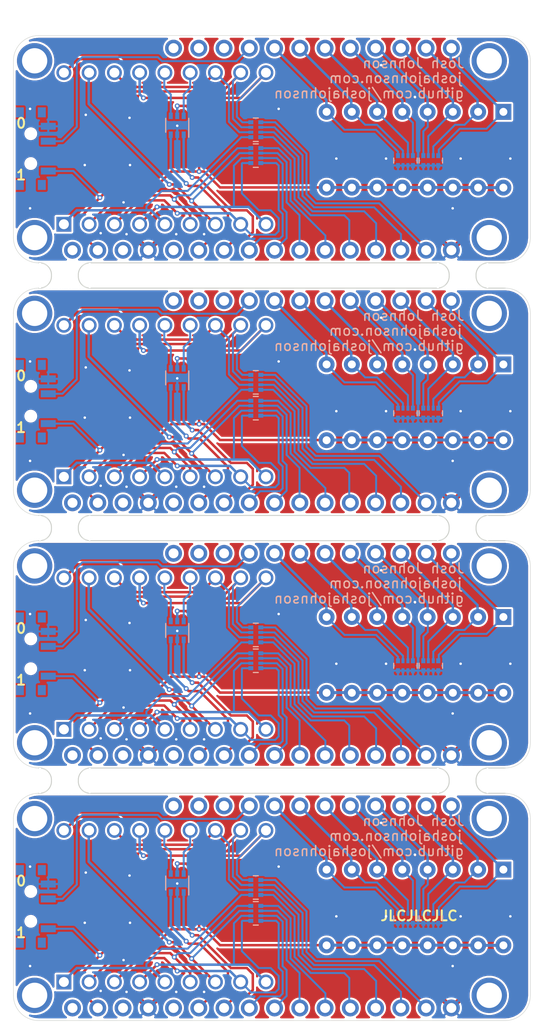
<source format=kicad_pcb>
(kicad_pcb (version 20171130) (host pcbnew "(5.1.2)-1")
  (layers (0 F.Cu signal) (31 B.Cu signal) (34 B.Paste user) (35 F.Paste user) (36 B.SilkS user) (37 F.SilkS user) (38 B.Mask user) (39 F.Mask user) (44 Edge.Cuts user))
  (net 0 "")
  (net 1 GND)
  (net 2 +3V3)
  (net 3 /DIP_7)
  (net 4 /DIP_8)
  (net 5 /DIP_6)
  (net 6 /DIP_5)
  (net 7 /DIP_1)
  (net 8 /DIP_2)
  (net 9 /SEG_A)
  (net 10 /SEG_C)
  (net 11 /SEG_B)
  (net 12 /SEG_D)
  (net 13 /SEG_DP)
  (net 14 /SEG_F)
  (net 15 /SEG_G)
  (net 16 /SEG_E)
  (net 17 "Net-(U1-Pad13)")
  (net 18 "Net-(U1-Pad14)")
  (net 19 /ANODE_1)
  (net 20 /ANODE_2)
  (net 21 /SWITCH)
  (net 22 /DIP_3)
  (net 23 /DIP_4)
  (net 24 "Net-(J1-Pad3)")
  (net 25 "Net-(J1-Pad5)")
  (net 26 "Net-(J1-Pad1)")
  (net 27 "Net-(J1-Pad28)")
  (net 28 "Net-(J1-Pad27)")
  (net 29 "Net-(J1-Pad26)")
  (net 30 "Net-(RN3-Pad5)")
  (net 31 "Net-(RN3-Pad6)")
  (net 32 "Net-(RN3-Pad8)")
  (net 33 "Net-(RN3-Pad7)")
  (net 34 "Net-(RN4-Pad5)")
  (net 35 "Net-(RN4-Pad6)")
  (net 36 "Net-(RN4-Pad8)")
  (net 37 "Net-(RN4-Pad7)")
  (module josh-connectors:featherwing (layer F.Cu) (at 70.818601 135.255001)
    (fp_text reference J1)
    (fp_text value Feather)
    (fp_line (start 26.993132 8.938762) (end 26.9936 -8.89) (layer Edge.Cuts) (width 0.05))
    (fp_line (start -24.9936 -8.89) (end -24.9936 8.89) (layer Edge.Cuts) (width 0.05))
    (fp_arc (start 24.4536 -8.89) (end 24.4536 -11.43) (angle 90) (layer Edge.Cuts) (width 0.05))
    (fp_arc (start 24.4536 8.89) (end 24.4536 11.43) (angle -88.9) (layer Edge.Cuts) (width 0.05))
    (fp_arc (start -22.4536 8.89) (end -22.4536 11.43) (angle 90) (layer Edge.Cuts) (width 0.05))
    (fp_arc (start -22.4536 -8.89) (end -24.9936 -8.89) (angle 90) (layer Edge.Cuts) (width 0.05))
    (pad "" np_thru_hole circle (at 22.86 8.89) (size 3.556 3.556) (drill 2.54) (layers *.Cu *.Mask))
    (pad "" np_thru_hole circle (at -22.86 8.89) (size 3.556 3.556) (drill 2.54) (layers *.Cu *.Mask))
    (pad "" np_thru_hole circle (at 22.86 -8.89) (size 3.556 3.556) (drill 2.54) (layers *.Cu *.Mask))
    (pad "" np_thru_hole circle (at -22.86 -8.89) (size 3.556 3.556) (drill 2.54) (layers *.Cu *.Mask))
    (pad 17 thru_hole circle (at 19.05 -10.16) (size 1.7 1.7) (drill 1) (layers *.Cu *.Mask) (net 7 /DIP_1))
    (pad 18 thru_hole circle (at 16.51 -10.16) (size 1.7 1.7) (drill 1) (layers *.Cu *.Mask) (net 8 /DIP_2))
    (pad 19 thru_hole circle (at 13.97 -10.16) (size 1.7 1.7) (drill 1) (layers *.Cu *.Mask) (net 22 /DIP_3))
    (pad 20 thru_hole circle (at 11.43 -10.16) (size 1.7 1.7) (drill 1) (layers *.Cu *.Mask) (net 23 /DIP_4))
    (pad 21 thru_hole circle (at 8.89 -10.16) (size 1.7 1.7) (drill 1) (layers *.Cu *.Mask) (net 6 /DIP_5))
    (pad 22 thru_hole circle (at 6.35 -10.16) (size 1.7 1.7) (drill 1) (layers *.Cu *.Mask) (net 5 /DIP_6))
    (pad 23 thru_hole circle (at 3.81 -10.16) (size 1.7 1.7) (drill 1) (layers *.Cu *.Mask) (net 3 /DIP_7))
    (pad 24 thru_hole circle (at 1.27 -10.16) (size 1.7 1.7) (drill 1) (layers *.Cu *.Mask) (net 4 /DIP_8))
    (pad 25 thru_hole circle (at -1.27 -10.16) (size 1.7 1.7) (drill 1) (layers *.Cu *.Mask) (net 21 /SWITCH))
    (pad 26 thru_hole circle (at -3.81 -10.16) (size 1.7 1.7) (drill 1) (layers *.Cu *.Mask) (net 29 "Net-(J1-Pad26)"))
    (pad 27 thru_hole circle (at -6.35 -10.16) (size 1.7 1.7) (drill 1) (layers *.Cu *.Mask) (net 28 "Net-(J1-Pad27)"))
    (pad 28 thru_hole circle (at -8.89 -10.16) (size 1.7 1.7) (drill 1) (layers *.Cu *.Mask) (net 27 "Net-(J1-Pad28)"))
    (pad 16 thru_hole circle (at 19.05 10.16) (size 1.7 1.7) (drill 1) (layers *.Cu *.Mask) (net 1 GND))
    (pad 1 thru_hole circle (at -19.05 10.16) (size 1.7 1.7) (drill 1) (layers *.Cu *.Mask) (net 26 "Net-(J1-Pad1)"))
    (pad 15 thru_hole circle (at 16.51 10.16) (size 1.7 1.7) (drill 1) (layers *.Cu *.Mask) (net 11 /SEG_B))
    (pad 14 thru_hole circle (at 13.97 10.16) (size 1.7 1.7) (drill 1) (layers *.Cu *.Mask) (net 9 /SEG_A))
    (pad 13 thru_hole circle (at 11.43 10.16) (size 1.7 1.7) (drill 1) (layers *.Cu *.Mask) (net 14 /SEG_F))
    (pad 12 thru_hole circle (at 8.89 10.16) (size 1.7 1.7) (drill 1) (layers *.Cu *.Mask) (net 16 /SEG_E))
    (pad 11 thru_hole circle (at 6.35 10.16) (size 1.7 1.7) (drill 1) (layers *.Cu *.Mask) (net 12 /SEG_D))
    (pad 10 thru_hole circle (at 3.81 10.16) (size 1.7 1.7) (drill 1) (layers *.Cu *.Mask) (net 15 /SEG_G))
    (pad 9 thru_hole circle (at 1.27 10.16) (size 1.7 1.7) (drill 1) (layers *.Cu *.Mask) (net 13 /SEG_DP))
    (pad 8 thru_hole circle (at -1.27 10.16) (size 1.7 1.7) (drill 1) (layers *.Cu *.Mask) (net 10 /SEG_C))
    (pad 7 thru_hole circle (at -3.81 10.16) (size 1.7 1.7) (drill 1) (layers *.Cu *.Mask) (net 19 /ANODE_1))
    (pad 6 thru_hole circle (at -6.35 10.16) (size 1.7 1.7) (drill 1) (layers *.Cu *.Mask) (net 20 /ANODE_2))
    (pad 5 thru_hole circle (at -8.89 10.16) (size 1.7 1.7) (drill 1) (layers *.Cu *.Mask) (net 25 "Net-(J1-Pad5)"))
    (pad 4 thru_hole circle (at -11.43 10.16) (size 1.7 1.7) (drill 1) (layers *.Cu *.Mask) (net 1 GND))
    (pad 3 thru_hole circle (at -13.97 10.16) (size 1.7 1.7) (drill 1) (layers *.Cu *.Mask) (net 24 "Net-(J1-Pad3)"))
    (pad 2 thru_hole circle (at -16.51 10.16) (size 1.7 1.7) (drill 1) (layers *.Cu *.Mask) (net 2 +3V3))
  )
  (module josh-connectors:featherwing (layer F.Cu) (at 70.818601 109.855001)
    (fp_text reference J1)
    (fp_text value Feather)
    (fp_line (start 26.993132 8.938762) (end 26.9936 -8.89) (layer Edge.Cuts) (width 0.05))
    (fp_line (start -24.9936 -8.89) (end -24.9936 8.89) (layer Edge.Cuts) (width 0.05))
    (fp_arc (start 24.4536 -8.89) (end 24.4536 -11.43) (angle 90) (layer Edge.Cuts) (width 0.05))
    (fp_arc (start 24.4536 8.89) (end 24.4536 11.43) (angle -88.9) (layer Edge.Cuts) (width 0.05))
    (fp_arc (start -22.4536 8.89) (end -22.4536 11.43) (angle 90) (layer Edge.Cuts) (width 0.05))
    (fp_arc (start -22.4536 -8.89) (end -24.9936 -8.89) (angle 90) (layer Edge.Cuts) (width 0.05))
    (pad "" np_thru_hole circle (at 22.86 8.89) (size 3.556 3.556) (drill 2.54) (layers *.Cu *.Mask))
    (pad "" np_thru_hole circle (at -22.86 8.89) (size 3.556 3.556) (drill 2.54) (layers *.Cu *.Mask))
    (pad "" np_thru_hole circle (at 22.86 -8.89) (size 3.556 3.556) (drill 2.54) (layers *.Cu *.Mask))
    (pad "" np_thru_hole circle (at -22.86 -8.89) (size 3.556 3.556) (drill 2.54) (layers *.Cu *.Mask))
    (pad 17 thru_hole circle (at 19.05 -10.16) (size 1.7 1.7) (drill 1) (layers *.Cu *.Mask) (net 7 /DIP_1))
    (pad 18 thru_hole circle (at 16.51 -10.16) (size 1.7 1.7) (drill 1) (layers *.Cu *.Mask) (net 8 /DIP_2))
    (pad 19 thru_hole circle (at 13.97 -10.16) (size 1.7 1.7) (drill 1) (layers *.Cu *.Mask) (net 22 /DIP_3))
    (pad 20 thru_hole circle (at 11.43 -10.16) (size 1.7 1.7) (drill 1) (layers *.Cu *.Mask) (net 23 /DIP_4))
    (pad 21 thru_hole circle (at 8.89 -10.16) (size 1.7 1.7) (drill 1) (layers *.Cu *.Mask) (net 6 /DIP_5))
    (pad 22 thru_hole circle (at 6.35 -10.16) (size 1.7 1.7) (drill 1) (layers *.Cu *.Mask) (net 5 /DIP_6))
    (pad 23 thru_hole circle (at 3.81 -10.16) (size 1.7 1.7) (drill 1) (layers *.Cu *.Mask) (net 3 /DIP_7))
    (pad 24 thru_hole circle (at 1.27 -10.16) (size 1.7 1.7) (drill 1) (layers *.Cu *.Mask) (net 4 /DIP_8))
    (pad 25 thru_hole circle (at -1.27 -10.16) (size 1.7 1.7) (drill 1) (layers *.Cu *.Mask) (net 21 /SWITCH))
    (pad 26 thru_hole circle (at -3.81 -10.16) (size 1.7 1.7) (drill 1) (layers *.Cu *.Mask) (net 29 "Net-(J1-Pad26)"))
    (pad 27 thru_hole circle (at -6.35 -10.16) (size 1.7 1.7) (drill 1) (layers *.Cu *.Mask) (net 28 "Net-(J1-Pad27)"))
    (pad 28 thru_hole circle (at -8.89 -10.16) (size 1.7 1.7) (drill 1) (layers *.Cu *.Mask) (net 27 "Net-(J1-Pad28)"))
    (pad 16 thru_hole circle (at 19.05 10.16) (size 1.7 1.7) (drill 1) (layers *.Cu *.Mask) (net 1 GND))
    (pad 1 thru_hole circle (at -19.05 10.16) (size 1.7 1.7) (drill 1) (layers *.Cu *.Mask) (net 26 "Net-(J1-Pad1)"))
    (pad 15 thru_hole circle (at 16.51 10.16) (size 1.7 1.7) (drill 1) (layers *.Cu *.Mask) (net 11 /SEG_B))
    (pad 14 thru_hole circle (at 13.97 10.16) (size 1.7 1.7) (drill 1) (layers *.Cu *.Mask) (net 9 /SEG_A))
    (pad 13 thru_hole circle (at 11.43 10.16) (size 1.7 1.7) (drill 1) (layers *.Cu *.Mask) (net 14 /SEG_F))
    (pad 12 thru_hole circle (at 8.89 10.16) (size 1.7 1.7) (drill 1) (layers *.Cu *.Mask) (net 16 /SEG_E))
    (pad 11 thru_hole circle (at 6.35 10.16) (size 1.7 1.7) (drill 1) (layers *.Cu *.Mask) (net 12 /SEG_D))
    (pad 10 thru_hole circle (at 3.81 10.16) (size 1.7 1.7) (drill 1) (layers *.Cu *.Mask) (net 15 /SEG_G))
    (pad 9 thru_hole circle (at 1.27 10.16) (size 1.7 1.7) (drill 1) (layers *.Cu *.Mask) (net 13 /SEG_DP))
    (pad 8 thru_hole circle (at -1.27 10.16) (size 1.7 1.7) (drill 1) (layers *.Cu *.Mask) (net 10 /SEG_C))
    (pad 7 thru_hole circle (at -3.81 10.16) (size 1.7 1.7) (drill 1) (layers *.Cu *.Mask) (net 19 /ANODE_1))
    (pad 6 thru_hole circle (at -6.35 10.16) (size 1.7 1.7) (drill 1) (layers *.Cu *.Mask) (net 20 /ANODE_2))
    (pad 5 thru_hole circle (at -8.89 10.16) (size 1.7 1.7) (drill 1) (layers *.Cu *.Mask) (net 25 "Net-(J1-Pad5)"))
    (pad 4 thru_hole circle (at -11.43 10.16) (size 1.7 1.7) (drill 1) (layers *.Cu *.Mask) (net 1 GND))
    (pad 3 thru_hole circle (at -13.97 10.16) (size 1.7 1.7) (drill 1) (layers *.Cu *.Mask) (net 24 "Net-(J1-Pad3)"))
    (pad 2 thru_hole circle (at -16.51 10.16) (size 1.7 1.7) (drill 1) (layers *.Cu *.Mask) (net 2 +3V3))
  )
  (module josh-connectors:featherwing (layer F.Cu) (at 70.818601 84.455001)
    (fp_text reference J1)
    (fp_text value Feather)
    (fp_line (start 26.993132 8.938762) (end 26.9936 -8.89) (layer Edge.Cuts) (width 0.05))
    (fp_line (start -24.9936 -8.89) (end -24.9936 8.89) (layer Edge.Cuts) (width 0.05))
    (fp_arc (start 24.4536 -8.89) (end 24.4536 -11.43) (angle 90) (layer Edge.Cuts) (width 0.05))
    (fp_arc (start 24.4536 8.89) (end 24.4536 11.43) (angle -88.9) (layer Edge.Cuts) (width 0.05))
    (fp_arc (start -22.4536 8.89) (end -22.4536 11.43) (angle 90) (layer Edge.Cuts) (width 0.05))
    (fp_arc (start -22.4536 -8.89) (end -24.9936 -8.89) (angle 90) (layer Edge.Cuts) (width 0.05))
    (pad "" np_thru_hole circle (at 22.86 8.89) (size 3.556 3.556) (drill 2.54) (layers *.Cu *.Mask))
    (pad "" np_thru_hole circle (at -22.86 8.89) (size 3.556 3.556) (drill 2.54) (layers *.Cu *.Mask))
    (pad "" np_thru_hole circle (at 22.86 -8.89) (size 3.556 3.556) (drill 2.54) (layers *.Cu *.Mask))
    (pad "" np_thru_hole circle (at -22.86 -8.89) (size 3.556 3.556) (drill 2.54) (layers *.Cu *.Mask))
    (pad 17 thru_hole circle (at 19.05 -10.16) (size 1.7 1.7) (drill 1) (layers *.Cu *.Mask) (net 7 /DIP_1))
    (pad 18 thru_hole circle (at 16.51 -10.16) (size 1.7 1.7) (drill 1) (layers *.Cu *.Mask) (net 8 /DIP_2))
    (pad 19 thru_hole circle (at 13.97 -10.16) (size 1.7 1.7) (drill 1) (layers *.Cu *.Mask) (net 22 /DIP_3))
    (pad 20 thru_hole circle (at 11.43 -10.16) (size 1.7 1.7) (drill 1) (layers *.Cu *.Mask) (net 23 /DIP_4))
    (pad 21 thru_hole circle (at 8.89 -10.16) (size 1.7 1.7) (drill 1) (layers *.Cu *.Mask) (net 6 /DIP_5))
    (pad 22 thru_hole circle (at 6.35 -10.16) (size 1.7 1.7) (drill 1) (layers *.Cu *.Mask) (net 5 /DIP_6))
    (pad 23 thru_hole circle (at 3.81 -10.16) (size 1.7 1.7) (drill 1) (layers *.Cu *.Mask) (net 3 /DIP_7))
    (pad 24 thru_hole circle (at 1.27 -10.16) (size 1.7 1.7) (drill 1) (layers *.Cu *.Mask) (net 4 /DIP_8))
    (pad 25 thru_hole circle (at -1.27 -10.16) (size 1.7 1.7) (drill 1) (layers *.Cu *.Mask) (net 21 /SWITCH))
    (pad 26 thru_hole circle (at -3.81 -10.16) (size 1.7 1.7) (drill 1) (layers *.Cu *.Mask) (net 29 "Net-(J1-Pad26)"))
    (pad 27 thru_hole circle (at -6.35 -10.16) (size 1.7 1.7) (drill 1) (layers *.Cu *.Mask) (net 28 "Net-(J1-Pad27)"))
    (pad 28 thru_hole circle (at -8.89 -10.16) (size 1.7 1.7) (drill 1) (layers *.Cu *.Mask) (net 27 "Net-(J1-Pad28)"))
    (pad 16 thru_hole circle (at 19.05 10.16) (size 1.7 1.7) (drill 1) (layers *.Cu *.Mask) (net 1 GND))
    (pad 1 thru_hole circle (at -19.05 10.16) (size 1.7 1.7) (drill 1) (layers *.Cu *.Mask) (net 26 "Net-(J1-Pad1)"))
    (pad 15 thru_hole circle (at 16.51 10.16) (size 1.7 1.7) (drill 1) (layers *.Cu *.Mask) (net 11 /SEG_B))
    (pad 14 thru_hole circle (at 13.97 10.16) (size 1.7 1.7) (drill 1) (layers *.Cu *.Mask) (net 9 /SEG_A))
    (pad 13 thru_hole circle (at 11.43 10.16) (size 1.7 1.7) (drill 1) (layers *.Cu *.Mask) (net 14 /SEG_F))
    (pad 12 thru_hole circle (at 8.89 10.16) (size 1.7 1.7) (drill 1) (layers *.Cu *.Mask) (net 16 /SEG_E))
    (pad 11 thru_hole circle (at 6.35 10.16) (size 1.7 1.7) (drill 1) (layers *.Cu *.Mask) (net 12 /SEG_D))
    (pad 10 thru_hole circle (at 3.81 10.16) (size 1.7 1.7) (drill 1) (layers *.Cu *.Mask) (net 15 /SEG_G))
    (pad 9 thru_hole circle (at 1.27 10.16) (size 1.7 1.7) (drill 1) (layers *.Cu *.Mask) (net 13 /SEG_DP))
    (pad 8 thru_hole circle (at -1.27 10.16) (size 1.7 1.7) (drill 1) (layers *.Cu *.Mask) (net 10 /SEG_C))
    (pad 7 thru_hole circle (at -3.81 10.16) (size 1.7 1.7) (drill 1) (layers *.Cu *.Mask) (net 19 /ANODE_1))
    (pad 6 thru_hole circle (at -6.35 10.16) (size 1.7 1.7) (drill 1) (layers *.Cu *.Mask) (net 20 /ANODE_2))
    (pad 5 thru_hole circle (at -8.89 10.16) (size 1.7 1.7) (drill 1) (layers *.Cu *.Mask) (net 25 "Net-(J1-Pad5)"))
    (pad 4 thru_hole circle (at -11.43 10.16) (size 1.7 1.7) (drill 1) (layers *.Cu *.Mask) (net 1 GND))
    (pad 3 thru_hole circle (at -13.97 10.16) (size 1.7 1.7) (drill 1) (layers *.Cu *.Mask) (net 24 "Net-(J1-Pad3)"))
    (pad 2 thru_hole circle (at -16.51 10.16) (size 1.7 1.7) (drill 1) (layers *.Cu *.Mask) (net 2 +3V3))
  )
  (module Resistor_SMD:R_Array_Convex_4x0402 (layer B.Cu) (at 85.25 136.4 90)
    (fp_text reference RN1 hide)
    (fp_text value 10K)
    (pad 5 smd rect (at 0.5 -0.75 90) (size 0.5 0.4) (layers B.Cu B.Paste B.Mask) (net 4 /DIP_8))
    (pad 6 smd rect (at 0.5 -0.25 90) (size 0.5 0.3) (layers B.Cu B.Paste B.Mask) (net 3 /DIP_7))
    (pad 8 smd rect (at 0.5 0.75 90) (size 0.5 0.4) (layers B.Cu B.Paste B.Mask) (net 6 /DIP_5))
    (pad 7 smd rect (at 0.5 0.25 90) (size 0.5 0.3) (layers B.Cu B.Paste B.Mask) (net 5 /DIP_6))
    (pad 4 smd rect (at -0.5 -0.75 90) (size 0.5 0.4) (layers B.Cu B.Paste B.Mask) (net 1 GND))
    (pad 2 smd rect (at -0.5 0.25 90) (size 0.5 0.3) (layers B.Cu B.Paste B.Mask) (net 1 GND))
    (pad 3 smd rect (at -0.5 -0.25 90) (size 0.5 0.3) (layers B.Cu B.Paste B.Mask) (net 1 GND))
    (pad 1 smd rect (at -0.5 0.75 90) (size 0.5 0.4) (layers B.Cu B.Paste B.Mask) (net 1 GND))
  )
  (module Resistor_SMD:R_Array_Convex_4x0402 (layer B.Cu) (at 85.25 111 90)
    (fp_text reference RN1 hide)
    (fp_text value 10K)
    (pad 5 smd rect (at 0.5 -0.75 90) (size 0.5 0.4) (layers B.Cu B.Paste B.Mask) (net 4 /DIP_8))
    (pad 6 smd rect (at 0.5 -0.25 90) (size 0.5 0.3) (layers B.Cu B.Paste B.Mask) (net 3 /DIP_7))
    (pad 8 smd rect (at 0.5 0.75 90) (size 0.5 0.4) (layers B.Cu B.Paste B.Mask) (net 6 /DIP_5))
    (pad 7 smd rect (at 0.5 0.25 90) (size 0.5 0.3) (layers B.Cu B.Paste B.Mask) (net 5 /DIP_6))
    (pad 4 smd rect (at -0.5 -0.75 90) (size 0.5 0.4) (layers B.Cu B.Paste B.Mask) (net 1 GND))
    (pad 2 smd rect (at -0.5 0.25 90) (size 0.5 0.3) (layers B.Cu B.Paste B.Mask) (net 1 GND))
    (pad 3 smd rect (at -0.5 -0.25 90) (size 0.5 0.3) (layers B.Cu B.Paste B.Mask) (net 1 GND))
    (pad 1 smd rect (at -0.5 0.75 90) (size 0.5 0.4) (layers B.Cu B.Paste B.Mask) (net 1 GND))
  )
  (module Resistor_SMD:R_Array_Convex_4x0402 (layer B.Cu) (at 85.25 85.6 90)
    (fp_text reference RN1 hide)
    (fp_text value 10K)
    (pad 5 smd rect (at 0.5 -0.75 90) (size 0.5 0.4) (layers B.Cu B.Paste B.Mask) (net 4 /DIP_8))
    (pad 6 smd rect (at 0.5 -0.25 90) (size 0.5 0.3) (layers B.Cu B.Paste B.Mask) (net 3 /DIP_7))
    (pad 8 smd rect (at 0.5 0.75 90) (size 0.5 0.4) (layers B.Cu B.Paste B.Mask) (net 6 /DIP_5))
    (pad 7 smd rect (at 0.5 0.25 90) (size 0.5 0.3) (layers B.Cu B.Paste B.Mask) (net 5 /DIP_6))
    (pad 4 smd rect (at -0.5 -0.75 90) (size 0.5 0.4) (layers B.Cu B.Paste B.Mask) (net 1 GND))
    (pad 2 smd rect (at -0.5 0.25 90) (size 0.5 0.3) (layers B.Cu B.Paste B.Mask) (net 1 GND))
    (pad 3 smd rect (at -0.5 -0.25 90) (size 0.5 0.3) (layers B.Cu B.Paste B.Mask) (net 1 GND))
    (pad 1 smd rect (at -0.5 0.75 90) (size 0.5 0.4) (layers B.Cu B.Paste B.Mask) (net 1 GND))
  )
  (module Package_TO_SOT_SMD:SOT-363_SC-70-6 (layer B.Cu) (at 62.3 132.85 90)
    (fp_text reference U2 hide)
    (fp_text value 74LVC2G17)
    (pad 1 smd rect (at -0.95 0.65 90) (size 0.65 0.4) (layers B.Cu B.Paste B.Mask) (net 19 /ANODE_1))
    (pad 3 smd rect (at -0.95 -0.65 90) (size 0.65 0.4) (layers B.Cu B.Paste B.Mask) (net 20 /ANODE_2))
    (pad 5 smd rect (at 0.95 0 90) (size 0.65 0.4) (layers B.Cu B.Paste B.Mask) (net 2 +3V3))
    (pad 2 smd rect (at -0.95 0 90) (size 0.65 0.4) (layers B.Cu B.Paste B.Mask) (net 1 GND))
    (pad 4 smd rect (at 0.95 -0.65 90) (size 0.65 0.4) (layers B.Cu B.Paste B.Mask) (net 18 "Net-(U1-Pad14)"))
    (pad 6 smd rect (at 0.95 0.65 90) (size 0.65 0.4) (layers B.Cu B.Paste B.Mask) (net 17 "Net-(U1-Pad13)"))
  )
  (module Package_TO_SOT_SMD:SOT-363_SC-70-6 (layer B.Cu) (at 62.3 107.45 90)
    (fp_text reference U2 hide)
    (fp_text value 74LVC2G17)
    (pad 1 smd rect (at -0.95 0.65 90) (size 0.65 0.4) (layers B.Cu B.Paste B.Mask) (net 19 /ANODE_1))
    (pad 3 smd rect (at -0.95 -0.65 90) (size 0.65 0.4) (layers B.Cu B.Paste B.Mask) (net 20 /ANODE_2))
    (pad 5 smd rect (at 0.95 0 90) (size 0.65 0.4) (layers B.Cu B.Paste B.Mask) (net 2 +3V3))
    (pad 2 smd rect (at -0.95 0 90) (size 0.65 0.4) (layers B.Cu B.Paste B.Mask) (net 1 GND))
    (pad 4 smd rect (at 0.95 -0.65 90) (size 0.65 0.4) (layers B.Cu B.Paste B.Mask) (net 18 "Net-(U1-Pad14)"))
    (pad 6 smd rect (at 0.95 0.65 90) (size 0.65 0.4) (layers B.Cu B.Paste B.Mask) (net 17 "Net-(U1-Pad13)"))
  )
  (module Package_TO_SOT_SMD:SOT-363_SC-70-6 (layer B.Cu) (at 62.3 82.05 90)
    (fp_text reference U2 hide)
    (fp_text value 74LVC2G17)
    (pad 1 smd rect (at -0.95 0.65 90) (size 0.65 0.4) (layers B.Cu B.Paste B.Mask) (net 19 /ANODE_1))
    (pad 3 smd rect (at -0.95 -0.65 90) (size 0.65 0.4) (layers B.Cu B.Paste B.Mask) (net 20 /ANODE_2))
    (pad 5 smd rect (at 0.95 0 90) (size 0.65 0.4) (layers B.Cu B.Paste B.Mask) (net 2 +3V3))
    (pad 2 smd rect (at -0.95 0 90) (size 0.65 0.4) (layers B.Cu B.Paste B.Mask) (net 1 GND))
    (pad 4 smd rect (at 0.95 -0.65 90) (size 0.65 0.4) (layers B.Cu B.Paste B.Mask) (net 18 "Net-(U1-Pad14)"))
    (pad 6 smd rect (at 0.95 0.65 90) (size 0.65 0.4) (layers B.Cu B.Paste B.Mask) (net 17 "Net-(U1-Pad13)"))
  )
  (module Button_Switch_THT:SW_DIP_SPSTx08_Slide_9.78x22.5mm_W7.62mm_P2.54mm (layer F.Cu) (at 95.1 131.5 270)
    (fp_text reference SW1 hide)
    (fp_text value SW_DIP_x08)
    (pad 16 thru_hole oval (at 7.62 0 270) (size 1.6 1.6) (drill 0.8) (layers *.Cu *.Mask) (net 2 +3V3))
    (pad 8 thru_hole oval (at 0 17.78 270) (size 1.6 1.6) (drill 0.8) (layers *.Cu *.Mask) (net 4 /DIP_8))
    (pad 15 thru_hole oval (at 7.62 2.54 270) (size 1.6 1.6) (drill 0.8) (layers *.Cu *.Mask) (net 2 +3V3))
    (pad 7 thru_hole oval (at 0 15.24 270) (size 1.6 1.6) (drill 0.8) (layers *.Cu *.Mask) (net 3 /DIP_7))
    (pad 14 thru_hole oval (at 7.62 5.08 270) (size 1.6 1.6) (drill 0.8) (layers *.Cu *.Mask) (net 2 +3V3))
    (pad 6 thru_hole oval (at 0 12.7 270) (size 1.6 1.6) (drill 0.8) (layers *.Cu *.Mask) (net 5 /DIP_6))
    (pad 13 thru_hole oval (at 7.62 7.62 270) (size 1.6 1.6) (drill 0.8) (layers *.Cu *.Mask) (net 2 +3V3))
    (pad 5 thru_hole oval (at 0 10.16 270) (size 1.6 1.6) (drill 0.8) (layers *.Cu *.Mask) (net 6 /DIP_5))
    (pad 12 thru_hole oval (at 7.62 10.16 270) (size 1.6 1.6) (drill 0.8) (layers *.Cu *.Mask) (net 2 +3V3))
    (pad 4 thru_hole oval (at 0 7.62 270) (size 1.6 1.6) (drill 0.8) (layers *.Cu *.Mask) (net 23 /DIP_4))
    (pad 11 thru_hole oval (at 7.62 12.7 270) (size 1.6 1.6) (drill 0.8) (layers *.Cu *.Mask) (net 2 +3V3))
    (pad 3 thru_hole oval (at 0 5.08 270) (size 1.6 1.6) (drill 0.8) (layers *.Cu *.Mask) (net 22 /DIP_3))
    (pad 10 thru_hole oval (at 7.62 15.24 270) (size 1.6 1.6) (drill 0.8) (layers *.Cu *.Mask) (net 2 +3V3))
    (pad 2 thru_hole oval (at 0 2.54 270) (size 1.6 1.6) (drill 0.8) (layers *.Cu *.Mask) (net 8 /DIP_2))
    (pad 9 thru_hole oval (at 7.62 17.78 270) (size 1.6 1.6) (drill 0.8) (layers *.Cu *.Mask) (net 2 +3V3))
    (pad 1 thru_hole rect (at 0 0 270) (size 1.6 1.6) (drill 0.8) (layers *.Cu *.Mask) (net 7 /DIP_1))
  )
  (module Button_Switch_THT:SW_DIP_SPSTx08_Slide_9.78x22.5mm_W7.62mm_P2.54mm (layer F.Cu) (at 95.1 106.1 270)
    (fp_text reference SW1 hide)
    (fp_text value SW_DIP_x08)
    (pad 16 thru_hole oval (at 7.62 0 270) (size 1.6 1.6) (drill 0.8) (layers *.Cu *.Mask) (net 2 +3V3))
    (pad 8 thru_hole oval (at 0 17.78 270) (size 1.6 1.6) (drill 0.8) (layers *.Cu *.Mask) (net 4 /DIP_8))
    (pad 15 thru_hole oval (at 7.62 2.54 270) (size 1.6 1.6) (drill 0.8) (layers *.Cu *.Mask) (net 2 +3V3))
    (pad 7 thru_hole oval (at 0 15.24 270) (size 1.6 1.6) (drill 0.8) (layers *.Cu *.Mask) (net 3 /DIP_7))
    (pad 14 thru_hole oval (at 7.62 5.08 270) (size 1.6 1.6) (drill 0.8) (layers *.Cu *.Mask) (net 2 +3V3))
    (pad 6 thru_hole oval (at 0 12.7 270) (size 1.6 1.6) (drill 0.8) (layers *.Cu *.Mask) (net 5 /DIP_6))
    (pad 13 thru_hole oval (at 7.62 7.62 270) (size 1.6 1.6) (drill 0.8) (layers *.Cu *.Mask) (net 2 +3V3))
    (pad 5 thru_hole oval (at 0 10.16 270) (size 1.6 1.6) (drill 0.8) (layers *.Cu *.Mask) (net 6 /DIP_5))
    (pad 12 thru_hole oval (at 7.62 10.16 270) (size 1.6 1.6) (drill 0.8) (layers *.Cu *.Mask) (net 2 +3V3))
    (pad 4 thru_hole oval (at 0 7.62 270) (size 1.6 1.6) (drill 0.8) (layers *.Cu *.Mask) (net 23 /DIP_4))
    (pad 11 thru_hole oval (at 7.62 12.7 270) (size 1.6 1.6) (drill 0.8) (layers *.Cu *.Mask) (net 2 +3V3))
    (pad 3 thru_hole oval (at 0 5.08 270) (size 1.6 1.6) (drill 0.8) (layers *.Cu *.Mask) (net 22 /DIP_3))
    (pad 10 thru_hole oval (at 7.62 15.24 270) (size 1.6 1.6) (drill 0.8) (layers *.Cu *.Mask) (net 2 +3V3))
    (pad 2 thru_hole oval (at 0 2.54 270) (size 1.6 1.6) (drill 0.8) (layers *.Cu *.Mask) (net 8 /DIP_2))
    (pad 9 thru_hole oval (at 7.62 17.78 270) (size 1.6 1.6) (drill 0.8) (layers *.Cu *.Mask) (net 2 +3V3))
    (pad 1 thru_hole rect (at 0 0 270) (size 1.6 1.6) (drill 0.8) (layers *.Cu *.Mask) (net 7 /DIP_1))
  )
  (module Button_Switch_THT:SW_DIP_SPSTx08_Slide_9.78x22.5mm_W7.62mm_P2.54mm (layer F.Cu) (at 95.1 80.7 270)
    (fp_text reference SW1 hide)
    (fp_text value SW_DIP_x08)
    (pad 16 thru_hole oval (at 7.62 0 270) (size 1.6 1.6) (drill 0.8) (layers *.Cu *.Mask) (net 2 +3V3))
    (pad 8 thru_hole oval (at 0 17.78 270) (size 1.6 1.6) (drill 0.8) (layers *.Cu *.Mask) (net 4 /DIP_8))
    (pad 15 thru_hole oval (at 7.62 2.54 270) (size 1.6 1.6) (drill 0.8) (layers *.Cu *.Mask) (net 2 +3V3))
    (pad 7 thru_hole oval (at 0 15.24 270) (size 1.6 1.6) (drill 0.8) (layers *.Cu *.Mask) (net 3 /DIP_7))
    (pad 14 thru_hole oval (at 7.62 5.08 270) (size 1.6 1.6) (drill 0.8) (layers *.Cu *.Mask) (net 2 +3V3))
    (pad 6 thru_hole oval (at 0 12.7 270) (size 1.6 1.6) (drill 0.8) (layers *.Cu *.Mask) (net 5 /DIP_6))
    (pad 13 thru_hole oval (at 7.62 7.62 270) (size 1.6 1.6) (drill 0.8) (layers *.Cu *.Mask) (net 2 +3V3))
    (pad 5 thru_hole oval (at 0 10.16 270) (size 1.6 1.6) (drill 0.8) (layers *.Cu *.Mask) (net 6 /DIP_5))
    (pad 12 thru_hole oval (at 7.62 10.16 270) (size 1.6 1.6) (drill 0.8) (layers *.Cu *.Mask) (net 2 +3V3))
    (pad 4 thru_hole oval (at 0 7.62 270) (size 1.6 1.6) (drill 0.8) (layers *.Cu *.Mask) (net 23 /DIP_4))
    (pad 11 thru_hole oval (at 7.62 12.7 270) (size 1.6 1.6) (drill 0.8) (layers *.Cu *.Mask) (net 2 +3V3))
    (pad 3 thru_hole oval (at 0 5.08 270) (size 1.6 1.6) (drill 0.8) (layers *.Cu *.Mask) (net 22 /DIP_3))
    (pad 10 thru_hole oval (at 7.62 15.24 270) (size 1.6 1.6) (drill 0.8) (layers *.Cu *.Mask) (net 2 +3V3))
    (pad 2 thru_hole oval (at 0 2.54 270) (size 1.6 1.6) (drill 0.8) (layers *.Cu *.Mask) (net 8 /DIP_2))
    (pad 9 thru_hole oval (at 7.62 17.78 270) (size 1.6 1.6) (drill 0.8) (layers *.Cu *.Mask) (net 2 +3V3))
    (pad 1 thru_hole rect (at 0 0 270) (size 1.6 1.6) (drill 0.8) (layers *.Cu *.Mask) (net 7 /DIP_1))
  )
  (module Resistor_SMD:R_Array_Convex_4x0402 (layer B.Cu) (at 87.8 136.4 90)
    (fp_text reference RN2 hide)
    (fp_text value 10K)
    (pad 1 smd rect (at -0.5 0.75 90) (size 0.5 0.4) (layers B.Cu B.Paste B.Mask) (net 1 GND))
    (pad 3 smd rect (at -0.5 -0.25 90) (size 0.5 0.3) (layers B.Cu B.Paste B.Mask) (net 1 GND))
    (pad 2 smd rect (at -0.5 0.25 90) (size 0.5 0.3) (layers B.Cu B.Paste B.Mask) (net 1 GND))
    (pad 4 smd rect (at -0.5 -0.75 90) (size 0.5 0.4) (layers B.Cu B.Paste B.Mask) (net 1 GND))
    (pad 7 smd rect (at 0.5 0.25 90) (size 0.5 0.3) (layers B.Cu B.Paste B.Mask) (net 8 /DIP_2))
    (pad 8 smd rect (at 0.5 0.75 90) (size 0.5 0.4) (layers B.Cu B.Paste B.Mask) (net 7 /DIP_1))
    (pad 6 smd rect (at 0.5 -0.25 90) (size 0.5 0.3) (layers B.Cu B.Paste B.Mask) (net 22 /DIP_3))
    (pad 5 smd rect (at 0.5 -0.75 90) (size 0.5 0.4) (layers B.Cu B.Paste B.Mask) (net 23 /DIP_4))
  )
  (module Resistor_SMD:R_Array_Convex_4x0402 (layer B.Cu) (at 87.8 111 90)
    (fp_text reference RN2 hide)
    (fp_text value 10K)
    (pad 1 smd rect (at -0.5 0.75 90) (size 0.5 0.4) (layers B.Cu B.Paste B.Mask) (net 1 GND))
    (pad 3 smd rect (at -0.5 -0.25 90) (size 0.5 0.3) (layers B.Cu B.Paste B.Mask) (net 1 GND))
    (pad 2 smd rect (at -0.5 0.25 90) (size 0.5 0.3) (layers B.Cu B.Paste B.Mask) (net 1 GND))
    (pad 4 smd rect (at -0.5 -0.75 90) (size 0.5 0.4) (layers B.Cu B.Paste B.Mask) (net 1 GND))
    (pad 7 smd rect (at 0.5 0.25 90) (size 0.5 0.3) (layers B.Cu B.Paste B.Mask) (net 8 /DIP_2))
    (pad 8 smd rect (at 0.5 0.75 90) (size 0.5 0.4) (layers B.Cu B.Paste B.Mask) (net 7 /DIP_1))
    (pad 6 smd rect (at 0.5 -0.25 90) (size 0.5 0.3) (layers B.Cu B.Paste B.Mask) (net 22 /DIP_3))
    (pad 5 smd rect (at 0.5 -0.75 90) (size 0.5 0.4) (layers B.Cu B.Paste B.Mask) (net 23 /DIP_4))
  )
  (module Resistor_SMD:R_Array_Convex_4x0402 (layer B.Cu) (at 87.8 85.6 90)
    (fp_text reference RN2 hide)
    (fp_text value 10K)
    (pad 1 smd rect (at -0.5 0.75 90) (size 0.5 0.4) (layers B.Cu B.Paste B.Mask) (net 1 GND))
    (pad 3 smd rect (at -0.5 -0.25 90) (size 0.5 0.3) (layers B.Cu B.Paste B.Mask) (net 1 GND))
    (pad 2 smd rect (at -0.5 0.25 90) (size 0.5 0.3) (layers B.Cu B.Paste B.Mask) (net 1 GND))
    (pad 4 smd rect (at -0.5 -0.75 90) (size 0.5 0.4) (layers B.Cu B.Paste B.Mask) (net 1 GND))
    (pad 7 smd rect (at 0.5 0.25 90) (size 0.5 0.3) (layers B.Cu B.Paste B.Mask) (net 8 /DIP_2))
    (pad 8 smd rect (at 0.5 0.75 90) (size 0.5 0.4) (layers B.Cu B.Paste B.Mask) (net 7 /DIP_1))
    (pad 6 smd rect (at 0.5 -0.25 90) (size 0.5 0.3) (layers B.Cu B.Paste B.Mask) (net 22 /DIP_3))
    (pad 5 smd rect (at 0.5 -0.75 90) (size 0.5 0.4) (layers B.Cu B.Paste B.Mask) (net 23 /DIP_4))
  )
  (module josh-buttons-switches:SW_SPDT_PCM12 (layer B.Cu) (at 47.9 135.2 90)
    (fp_text reference SW2 hide)
    (fp_text value SW_SPDT)
    (pad "" np_thru_hole circle (at -1.5 -0.33 90) (size 0.9 0.9) (drill 0.9) (layers *.Cu *.Mask))
    (pad "" np_thru_hole circle (at 1.5 -0.33 90) (size 0.9 0.9) (drill 0.9) (layers *.Cu *.Mask))
    (pad 1 smd rect (at -2.25 1.43 90) (size 0.7 1.5) (layers B.Cu B.Paste B.Mask) (net 2 +3V3))
    (pad 2 smd rect (at 0.75 1.43 90) (size 0.7 1.5) (layers B.Cu B.Paste B.Mask) (net 21 /SWITCH))
    (pad 3 smd rect (at 2.25 1.43 90) (size 0.7 1.5) (layers B.Cu B.Paste B.Mask) (net 1 GND))
    (pad "" smd rect (at -3.65 -1.43 90) (size 1 0.8) (layers B.Cu B.Paste B.Mask))
    (pad "" smd rect (at 3.65 -1.43 90) (size 1 0.8) (layers B.Cu B.Paste B.Mask))
    (pad "" smd rect (at 3.65 0.78 90) (size 1 0.8) (layers B.Cu B.Paste B.Mask))
    (pad "" smd rect (at -3.65 0.78 90) (size 1 0.8) (layers B.Cu B.Paste B.Mask))
  )
  (module josh-buttons-switches:SW_SPDT_PCM12 (layer B.Cu) (at 47.9 109.8 90)
    (fp_text reference SW2 hide)
    (fp_text value SW_SPDT)
    (pad "" np_thru_hole circle (at -1.5 -0.33 90) (size 0.9 0.9) (drill 0.9) (layers *.Cu *.Mask))
    (pad "" np_thru_hole circle (at 1.5 -0.33 90) (size 0.9 0.9) (drill 0.9) (layers *.Cu *.Mask))
    (pad 1 smd rect (at -2.25 1.43 90) (size 0.7 1.5) (layers B.Cu B.Paste B.Mask) (net 2 +3V3))
    (pad 2 smd rect (at 0.75 1.43 90) (size 0.7 1.5) (layers B.Cu B.Paste B.Mask) (net 21 /SWITCH))
    (pad 3 smd rect (at 2.25 1.43 90) (size 0.7 1.5) (layers B.Cu B.Paste B.Mask) (net 1 GND))
    (pad "" smd rect (at -3.65 -1.43 90) (size 1 0.8) (layers B.Cu B.Paste B.Mask))
    (pad "" smd rect (at 3.65 -1.43 90) (size 1 0.8) (layers B.Cu B.Paste B.Mask))
    (pad "" smd rect (at 3.65 0.78 90) (size 1 0.8) (layers B.Cu B.Paste B.Mask))
    (pad "" smd rect (at -3.65 0.78 90) (size 1 0.8) (layers B.Cu B.Paste B.Mask))
  )
  (module josh-buttons-switches:SW_SPDT_PCM12 (layer B.Cu) (at 47.9 84.4 90)
    (fp_text reference SW2 hide)
    (fp_text value SW_SPDT)
    (pad "" np_thru_hole circle (at -1.5 -0.33 90) (size 0.9 0.9) (drill 0.9) (layers *.Cu *.Mask))
    (pad "" np_thru_hole circle (at 1.5 -0.33 90) (size 0.9 0.9) (drill 0.9) (layers *.Cu *.Mask))
    (pad 1 smd rect (at -2.25 1.43 90) (size 0.7 1.5) (layers B.Cu B.Paste B.Mask) (net 2 +3V3))
    (pad 2 smd rect (at 0.75 1.43 90) (size 0.7 1.5) (layers B.Cu B.Paste B.Mask) (net 21 /SWITCH))
    (pad 3 smd rect (at 2.25 1.43 90) (size 0.7 1.5) (layers B.Cu B.Paste B.Mask) (net 1 GND))
    (pad "" smd rect (at -3.65 -1.43 90) (size 1 0.8) (layers B.Cu B.Paste B.Mask))
    (pad "" smd rect (at 3.65 -1.43 90) (size 1 0.8) (layers B.Cu B.Paste B.Mask))
    (pad "" smd rect (at 3.65 0.78 90) (size 1 0.8) (layers B.Cu B.Paste B.Mask))
    (pad "" smd rect (at -3.65 0.78 90) (size 1 0.8) (layers B.Cu B.Paste B.Mask))
  )
  (module Resistor_SMD:R_Array_Convex_4x0402 (layer B.Cu) (at 70.2 133.3 180)
    (fp_text reference RN3 hide)
    (fp_text value 330R)
    (pad 1 smd rect (at -0.5 0.75 180) (size 0.5 0.4) (layers B.Cu B.Paste B.Mask) (net 11 /SEG_B))
    (pad 3 smd rect (at -0.5 -0.25 180) (size 0.5 0.3) (layers B.Cu B.Paste B.Mask) (net 14 /SEG_F))
    (pad 2 smd rect (at -0.5 0.25 180) (size 0.5 0.3) (layers B.Cu B.Paste B.Mask) (net 9 /SEG_A))
    (pad 4 smd rect (at -0.5 -0.75 180) (size 0.5 0.4) (layers B.Cu B.Paste B.Mask) (net 16 /SEG_E))
    (pad 7 smd rect (at 0.5 0.25 180) (size 0.5 0.3) (layers B.Cu B.Paste B.Mask) (net 33 "Net-(RN3-Pad7)"))
    (pad 8 smd rect (at 0.5 0.75 180) (size 0.5 0.4) (layers B.Cu B.Paste B.Mask) (net 32 "Net-(RN3-Pad8)"))
    (pad 6 smd rect (at 0.5 -0.25 180) (size 0.5 0.3) (layers B.Cu B.Paste B.Mask) (net 31 "Net-(RN3-Pad6)"))
    (pad 5 smd rect (at 0.5 -0.75 180) (size 0.5 0.4) (layers B.Cu B.Paste B.Mask) (net 30 "Net-(RN3-Pad5)"))
  )
  (module Resistor_SMD:R_Array_Convex_4x0402 (layer B.Cu) (at 70.2 107.9 180)
    (fp_text reference RN3 hide)
    (fp_text value 330R)
    (pad 1 smd rect (at -0.5 0.75 180) (size 0.5 0.4) (layers B.Cu B.Paste B.Mask) (net 11 /SEG_B))
    (pad 3 smd rect (at -0.5 -0.25 180) (size 0.5 0.3) (layers B.Cu B.Paste B.Mask) (net 14 /SEG_F))
    (pad 2 smd rect (at -0.5 0.25 180) (size 0.5 0.3) (layers B.Cu B.Paste B.Mask) (net 9 /SEG_A))
    (pad 4 smd rect (at -0.5 -0.75 180) (size 0.5 0.4) (layers B.Cu B.Paste B.Mask) (net 16 /SEG_E))
    (pad 7 smd rect (at 0.5 0.25 180) (size 0.5 0.3) (layers B.Cu B.Paste B.Mask) (net 33 "Net-(RN3-Pad7)"))
    (pad 8 smd rect (at 0.5 0.75 180) (size 0.5 0.4) (layers B.Cu B.Paste B.Mask) (net 32 "Net-(RN3-Pad8)"))
    (pad 6 smd rect (at 0.5 -0.25 180) (size 0.5 0.3) (layers B.Cu B.Paste B.Mask) (net 31 "Net-(RN3-Pad6)"))
    (pad 5 smd rect (at 0.5 -0.75 180) (size 0.5 0.4) (layers B.Cu B.Paste B.Mask) (net 30 "Net-(RN3-Pad5)"))
  )
  (module Resistor_SMD:R_Array_Convex_4x0402 (layer B.Cu) (at 70.2 82.5 180)
    (fp_text reference RN3 hide)
    (fp_text value 330R)
    (pad 1 smd rect (at -0.5 0.75 180) (size 0.5 0.4) (layers B.Cu B.Paste B.Mask) (net 11 /SEG_B))
    (pad 3 smd rect (at -0.5 -0.25 180) (size 0.5 0.3) (layers B.Cu B.Paste B.Mask) (net 14 /SEG_F))
    (pad 2 smd rect (at -0.5 0.25 180) (size 0.5 0.3) (layers B.Cu B.Paste B.Mask) (net 9 /SEG_A))
    (pad 4 smd rect (at -0.5 -0.75 180) (size 0.5 0.4) (layers B.Cu B.Paste B.Mask) (net 16 /SEG_E))
    (pad 7 smd rect (at 0.5 0.25 180) (size 0.5 0.3) (layers B.Cu B.Paste B.Mask) (net 33 "Net-(RN3-Pad7)"))
    (pad 8 smd rect (at 0.5 0.75 180) (size 0.5 0.4) (layers B.Cu B.Paste B.Mask) (net 32 "Net-(RN3-Pad8)"))
    (pad 6 smd rect (at 0.5 -0.25 180) (size 0.5 0.3) (layers B.Cu B.Paste B.Mask) (net 31 "Net-(RN3-Pad6)"))
    (pad 5 smd rect (at 0.5 -0.75 180) (size 0.5 0.4) (layers B.Cu B.Paste B.Mask) (net 30 "Net-(RN3-Pad5)"))
  )
  (module Resistor_SMD:R_Array_Convex_4x0402 (layer B.Cu) (at 70.2 135.9 180)
    (fp_text reference RN4 hide)
    (fp_text value 330R)
    (pad 1 smd rect (at -0.5 0.75 180) (size 0.5 0.4) (layers B.Cu B.Paste B.Mask) (net 12 /SEG_D))
    (pad 3 smd rect (at -0.5 -0.25 180) (size 0.5 0.3) (layers B.Cu B.Paste B.Mask) (net 13 /SEG_DP))
    (pad 2 smd rect (at -0.5 0.25 180) (size 0.5 0.3) (layers B.Cu B.Paste B.Mask) (net 15 /SEG_G))
    (pad 4 smd rect (at -0.5 -0.75 180) (size 0.5 0.4) (layers B.Cu B.Paste B.Mask) (net 10 /SEG_C))
    (pad 7 smd rect (at 0.5 0.25 180) (size 0.5 0.3) (layers B.Cu B.Paste B.Mask) (net 37 "Net-(RN4-Pad7)"))
    (pad 8 smd rect (at 0.5 0.75 180) (size 0.5 0.4) (layers B.Cu B.Paste B.Mask) (net 36 "Net-(RN4-Pad8)"))
    (pad 6 smd rect (at 0.5 -0.25 180) (size 0.5 0.3) (layers B.Cu B.Paste B.Mask) (net 35 "Net-(RN4-Pad6)"))
    (pad 5 smd rect (at 0.5 -0.75 180) (size 0.5 0.4) (layers B.Cu B.Paste B.Mask) (net 34 "Net-(RN4-Pad5)"))
  )
  (module Resistor_SMD:R_Array_Convex_4x0402 (layer B.Cu) (at 70.2 110.5 180)
    (fp_text reference RN4 hide)
    (fp_text value 330R)
    (pad 1 smd rect (at -0.5 0.75 180) (size 0.5 0.4) (layers B.Cu B.Paste B.Mask) (net 12 /SEG_D))
    (pad 3 smd rect (at -0.5 -0.25 180) (size 0.5 0.3) (layers B.Cu B.Paste B.Mask) (net 13 /SEG_DP))
    (pad 2 smd rect (at -0.5 0.25 180) (size 0.5 0.3) (layers B.Cu B.Paste B.Mask) (net 15 /SEG_G))
    (pad 4 smd rect (at -0.5 -0.75 180) (size 0.5 0.4) (layers B.Cu B.Paste B.Mask) (net 10 /SEG_C))
    (pad 7 smd rect (at 0.5 0.25 180) (size 0.5 0.3) (layers B.Cu B.Paste B.Mask) (net 37 "Net-(RN4-Pad7)"))
    (pad 8 smd rect (at 0.5 0.75 180) (size 0.5 0.4) (layers B.Cu B.Paste B.Mask) (net 36 "Net-(RN4-Pad8)"))
    (pad 6 smd rect (at 0.5 -0.25 180) (size 0.5 0.3) (layers B.Cu B.Paste B.Mask) (net 35 "Net-(RN4-Pad6)"))
    (pad 5 smd rect (at 0.5 -0.75 180) (size 0.5 0.4) (layers B.Cu B.Paste B.Mask) (net 34 "Net-(RN4-Pad5)"))
  )
  (module Resistor_SMD:R_Array_Convex_4x0402 (layer B.Cu) (at 70.2 85.1 180)
    (fp_text reference RN4 hide)
    (fp_text value 330R)
    (pad 1 smd rect (at -0.5 0.75 180) (size 0.5 0.4) (layers B.Cu B.Paste B.Mask) (net 12 /SEG_D))
    (pad 3 smd rect (at -0.5 -0.25 180) (size 0.5 0.3) (layers B.Cu B.Paste B.Mask) (net 13 /SEG_DP))
    (pad 2 smd rect (at -0.5 0.25 180) (size 0.5 0.3) (layers B.Cu B.Paste B.Mask) (net 15 /SEG_G))
    (pad 4 smd rect (at -0.5 -0.75 180) (size 0.5 0.4) (layers B.Cu B.Paste B.Mask) (net 10 /SEG_C))
    (pad 7 smd rect (at 0.5 0.25 180) (size 0.5 0.3) (layers B.Cu B.Paste B.Mask) (net 37 "Net-(RN4-Pad7)"))
    (pad 8 smd rect (at 0.5 0.75 180) (size 0.5 0.4) (layers B.Cu B.Paste B.Mask) (net 36 "Net-(RN4-Pad8)"))
    (pad 6 smd rect (at 0.5 -0.25 180) (size 0.5 0.3) (layers B.Cu B.Paste B.Mask) (net 35 "Net-(RN4-Pad6)"))
    (pad 5 smd rect (at 0.5 -0.75 180) (size 0.5 0.4) (layers B.Cu B.Paste B.Mask) (net 34 "Net-(RN4-Pad5)"))
  )
  (module josh-logos:josh-details (layer B.Cu) (at 86.25 127.6 180)
    (fp_text reference REF**)
    (fp_text value "Josh Details")
    (fp_text user "Josh Johnson" (at 0.2 1 180) (layer B.SilkS) (effects (justify mirror)))
    (fp_text user joshajohnson.com (at 2 -0.5) (layer B.SilkS) (effects (justify mirror)))
    (fp_text user github.com/joshajohnson (at 4.6736 -2.032) (layer B.SilkS) (effects (justify mirror)))
  )
  (module josh-logos:josh-details (layer B.Cu) (at 86.25 102.2 180)
    (fp_text reference REF**)
    (fp_text value "Josh Details")
    (fp_text user "Josh Johnson" (at 0.2 1 180) (layer B.SilkS) (effects (justify mirror)))
    (fp_text user joshajohnson.com (at 2 -0.5) (layer B.SilkS) (effects (justify mirror)))
    (fp_text user github.com/joshajohnson (at 4.6736 -2.032) (layer B.SilkS) (effects (justify mirror)))
  )
  (module josh-logos:josh-details (layer B.Cu) (at 86.25 76.8 180)
    (fp_text reference REF**)
    (fp_text value "Josh Details")
    (fp_text user "Josh Johnson" (at 0.2 1 180) (layer B.SilkS) (effects (justify mirror)))
    (fp_text user joshajohnson.com (at 2 -0.5) (layer B.SilkS) (effects (justify mirror)))
    (fp_text user github.com/joshajohnson (at 4.6736 -2.032) (layer B.SilkS) (effects (justify mirror)))
  )
  (module Display_7Segment:DA56-11SEKWA (layer F.Cu) (at 50.9 142.8 90)
    (fp_text reference U1 hide)
    (fp_text value LTD-5623Ax)
    (pad 1 thru_hole rect (at 0 0 90) (size 1.5 1.5) (drill 1) (layers *.Cu *.Mask) (net 30 "Net-(RN3-Pad5)"))
    (pad 2 thru_hole circle (at 0 2.54 90) (size 1.5 1.5) (drill 1) (layers *.Cu *.Mask) (net 36 "Net-(RN4-Pad8)"))
    (pad 3 thru_hole circle (at 0 5.08 90) (size 1.5 1.5) (drill 1) (layers *.Cu *.Mask) (net 34 "Net-(RN4-Pad5)"))
    (pad 4 thru_hole circle (at 0 7.62 90) (size 1.5 1.5) (drill 1) (layers *.Cu *.Mask) (net 35 "Net-(RN4-Pad6)"))
    (pad 5 thru_hole circle (at 0 10.16 90) (size 1.5 1.5) (drill 1) (layers *.Cu *.Mask) (net 30 "Net-(RN3-Pad5)"))
    (pad 6 thru_hole circle (at 0 12.7 90) (size 1.5 1.5) (drill 1) (layers *.Cu *.Mask) (net 36 "Net-(RN4-Pad8)"))
    (pad 7 thru_hole circle (at 0 15.24 90) (size 1.5 1.5) (drill 1) (layers *.Cu *.Mask) (net 37 "Net-(RN4-Pad7)"))
    (pad 8 thru_hole circle (at 0 17.78 90) (size 1.5 1.5) (drill 1) (layers *.Cu *.Mask) (net 34 "Net-(RN4-Pad5)"))
    (pad 9 thru_hole circle (at 0 20.32 90) (size 1.5 1.5) (drill 1) (layers *.Cu *.Mask) (net 35 "Net-(RN4-Pad6)"))
    (pad 10 thru_hole circle (at 15.24 20.32 90) (size 1.5 1.5) (drill 1) (layers *.Cu *.Mask) (net 32 "Net-(RN3-Pad8)"))
    (pad 11 thru_hole circle (at 15.24 17.78 90) (size 1.5 1.5) (drill 1) (layers *.Cu *.Mask) (net 33 "Net-(RN3-Pad7)"))
    (pad 12 thru_hole circle (at 15.24 15.24 90) (size 1.5 1.5) (drill 1) (layers *.Cu *.Mask) (net 31 "Net-(RN3-Pad6)"))
    (pad 13 thru_hole circle (at 15.24 12.7 90) (size 1.5 1.5) (drill 1) (layers *.Cu *.Mask) (net 17 "Net-(U1-Pad13)"))
    (pad 14 thru_hole circle (at 15.24 10.16 90) (size 1.5 1.5) (drill 1) (layers *.Cu *.Mask) (net 18 "Net-(U1-Pad14)"))
    (pad 15 thru_hole circle (at 15.24 7.62 90) (size 1.5 1.5) (drill 1) (layers *.Cu *.Mask) (net 32 "Net-(RN3-Pad8)"))
    (pad 16 thru_hole circle (at 15.24 5.08 90) (size 1.5 1.5) (drill 1) (layers *.Cu *.Mask) (net 33 "Net-(RN3-Pad7)"))
    (pad 17 thru_hole circle (at 15.24 2.54 90) (size 1.5 1.5) (drill 1) (layers *.Cu *.Mask) (net 37 "Net-(RN4-Pad7)"))
    (pad 18 thru_hole circle (at 15.24 0 90) (size 1.5 1.5) (drill 1) (layers *.Cu *.Mask) (net 31 "Net-(RN3-Pad6)"))
  )
  (module Display_7Segment:DA56-11SEKWA (layer F.Cu) (at 50.9 117.4 90)
    (fp_text reference U1 hide)
    (fp_text value LTD-5623Ax)
    (pad 1 thru_hole rect (at 0 0 90) (size 1.5 1.5) (drill 1) (layers *.Cu *.Mask) (net 30 "Net-(RN3-Pad5)"))
    (pad 2 thru_hole circle (at 0 2.54 90) (size 1.5 1.5) (drill 1) (layers *.Cu *.Mask) (net 36 "Net-(RN4-Pad8)"))
    (pad 3 thru_hole circle (at 0 5.08 90) (size 1.5 1.5) (drill 1) (layers *.Cu *.Mask) (net 34 "Net-(RN4-Pad5)"))
    (pad 4 thru_hole circle (at 0 7.62 90) (size 1.5 1.5) (drill 1) (layers *.Cu *.Mask) (net 35 "Net-(RN4-Pad6)"))
    (pad 5 thru_hole circle (at 0 10.16 90) (size 1.5 1.5) (drill 1) (layers *.Cu *.Mask) (net 30 "Net-(RN3-Pad5)"))
    (pad 6 thru_hole circle (at 0 12.7 90) (size 1.5 1.5) (drill 1) (layers *.Cu *.Mask) (net 36 "Net-(RN4-Pad8)"))
    (pad 7 thru_hole circle (at 0 15.24 90) (size 1.5 1.5) (drill 1) (layers *.Cu *.Mask) (net 37 "Net-(RN4-Pad7)"))
    (pad 8 thru_hole circle (at 0 17.78 90) (size 1.5 1.5) (drill 1) (layers *.Cu *.Mask) (net 34 "Net-(RN4-Pad5)"))
    (pad 9 thru_hole circle (at 0 20.32 90) (size 1.5 1.5) (drill 1) (layers *.Cu *.Mask) (net 35 "Net-(RN4-Pad6)"))
    (pad 10 thru_hole circle (at 15.24 20.32 90) (size 1.5 1.5) (drill 1) (layers *.Cu *.Mask) (net 32 "Net-(RN3-Pad8)"))
    (pad 11 thru_hole circle (at 15.24 17.78 90) (size 1.5 1.5) (drill 1) (layers *.Cu *.Mask) (net 33 "Net-(RN3-Pad7)"))
    (pad 12 thru_hole circle (at 15.24 15.24 90) (size 1.5 1.5) (drill 1) (layers *.Cu *.Mask) (net 31 "Net-(RN3-Pad6)"))
    (pad 13 thru_hole circle (at 15.24 12.7 90) (size 1.5 1.5) (drill 1) (layers *.Cu *.Mask) (net 17 "Net-(U1-Pad13)"))
    (pad 14 thru_hole circle (at 15.24 10.16 90) (size 1.5 1.5) (drill 1) (layers *.Cu *.Mask) (net 18 "Net-(U1-Pad14)"))
    (pad 15 thru_hole circle (at 15.24 7.62 90) (size 1.5 1.5) (drill 1) (layers *.Cu *.Mask) (net 32 "Net-(RN3-Pad8)"))
    (pad 16 thru_hole circle (at 15.24 5.08 90) (size 1.5 1.5) (drill 1) (layers *.Cu *.Mask) (net 33 "Net-(RN3-Pad7)"))
    (pad 17 thru_hole circle (at 15.24 2.54 90) (size 1.5 1.5) (drill 1) (layers *.Cu *.Mask) (net 37 "Net-(RN4-Pad7)"))
    (pad 18 thru_hole circle (at 15.24 0 90) (size 1.5 1.5) (drill 1) (layers *.Cu *.Mask) (net 31 "Net-(RN3-Pad6)"))
  )
  (module Display_7Segment:DA56-11SEKWA (layer F.Cu) (at 50.9 92 90)
    (fp_text reference U1 hide)
    (fp_text value LTD-5623Ax)
    (pad 1 thru_hole rect (at 0 0 90) (size 1.5 1.5) (drill 1) (layers *.Cu *.Mask) (net 30 "Net-(RN3-Pad5)"))
    (pad 2 thru_hole circle (at 0 2.54 90) (size 1.5 1.5) (drill 1) (layers *.Cu *.Mask) (net 36 "Net-(RN4-Pad8)"))
    (pad 3 thru_hole circle (at 0 5.08 90) (size 1.5 1.5) (drill 1) (layers *.Cu *.Mask) (net 34 "Net-(RN4-Pad5)"))
    (pad 4 thru_hole circle (at 0 7.62 90) (size 1.5 1.5) (drill 1) (layers *.Cu *.Mask) (net 35 "Net-(RN4-Pad6)"))
    (pad 5 thru_hole circle (at 0 10.16 90) (size 1.5 1.5) (drill 1) (layers *.Cu *.Mask) (net 30 "Net-(RN3-Pad5)"))
    (pad 6 thru_hole circle (at 0 12.7 90) (size 1.5 1.5) (drill 1) (layers *.Cu *.Mask) (net 36 "Net-(RN4-Pad8)"))
    (pad 7 thru_hole circle (at 0 15.24 90) (size 1.5 1.5) (drill 1) (layers *.Cu *.Mask) (net 37 "Net-(RN4-Pad7)"))
    (pad 8 thru_hole circle (at 0 17.78 90) (size 1.5 1.5) (drill 1) (layers *.Cu *.Mask) (net 34 "Net-(RN4-Pad5)"))
    (pad 9 thru_hole circle (at 0 20.32 90) (size 1.5 1.5) (drill 1) (layers *.Cu *.Mask) (net 35 "Net-(RN4-Pad6)"))
    (pad 10 thru_hole circle (at 15.24 20.32 90) (size 1.5 1.5) (drill 1) (layers *.Cu *.Mask) (net 32 "Net-(RN3-Pad8)"))
    (pad 11 thru_hole circle (at 15.24 17.78 90) (size 1.5 1.5) (drill 1) (layers *.Cu *.Mask) (net 33 "Net-(RN3-Pad7)"))
    (pad 12 thru_hole circle (at 15.24 15.24 90) (size 1.5 1.5) (drill 1) (layers *.Cu *.Mask) (net 31 "Net-(RN3-Pad6)"))
    (pad 13 thru_hole circle (at 15.24 12.7 90) (size 1.5 1.5) (drill 1) (layers *.Cu *.Mask) (net 17 "Net-(U1-Pad13)"))
    (pad 14 thru_hole circle (at 15.24 10.16 90) (size 1.5 1.5) (drill 1) (layers *.Cu *.Mask) (net 18 "Net-(U1-Pad14)"))
    (pad 15 thru_hole circle (at 15.24 7.62 90) (size 1.5 1.5) (drill 1) (layers *.Cu *.Mask) (net 32 "Net-(RN3-Pad8)"))
    (pad 16 thru_hole circle (at 15.24 5.08 90) (size 1.5 1.5) (drill 1) (layers *.Cu *.Mask) (net 33 "Net-(RN3-Pad7)"))
    (pad 17 thru_hole circle (at 15.24 2.54 90) (size 1.5 1.5) (drill 1) (layers *.Cu *.Mask) (net 37 "Net-(RN4-Pad7)"))
    (pad 18 thru_hole circle (at 15.24 0 90) (size 1.5 1.5) (drill 1) (layers *.Cu *.Mask) (net 31 "Net-(RN3-Pad6)"))
  )
  (module josh-connectors:featherwing (layer F.Cu) (at 70.818601 59.055001)
    (fp_text reference J1)
    (fp_text value Feather)
    (fp_arc (start -22.4536 -8.89) (end -24.9936 -8.89) (angle 90) (layer Edge.Cuts) (width 0.05))
    (fp_arc (start -22.4536 8.89) (end -22.4536 11.43) (angle 90) (layer Edge.Cuts) (width 0.05))
    (fp_arc (start 24.4536 8.89) (end 24.4536 11.43) (angle -88.9) (layer Edge.Cuts) (width 0.05))
    (fp_arc (start 24.4536 -8.89) (end 24.4536 -11.43) (angle 90) (layer Edge.Cuts) (width 0.05))
    (fp_line (start -24.9936 -8.89) (end -24.9936 8.89) (layer Edge.Cuts) (width 0.05))
    (fp_line (start 26.993132 8.938762) (end 26.9936 -8.89) (layer Edge.Cuts) (width 0.05))
    (pad 2 thru_hole circle (at -16.51 10.16) (size 1.7 1.7) (drill 1) (layers *.Cu *.Mask) (net 2 +3V3))
    (pad 3 thru_hole circle (at -13.97 10.16) (size 1.7 1.7) (drill 1) (layers *.Cu *.Mask) (net 24 "Net-(J1-Pad3)"))
    (pad 4 thru_hole circle (at -11.43 10.16) (size 1.7 1.7) (drill 1) (layers *.Cu *.Mask) (net 1 GND))
    (pad 5 thru_hole circle (at -8.89 10.16) (size 1.7 1.7) (drill 1) (layers *.Cu *.Mask) (net 25 "Net-(J1-Pad5)"))
    (pad 6 thru_hole circle (at -6.35 10.16) (size 1.7 1.7) (drill 1) (layers *.Cu *.Mask) (net 20 /ANODE_2))
    (pad 7 thru_hole circle (at -3.81 10.16) (size 1.7 1.7) (drill 1) (layers *.Cu *.Mask) (net 19 /ANODE_1))
    (pad 8 thru_hole circle (at -1.27 10.16) (size 1.7 1.7) (drill 1) (layers *.Cu *.Mask) (net 10 /SEG_C))
    (pad 9 thru_hole circle (at 1.27 10.16) (size 1.7 1.7) (drill 1) (layers *.Cu *.Mask) (net 13 /SEG_DP))
    (pad 10 thru_hole circle (at 3.81 10.16) (size 1.7 1.7) (drill 1) (layers *.Cu *.Mask) (net 15 /SEG_G))
    (pad 11 thru_hole circle (at 6.35 10.16) (size 1.7 1.7) (drill 1) (layers *.Cu *.Mask) (net 12 /SEG_D))
    (pad 12 thru_hole circle (at 8.89 10.16) (size 1.7 1.7) (drill 1) (layers *.Cu *.Mask) (net 16 /SEG_E))
    (pad 13 thru_hole circle (at 11.43 10.16) (size 1.7 1.7) (drill 1) (layers *.Cu *.Mask) (net 14 /SEG_F))
    (pad 14 thru_hole circle (at 13.97 10.16) (size 1.7 1.7) (drill 1) (layers *.Cu *.Mask) (net 9 /SEG_A))
    (pad 15 thru_hole circle (at 16.51 10.16) (size 1.7 1.7) (drill 1) (layers *.Cu *.Mask) (net 11 /SEG_B))
    (pad 1 thru_hole circle (at -19.05 10.16) (size 1.7 1.7) (drill 1) (layers *.Cu *.Mask) (net 26 "Net-(J1-Pad1)"))
    (pad 16 thru_hole circle (at 19.05 10.16) (size 1.7 1.7) (drill 1) (layers *.Cu *.Mask) (net 1 GND))
    (pad 28 thru_hole circle (at -8.89 -10.16) (size 1.7 1.7) (drill 1) (layers *.Cu *.Mask) (net 27 "Net-(J1-Pad28)"))
    (pad 27 thru_hole circle (at -6.35 -10.16) (size 1.7 1.7) (drill 1) (layers *.Cu *.Mask) (net 28 "Net-(J1-Pad27)"))
    (pad 26 thru_hole circle (at -3.81 -10.16) (size 1.7 1.7) (drill 1) (layers *.Cu *.Mask) (net 29 "Net-(J1-Pad26)"))
    (pad 25 thru_hole circle (at -1.27 -10.16) (size 1.7 1.7) (drill 1) (layers *.Cu *.Mask) (net 21 /SWITCH))
    (pad 24 thru_hole circle (at 1.27 -10.16) (size 1.7 1.7) (drill 1) (layers *.Cu *.Mask) (net 4 /DIP_8))
    (pad 23 thru_hole circle (at 3.81 -10.16) (size 1.7 1.7) (drill 1) (layers *.Cu *.Mask) (net 3 /DIP_7))
    (pad 22 thru_hole circle (at 6.35 -10.16) (size 1.7 1.7) (drill 1) (layers *.Cu *.Mask) (net 5 /DIP_6))
    (pad 21 thru_hole circle (at 8.89 -10.16) (size 1.7 1.7) (drill 1) (layers *.Cu *.Mask) (net 6 /DIP_5))
    (pad 20 thru_hole circle (at 11.43 -10.16) (size 1.7 1.7) (drill 1) (layers *.Cu *.Mask) (net 23 /DIP_4))
    (pad 19 thru_hole circle (at 13.97 -10.16) (size 1.7 1.7) (drill 1) (layers *.Cu *.Mask) (net 22 /DIP_3))
    (pad 18 thru_hole circle (at 16.51 -10.16) (size 1.7 1.7) (drill 1) (layers *.Cu *.Mask) (net 8 /DIP_2))
    (pad 17 thru_hole circle (at 19.05 -10.16) (size 1.7 1.7) (drill 1) (layers *.Cu *.Mask) (net 7 /DIP_1))
    (pad "" np_thru_hole circle (at -22.86 -8.89) (size 3.556 3.556) (drill 2.54) (layers *.Cu *.Mask))
    (pad "" np_thru_hole circle (at 22.86 -8.89) (size 3.556 3.556) (drill 2.54) (layers *.Cu *.Mask))
    (pad "" np_thru_hole circle (at -22.86 8.89) (size 3.556 3.556) (drill 2.54) (layers *.Cu *.Mask))
    (pad "" np_thru_hole circle (at 22.86 8.89) (size 3.556 3.556) (drill 2.54) (layers *.Cu *.Mask))
  )
  (module josh-logos:josh-details (layer B.Cu) (at 86.25 51.4 180)
    (fp_text reference REF**)
    (fp_text value "Josh Details")
    (fp_text user github.com/joshajohnson (at 4.6736 -2.032) (layer B.SilkS) (effects (justify mirror)))
    (fp_text user joshajohnson.com (at 2 -0.5) (layer B.SilkS) (effects (justify mirror)))
    (fp_text user "Josh Johnson" (at 0.2 1 180) (layer B.SilkS) (effects (justify mirror)))
  )
  (module Display_7Segment:DA56-11SEKWA (layer F.Cu) (at 50.9 66.6 90)
    (fp_text reference U1 hide)
    (fp_text value LTD-5623Ax)
    (pad 18 thru_hole circle (at 15.24 0 90) (size 1.5 1.5) (drill 1) (layers *.Cu *.Mask) (net 31 "Net-(RN3-Pad6)"))
    (pad 17 thru_hole circle (at 15.24 2.54 90) (size 1.5 1.5) (drill 1) (layers *.Cu *.Mask) (net 37 "Net-(RN4-Pad7)"))
    (pad 16 thru_hole circle (at 15.24 5.08 90) (size 1.5 1.5) (drill 1) (layers *.Cu *.Mask) (net 33 "Net-(RN3-Pad7)"))
    (pad 15 thru_hole circle (at 15.24 7.62 90) (size 1.5 1.5) (drill 1) (layers *.Cu *.Mask) (net 32 "Net-(RN3-Pad8)"))
    (pad 14 thru_hole circle (at 15.24 10.16 90) (size 1.5 1.5) (drill 1) (layers *.Cu *.Mask) (net 18 "Net-(U1-Pad14)"))
    (pad 13 thru_hole circle (at 15.24 12.7 90) (size 1.5 1.5) (drill 1) (layers *.Cu *.Mask) (net 17 "Net-(U1-Pad13)"))
    (pad 12 thru_hole circle (at 15.24 15.24 90) (size 1.5 1.5) (drill 1) (layers *.Cu *.Mask) (net 31 "Net-(RN3-Pad6)"))
    (pad 11 thru_hole circle (at 15.24 17.78 90) (size 1.5 1.5) (drill 1) (layers *.Cu *.Mask) (net 33 "Net-(RN3-Pad7)"))
    (pad 10 thru_hole circle (at 15.24 20.32 90) (size 1.5 1.5) (drill 1) (layers *.Cu *.Mask) (net 32 "Net-(RN3-Pad8)"))
    (pad 9 thru_hole circle (at 0 20.32 90) (size 1.5 1.5) (drill 1) (layers *.Cu *.Mask) (net 35 "Net-(RN4-Pad6)"))
    (pad 8 thru_hole circle (at 0 17.78 90) (size 1.5 1.5) (drill 1) (layers *.Cu *.Mask) (net 34 "Net-(RN4-Pad5)"))
    (pad 7 thru_hole circle (at 0 15.24 90) (size 1.5 1.5) (drill 1) (layers *.Cu *.Mask) (net 37 "Net-(RN4-Pad7)"))
    (pad 6 thru_hole circle (at 0 12.7 90) (size 1.5 1.5) (drill 1) (layers *.Cu *.Mask) (net 36 "Net-(RN4-Pad8)"))
    (pad 5 thru_hole circle (at 0 10.16 90) (size 1.5 1.5) (drill 1) (layers *.Cu *.Mask) (net 30 "Net-(RN3-Pad5)"))
    (pad 4 thru_hole circle (at 0 7.62 90) (size 1.5 1.5) (drill 1) (layers *.Cu *.Mask) (net 35 "Net-(RN4-Pad6)"))
    (pad 3 thru_hole circle (at 0 5.08 90) (size 1.5 1.5) (drill 1) (layers *.Cu *.Mask) (net 34 "Net-(RN4-Pad5)"))
    (pad 2 thru_hole circle (at 0 2.54 90) (size 1.5 1.5) (drill 1) (layers *.Cu *.Mask) (net 36 "Net-(RN4-Pad8)"))
    (pad 1 thru_hole rect (at 0 0 90) (size 1.5 1.5) (drill 1) (layers *.Cu *.Mask) (net 30 "Net-(RN3-Pad5)"))
  )
  (module Resistor_SMD:R_Array_Convex_4x0402 (layer B.Cu) (at 70.2 59.7 180)
    (fp_text reference RN4 hide)
    (fp_text value 330R)
    (pad 5 smd rect (at 0.5 -0.75 180) (size 0.5 0.4) (layers B.Cu B.Paste B.Mask) (net 34 "Net-(RN4-Pad5)"))
    (pad 6 smd rect (at 0.5 -0.25 180) (size 0.5 0.3) (layers B.Cu B.Paste B.Mask) (net 35 "Net-(RN4-Pad6)"))
    (pad 8 smd rect (at 0.5 0.75 180) (size 0.5 0.4) (layers B.Cu B.Paste B.Mask) (net 36 "Net-(RN4-Pad8)"))
    (pad 7 smd rect (at 0.5 0.25 180) (size 0.5 0.3) (layers B.Cu B.Paste B.Mask) (net 37 "Net-(RN4-Pad7)"))
    (pad 4 smd rect (at -0.5 -0.75 180) (size 0.5 0.4) (layers B.Cu B.Paste B.Mask) (net 10 /SEG_C))
    (pad 2 smd rect (at -0.5 0.25 180) (size 0.5 0.3) (layers B.Cu B.Paste B.Mask) (net 15 /SEG_G))
    (pad 3 smd rect (at -0.5 -0.25 180) (size 0.5 0.3) (layers B.Cu B.Paste B.Mask) (net 13 /SEG_DP))
    (pad 1 smd rect (at -0.5 0.75 180) (size 0.5 0.4) (layers B.Cu B.Paste B.Mask) (net 12 /SEG_D))
  )
  (module Resistor_SMD:R_Array_Convex_4x0402 (layer B.Cu) (at 70.2 57.1 180)
    (fp_text reference RN3 hide)
    (fp_text value 330R)
    (pad 5 smd rect (at 0.5 -0.75 180) (size 0.5 0.4) (layers B.Cu B.Paste B.Mask) (net 30 "Net-(RN3-Pad5)"))
    (pad 6 smd rect (at 0.5 -0.25 180) (size 0.5 0.3) (layers B.Cu B.Paste B.Mask) (net 31 "Net-(RN3-Pad6)"))
    (pad 8 smd rect (at 0.5 0.75 180) (size 0.5 0.4) (layers B.Cu B.Paste B.Mask) (net 32 "Net-(RN3-Pad8)"))
    (pad 7 smd rect (at 0.5 0.25 180) (size 0.5 0.3) (layers B.Cu B.Paste B.Mask) (net 33 "Net-(RN3-Pad7)"))
    (pad 4 smd rect (at -0.5 -0.75 180) (size 0.5 0.4) (layers B.Cu B.Paste B.Mask) (net 16 /SEG_E))
    (pad 2 smd rect (at -0.5 0.25 180) (size 0.5 0.3) (layers B.Cu B.Paste B.Mask) (net 9 /SEG_A))
    (pad 3 smd rect (at -0.5 -0.25 180) (size 0.5 0.3) (layers B.Cu B.Paste B.Mask) (net 14 /SEG_F))
    (pad 1 smd rect (at -0.5 0.75 180) (size 0.5 0.4) (layers B.Cu B.Paste B.Mask) (net 11 /SEG_B))
  )
  (module Package_TO_SOT_SMD:SOT-363_SC-70-6 (layer B.Cu) (at 62.3 56.65 90)
    (fp_text reference U2 hide)
    (fp_text value 74LVC2G17)
    (pad 6 smd rect (at 0.95 0.65 90) (size 0.65 0.4) (layers B.Cu B.Paste B.Mask) (net 17 "Net-(U1-Pad13)"))
    (pad 4 smd rect (at 0.95 -0.65 90) (size 0.65 0.4) (layers B.Cu B.Paste B.Mask) (net 18 "Net-(U1-Pad14)"))
    (pad 2 smd rect (at -0.95 0 90) (size 0.65 0.4) (layers B.Cu B.Paste B.Mask) (net 1 GND))
    (pad 5 smd rect (at 0.95 0 90) (size 0.65 0.4) (layers B.Cu B.Paste B.Mask) (net 2 +3V3))
    (pad 3 smd rect (at -0.95 -0.65 90) (size 0.65 0.4) (layers B.Cu B.Paste B.Mask) (net 20 /ANODE_2))
    (pad 1 smd rect (at -0.95 0.65 90) (size 0.65 0.4) (layers B.Cu B.Paste B.Mask) (net 19 /ANODE_1))
  )
  (module josh-buttons-switches:SW_SPDT_PCM12 (layer B.Cu) (at 47.9 59 90)
    (fp_text reference SW2 hide)
    (fp_text value SW_SPDT)
    (pad "" smd rect (at -3.65 0.78 90) (size 1 0.8) (layers B.Cu B.Paste B.Mask))
    (pad "" smd rect (at 3.65 0.78 90) (size 1 0.8) (layers B.Cu B.Paste B.Mask))
    (pad "" smd rect (at 3.65 -1.43 90) (size 1 0.8) (layers B.Cu B.Paste B.Mask))
    (pad "" smd rect (at -3.65 -1.43 90) (size 1 0.8) (layers B.Cu B.Paste B.Mask))
    (pad 3 smd rect (at 2.25 1.43 90) (size 0.7 1.5) (layers B.Cu B.Paste B.Mask) (net 1 GND))
    (pad 2 smd rect (at 0.75 1.43 90) (size 0.7 1.5) (layers B.Cu B.Paste B.Mask) (net 21 /SWITCH))
    (pad 1 smd rect (at -2.25 1.43 90) (size 0.7 1.5) (layers B.Cu B.Paste B.Mask) (net 2 +3V3))
    (pad "" np_thru_hole circle (at 1.5 -0.33 90) (size 0.9 0.9) (drill 0.9) (layers *.Cu *.Mask))
    (pad "" np_thru_hole circle (at -1.5 -0.33 90) (size 0.9 0.9) (drill 0.9) (layers *.Cu *.Mask))
  )
  (module Resistor_SMD:R_Array_Convex_4x0402 (layer B.Cu) (at 87.8 60.2 90)
    (fp_text reference RN2 hide)
    (fp_text value 10K)
    (pad 5 smd rect (at 0.5 -0.75 90) (size 0.5 0.4) (layers B.Cu B.Paste B.Mask) (net 23 /DIP_4))
    (pad 6 smd rect (at 0.5 -0.25 90) (size 0.5 0.3) (layers B.Cu B.Paste B.Mask) (net 22 /DIP_3))
    (pad 8 smd rect (at 0.5 0.75 90) (size 0.5 0.4) (layers B.Cu B.Paste B.Mask) (net 7 /DIP_1))
    (pad 7 smd rect (at 0.5 0.25 90) (size 0.5 0.3) (layers B.Cu B.Paste B.Mask) (net 8 /DIP_2))
    (pad 4 smd rect (at -0.5 -0.75 90) (size 0.5 0.4) (layers B.Cu B.Paste B.Mask) (net 1 GND))
    (pad 2 smd rect (at -0.5 0.25 90) (size 0.5 0.3) (layers B.Cu B.Paste B.Mask) (net 1 GND))
    (pad 3 smd rect (at -0.5 -0.25 90) (size 0.5 0.3) (layers B.Cu B.Paste B.Mask) (net 1 GND))
    (pad 1 smd rect (at -0.5 0.75 90) (size 0.5 0.4) (layers B.Cu B.Paste B.Mask) (net 1 GND))
  )
  (module josh-footprints:JoshDetails (layer B.Cu) (at 86.7 51.5 180)
    (fp_text reference REF**)
    (fp_text value "Josh Details")
  )
  (module Button_Switch_THT:SW_DIP_SPSTx08_Slide_9.78x22.5mm_W7.62mm_P2.54mm (layer F.Cu) (at 95.1 55.3 270)
    (fp_text reference SW1 hide)
    (fp_text value SW_DIP_x08)
    (pad 1 thru_hole rect (at 0 0 270) (size 1.6 1.6) (drill 0.8) (layers *.Cu *.Mask) (net 7 /DIP_1))
    (pad 9 thru_hole oval (at 7.62 17.78 270) (size 1.6 1.6) (drill 0.8) (layers *.Cu *.Mask) (net 2 +3V3))
    (pad 2 thru_hole oval (at 0 2.54 270) (size 1.6 1.6) (drill 0.8) (layers *.Cu *.Mask) (net 8 /DIP_2))
    (pad 10 thru_hole oval (at 7.62 15.24 270) (size 1.6 1.6) (drill 0.8) (layers *.Cu *.Mask) (net 2 +3V3))
    (pad 3 thru_hole oval (at 0 5.08 270) (size 1.6 1.6) (drill 0.8) (layers *.Cu *.Mask) (net 22 /DIP_3))
    (pad 11 thru_hole oval (at 7.62 12.7 270) (size 1.6 1.6) (drill 0.8) (layers *.Cu *.Mask) (net 2 +3V3))
    (pad 4 thru_hole oval (at 0 7.62 270) (size 1.6 1.6) (drill 0.8) (layers *.Cu *.Mask) (net 23 /DIP_4))
    (pad 12 thru_hole oval (at 7.62 10.16 270) (size 1.6 1.6) (drill 0.8) (layers *.Cu *.Mask) (net 2 +3V3))
    (pad 5 thru_hole oval (at 0 10.16 270) (size 1.6 1.6) (drill 0.8) (layers *.Cu *.Mask) (net 6 /DIP_5))
    (pad 13 thru_hole oval (at 7.62 7.62 270) (size 1.6 1.6) (drill 0.8) (layers *.Cu *.Mask) (net 2 +3V3))
    (pad 6 thru_hole oval (at 0 12.7 270) (size 1.6 1.6) (drill 0.8) (layers *.Cu *.Mask) (net 5 /DIP_6))
    (pad 14 thru_hole oval (at 7.62 5.08 270) (size 1.6 1.6) (drill 0.8) (layers *.Cu *.Mask) (net 2 +3V3))
    (pad 7 thru_hole oval (at 0 15.24 270) (size 1.6 1.6) (drill 0.8) (layers *.Cu *.Mask) (net 3 /DIP_7))
    (pad 15 thru_hole oval (at 7.62 2.54 270) (size 1.6 1.6) (drill 0.8) (layers *.Cu *.Mask) (net 2 +3V3))
    (pad 8 thru_hole oval (at 0 17.78 270) (size 1.6 1.6) (drill 0.8) (layers *.Cu *.Mask) (net 4 /DIP_8))
    (pad 16 thru_hole oval (at 7.62 0 270) (size 1.6 1.6) (drill 0.8) (layers *.Cu *.Mask) (net 2 +3V3))
  )
  (module Resistor_SMD:R_Array_Convex_4x0402 (layer B.Cu) (at 85.25 60.2 90)
    (fp_text reference RN1 hide)
    (fp_text value 10K)
    (pad 1 smd rect (at -0.5 0.75 90) (size 0.5 0.4) (layers B.Cu B.Paste B.Mask) (net 1 GND))
    (pad 3 smd rect (at -0.5 -0.25 90) (size 0.5 0.3) (layers B.Cu B.Paste B.Mask) (net 1 GND))
    (pad 2 smd rect (at -0.5 0.25 90) (size 0.5 0.3) (layers B.Cu B.Paste B.Mask) (net 1 GND))
    (pad 4 smd rect (at -0.5 -0.75 90) (size 0.5 0.4) (layers B.Cu B.Paste B.Mask) (net 1 GND))
    (pad 7 smd rect (at 0.5 0.25 90) (size 0.5 0.3) (layers B.Cu B.Paste B.Mask) (net 5 /DIP_6))
    (pad 8 smd rect (at 0.5 0.75 90) (size 0.5 0.4) (layers B.Cu B.Paste B.Mask) (net 6 /DIP_5))
    (pad 6 smd rect (at 0.5 -0.25 90) (size 0.5 0.3) (layers B.Cu B.Paste B.Mask) (net 3 /DIP_7))
    (pad 5 smd rect (at 0.5 -0.75 90) (size 0.5 0.4) (layers B.Cu B.Paste B.Mask) (net 4 /DIP_8))
  )
  (module holes (layer F.Cu) (at 48.499997 121.435001)
    (fp_text reference "" (at 0 0) (layer F.SilkS) (effects (font (size 1.27 1.27))))
    (fp_text value "" (at 0 0) (layer F.SilkS) (effects (font (size 1.27 1.27))))
    (pad h0 np_thru_hole circle (at 0 0) (size 0.3 0.3) (drill 0.3) (layers *.Cu *.Mask))
    (pad h1 np_thru_hole circle (at 1.000012 0) (size 0.3 0.3) (drill 0.3) (layers *.Cu *.Mask))
    (pad h2 np_thru_hole circle (at 2.000024 0) (size 0.3 0.3) (drill 0.3) (layers *.Cu *.Mask))
    (pad h3 np_thru_hole circle (at 3.000036 0) (size 0.3 0.3) (drill 0.3) (layers *.Cu *.Mask))
    (pad h4 np_thru_hole circle (at 4.000048 0) (size 0.3 0.3) (drill 0.3) (layers *.Cu *.Mask))
    (pad h5 np_thru_hole circle (at 5.00006 0) (size 0.3 0.3) (drill 0.3) (layers *.Cu *.Mask))
  )
  (module holes (layer F.Cu) (at 53.50005 123.675001)
    (fp_text reference "" (at 0 0) (layer F.SilkS) (effects (font (size 1.27 1.27))))
    (fp_text value "" (at 0 0) (layer F.SilkS) (effects (font (size 1.27 1.27))))
    (pad h0 np_thru_hole circle (at 0 0) (size 0.3 0.3) (drill 0.3) (layers *.Cu *.Mask))
    (pad h1 np_thru_hole circle (at -1.000012 0) (size 0.3 0.3) (drill 0.3) (layers *.Cu *.Mask))
    (pad h2 np_thru_hole circle (at -2.000024 0) (size 0.3 0.3) (drill 0.3) (layers *.Cu *.Mask))
    (pad h3 np_thru_hole circle (at -3.000036 0) (size 0.3 0.3) (drill 0.3) (layers *.Cu *.Mask))
    (pad h4 np_thru_hole circle (at -4.000048 0) (size 0.3 0.3) (drill 0.3) (layers *.Cu *.Mask))
    (pad h5 np_thru_hole circle (at -5.00006 0) (size 0.3 0.3) (drill 0.3) (layers *.Cu *.Mask))
  )
  (module holes (layer F.Cu) (at 48.499997 96.035001)
    (fp_text reference "" (at 0 0) (layer F.SilkS) (effects (font (size 1.27 1.27))))
    (fp_text value "" (at 0 0) (layer F.SilkS) (effects (font (size 1.27 1.27))))
    (pad h0 np_thru_hole circle (at 0 0) (size 0.3 0.3) (drill 0.3) (layers *.Cu *.Mask))
    (pad h1 np_thru_hole circle (at 1.000012 0) (size 0.3 0.3) (drill 0.3) (layers *.Cu *.Mask))
    (pad h2 np_thru_hole circle (at 2.000024 0) (size 0.3 0.3) (drill 0.3) (layers *.Cu *.Mask))
    (pad h3 np_thru_hole circle (at 3.000036 0) (size 0.3 0.3) (drill 0.3) (layers *.Cu *.Mask))
    (pad h4 np_thru_hole circle (at 4.000048 0) (size 0.3 0.3) (drill 0.3) (layers *.Cu *.Mask))
    (pad h5 np_thru_hole circle (at 5.00006 0) (size 0.3 0.3) (drill 0.3) (layers *.Cu *.Mask))
  )
  (module holes (layer F.Cu) (at 53.50005 98.275001)
    (fp_text reference "" (at 0 0) (layer F.SilkS) (effects (font (size 1.27 1.27))))
    (fp_text value "" (at 0 0) (layer F.SilkS) (effects (font (size 1.27 1.27))))
    (pad h0 np_thru_hole circle (at 0 0) (size 0.3 0.3) (drill 0.3) (layers *.Cu *.Mask))
    (pad h1 np_thru_hole circle (at -1.000012 0) (size 0.3 0.3) (drill 0.3) (layers *.Cu *.Mask))
    (pad h2 np_thru_hole circle (at -2.000024 0) (size 0.3 0.3) (drill 0.3) (layers *.Cu *.Mask))
    (pad h3 np_thru_hole circle (at -3.000036 0) (size 0.3 0.3) (drill 0.3) (layers *.Cu *.Mask))
    (pad h4 np_thru_hole circle (at -4.000048 0) (size 0.3 0.3) (drill 0.3) (layers *.Cu *.Mask))
    (pad h5 np_thru_hole circle (at -5.00006 0) (size 0.3 0.3) (drill 0.3) (layers *.Cu *.Mask))
  )
  (module holes (layer F.Cu) (at 88.499972 121.435001)
    (fp_text reference "" (at 0 0) (layer F.SilkS) (effects (font (size 1.27 1.27))))
    (fp_text value "" (at 0 0) (layer F.SilkS) (effects (font (size 1.27 1.27))))
    (pad h0 np_thru_hole circle (at 0 0) (size 0.3 0.3) (drill 0.3) (layers *.Cu *.Mask))
    (pad h1 np_thru_hole circle (at 1.000005 0) (size 0.3 0.3) (drill 0.3) (layers *.Cu *.Mask))
    (pad h2 np_thru_hole circle (at 2.00001 0) (size 0.3 0.3) (drill 0.3) (layers *.Cu *.Mask))
    (pad h3 np_thru_hole circle (at 3.000015 0) (size 0.3 0.3) (drill 0.3) (layers *.Cu *.Mask))
    (pad h4 np_thru_hole circle (at 4.00002 0) (size 0.3 0.3) (drill 0.3) (layers *.Cu *.Mask))
    (pad h5 np_thru_hole circle (at 5.000025 0) (size 0.3 0.3) (drill 0.3) (layers *.Cu *.Mask))
  )
  (module holes (layer F.Cu) (at 93.499995 123.675001)
    (fp_text reference "" (at 0 0) (layer F.SilkS) (effects (font (size 1.27 1.27))))
    (fp_text value "" (at 0 0) (layer F.SilkS) (effects (font (size 1.27 1.27))))
    (pad h0 np_thru_hole circle (at 0 0) (size 0.3 0.3) (drill 0.3) (layers *.Cu *.Mask))
    (pad h1 np_thru_hole circle (at -1.000005 0) (size 0.3 0.3) (drill 0.3) (layers *.Cu *.Mask))
    (pad h2 np_thru_hole circle (at -2.00001 0) (size 0.3 0.3) (drill 0.3) (layers *.Cu *.Mask))
    (pad h3 np_thru_hole circle (at -3.000015 0) (size 0.3 0.3) (drill 0.3) (layers *.Cu *.Mask))
    (pad h4 np_thru_hole circle (at -4.00002 0) (size 0.3 0.3) (drill 0.3) (layers *.Cu *.Mask))
    (pad h5 np_thru_hole circle (at -5.000025 0) (size 0.3 0.3) (drill 0.3) (layers *.Cu *.Mask))
  )
  (module holes (layer F.Cu) (at 88.499972 96.035001)
    (fp_text reference "" (at 0 0) (layer F.SilkS) (effects (font (size 1.27 1.27))))
    (fp_text value "" (at 0 0) (layer F.SilkS) (effects (font (size 1.27 1.27))))
    (pad h0 np_thru_hole circle (at 0 0) (size 0.3 0.3) (drill 0.3) (layers *.Cu *.Mask))
    (pad h1 np_thru_hole circle (at 1.000005 0) (size 0.3 0.3) (drill 0.3) (layers *.Cu *.Mask))
    (pad h2 np_thru_hole circle (at 2.00001 0) (size 0.3 0.3) (drill 0.3) (layers *.Cu *.Mask))
    (pad h3 np_thru_hole circle (at 3.000015 0) (size 0.3 0.3) (drill 0.3) (layers *.Cu *.Mask))
    (pad h4 np_thru_hole circle (at 4.00002 0) (size 0.3 0.3) (drill 0.3) (layers *.Cu *.Mask))
    (pad h5 np_thru_hole circle (at 5.000025 0) (size 0.3 0.3) (drill 0.3) (layers *.Cu *.Mask))
  )
  (module holes (layer F.Cu) (at 93.499995 98.275001)
    (fp_text reference "" (at 0 0) (layer F.SilkS) (effects (font (size 1.27 1.27))))
    (fp_text value "" (at 0 0) (layer F.SilkS) (effects (font (size 1.27 1.27))))
    (pad h0 np_thru_hole circle (at 0 0) (size 0.3 0.3) (drill 0.3) (layers *.Cu *.Mask))
    (pad h1 np_thru_hole circle (at -1.000005 0) (size 0.3 0.3) (drill 0.3) (layers *.Cu *.Mask))
    (pad h2 np_thru_hole circle (at -2.00001 0) (size 0.3 0.3) (drill 0.3) (layers *.Cu *.Mask))
    (pad h3 np_thru_hole circle (at -3.000015 0) (size 0.3 0.3) (drill 0.3) (layers *.Cu *.Mask))
    (pad h4 np_thru_hole circle (at -4.00002 0) (size 0.3 0.3) (drill 0.3) (layers *.Cu *.Mask))
    (pad h5 np_thru_hole circle (at -5.000025 0) (size 0.3 0.3) (drill 0.3) (layers *.Cu *.Mask))
  )
  (module holes (layer F.Cu) (at 48.499997 70.635001)
    (fp_text reference "" (at 0 0) (layer F.SilkS) (effects (font (size 1.27 1.27))))
    (fp_text value "" (at 0 0) (layer F.SilkS) (effects (font (size 1.27 1.27))))
    (pad h0 np_thru_hole circle (at 0 0) (size 0.3 0.3) (drill 0.3) (layers *.Cu *.Mask))
    (pad h1 np_thru_hole circle (at 1.000012 0) (size 0.3 0.3) (drill 0.3) (layers *.Cu *.Mask))
    (pad h2 np_thru_hole circle (at 2.000024 0) (size 0.3 0.3) (drill 0.3) (layers *.Cu *.Mask))
    (pad h3 np_thru_hole circle (at 3.000036 0) (size 0.3 0.3) (drill 0.3) (layers *.Cu *.Mask))
    (pad h4 np_thru_hole circle (at 4.000048 0) (size 0.3 0.3) (drill 0.3) (layers *.Cu *.Mask))
    (pad h5 np_thru_hole circle (at 5.00006 0) (size 0.3 0.3) (drill 0.3) (layers *.Cu *.Mask))
  )
  (module holes (layer F.Cu) (at 53.50005 72.875001)
    (fp_text reference "" (at 0 0) (layer F.SilkS) (effects (font (size 1.27 1.27))))
    (fp_text value "" (at 0 0) (layer F.SilkS) (effects (font (size 1.27 1.27))))
    (pad h0 np_thru_hole circle (at 0 0) (size 0.3 0.3) (drill 0.3) (layers *.Cu *.Mask))
    (pad h1 np_thru_hole circle (at -1.000012 0) (size 0.3 0.3) (drill 0.3) (layers *.Cu *.Mask))
    (pad h2 np_thru_hole circle (at -2.000024 0) (size 0.3 0.3) (drill 0.3) (layers *.Cu *.Mask))
    (pad h3 np_thru_hole circle (at -3.000036 0) (size 0.3 0.3) (drill 0.3) (layers *.Cu *.Mask))
    (pad h4 np_thru_hole circle (at -4.000048 0) (size 0.3 0.3) (drill 0.3) (layers *.Cu *.Mask))
    (pad h5 np_thru_hole circle (at -5.00006 0) (size 0.3 0.3) (drill 0.3) (layers *.Cu *.Mask))
  )
  (module holes (layer F.Cu) (at 88.499972 70.635001)
    (fp_text reference "" (at 0 0) (layer F.SilkS) (effects (font (size 1.27 1.27))))
    (fp_text value "" (at 0 0) (layer F.SilkS) (effects (font (size 1.27 1.27))))
    (pad h0 np_thru_hole circle (at 0 0) (size 0.3 0.3) (drill 0.3) (layers *.Cu *.Mask))
    (pad h1 np_thru_hole circle (at 1.000005 0) (size 0.3 0.3) (drill 0.3) (layers *.Cu *.Mask))
    (pad h2 np_thru_hole circle (at 2.00001 0) (size 0.3 0.3) (drill 0.3) (layers *.Cu *.Mask))
    (pad h3 np_thru_hole circle (at 3.000015 0) (size 0.3 0.3) (drill 0.3) (layers *.Cu *.Mask))
    (pad h4 np_thru_hole circle (at 4.00002 0) (size 0.3 0.3) (drill 0.3) (layers *.Cu *.Mask))
    (pad h5 np_thru_hole circle (at 5.000025 0) (size 0.3 0.3) (drill 0.3) (layers *.Cu *.Mask))
  )
  (module holes (layer F.Cu) (at 93.499995 72.875001)
    (fp_text reference "" (at 0 0) (layer F.SilkS) (effects (font (size 1.27 1.27))))
    (fp_text value "" (at 0 0) (layer F.SilkS) (effects (font (size 1.27 1.27))))
    (pad h0 np_thru_hole circle (at 0 0) (size 0.3 0.3) (drill 0.3) (layers *.Cu *.Mask))
    (pad h1 np_thru_hole circle (at -1.000005 0) (size 0.3 0.3) (drill 0.3) (layers *.Cu *.Mask))
    (pad h2 np_thru_hole circle (at -2.00001 0) (size 0.3 0.3) (drill 0.3) (layers *.Cu *.Mask))
    (pad h3 np_thru_hole circle (at -3.000015 0) (size 0.3 0.3) (drill 0.3) (layers *.Cu *.Mask))
    (pad h4 np_thru_hole circle (at -4.00002 0) (size 0.3 0.3) (drill 0.3) (layers *.Cu *.Mask))
    (pad h5 np_thru_hole circle (at -5.000025 0) (size 0.3 0.3) (drill 0.3) (layers *.Cu *.Mask))
  )
  (gr_text JLCJLCJLC (at 86.62 136.15) (layer F.SilkS) (effects (font (size 1 1) (thickness 0.2))))
  (gr_line (start 95.272201 146.685001) (end 48.365001 146.685001) (layer Edge.Cuts) (width 0.05))
  (gr_text 1 (at 46.6 137.85) (layer F.SilkS) (effects (font (size 1 1) (thickness 0.2))))
  (gr_text 1 (at 46.6 112.45) (layer F.SilkS) (effects (font (size 1 1) (thickness 0.2))))
  (gr_text 1 (at 46.6 87.05) (layer F.SilkS) (effects (font (size 1 1) (thickness 0.2))))
  (gr_text 0 (at 46.6 132.65) (layer F.SilkS) (effects (font (size 1 1) (thickness 0.2))))
  (gr_text 0 (at 46.6 107.25) (layer F.SilkS) (effects (font (size 1 1) (thickness 0.2))))
  (gr_text 0 (at 46.6 81.85) (layer F.SilkS) (effects (font (size 1 1) (thickness 0.2))))
  (gr_line (start 48.365001 47.625001) (end 95.272201 47.625001) (layer Edge.Cuts) (width 0.05))
  (gr_text 0 (at 46.6 56.45) (layer F.SilkS) (effects (font (size 1 1) (thickness 0.2))))
  (gr_text 1 (at 46.6 61.65) (layer F.SilkS) (effects (font (size 1 1) (thickness 0.2))))
  (gr_line (start 48.499997 121.285001) (end 48.365001 121.285001) (layer Edge.Cuts) (width 0.1))
  (gr_line (start 48.499997 123.825001) (end 48.365001 123.825001) (layer Edge.Cuts) (width 0.1))
  (gr_line (start 48.499997 123.825001) (end 48.59965 123.816675) (layer Edge.Cuts) (width 0.1))
  (gr_line (start 48.499997 121.285001) (end 48.59965 121.293327) (layer Edge.Cuts) (width 0.1))
  (gr_line (start 48.59965 123.816675) (end 48.698264 123.800081) (layer Edge.Cuts) (width 0.1))
  (gr_line (start 48.59965 121.293327) (end 48.698264 121.309921) (layer Edge.Cuts) (width 0.1))
  (gr_line (start 48.698264 123.800081) (end 48.795154 123.775334) (layer Edge.Cuts) (width 0.1))
  (gr_line (start 48.698264 121.309921) (end 48.795154 121.334668) (layer Edge.Cuts) (width 0.1))
  (gr_line (start 48.795154 123.775334) (end 48.889647 123.742606) (layer Edge.Cuts) (width 0.1))
  (gr_line (start 48.795154 121.334668) (end 48.889647 121.367396) (layer Edge.Cuts) (width 0.1))
  (gr_line (start 48.889647 123.742606) (end 48.981087 123.702124) (layer Edge.Cuts) (width 0.1))
  (gr_line (start 48.889647 121.367396) (end 48.981087 121.407878) (layer Edge.Cuts) (width 0.1))
  (gr_line (start 48.981087 123.702124) (end 49.068839 123.654169) (layer Edge.Cuts) (width 0.1))
  (gr_line (start 48.981087 121.407878) (end 49.068839 121.455833) (layer Edge.Cuts) (width 0.1))
  (gr_line (start 49.068839 123.654169) (end 49.152294 123.599074) (layer Edge.Cuts) (width 0.1))
  (gr_line (start 49.068839 121.455833) (end 49.152294 121.510928) (layer Edge.Cuts) (width 0.1))
  (gr_line (start 49.152294 123.599074) (end 49.230872 123.537222) (layer Edge.Cuts) (width 0.1))
  (gr_line (start 49.152294 121.510928) (end 49.230872 121.57278) (layer Edge.Cuts) (width 0.1))
  (gr_line (start 49.230872 123.537222) (end 49.304027 123.469042) (layer Edge.Cuts) (width 0.1))
  (gr_line (start 49.230872 121.57278) (end 49.304027 121.64096) (layer Edge.Cuts) (width 0.1))
  (gr_line (start 49.304027 123.469042) (end 49.371251 123.395008) (layer Edge.Cuts) (width 0.1))
  (gr_line (start 49.304027 121.64096) (end 49.371251 121.714994) (layer Edge.Cuts) (width 0.1))
  (gr_line (start 49.371251 123.395008) (end 49.432077 123.315634) (layer Edge.Cuts) (width 0.1))
  (gr_line (start 49.371251 121.714994) (end 49.432077 121.794368) (layer Edge.Cuts) (width 0.1))
  (gr_line (start 49.432077 123.315634) (end 49.486083 123.231471) (layer Edge.Cuts) (width 0.1))
  (gr_line (start 49.432077 121.794368) (end 49.486083 121.878531) (layer Edge.Cuts) (width 0.1))
  (gr_line (start 49.486083 123.231471) (end 49.532894 123.143104) (layer Edge.Cuts) (width 0.1))
  (gr_line (start 49.486083 121.878531) (end 49.532894 121.966898) (layer Edge.Cuts) (width 0.1))
  (gr_line (start 49.532894 123.143104) (end 49.572185 123.051146) (layer Edge.Cuts) (width 0.1))
  (gr_line (start 49.532894 121.966898) (end 49.572185 122.058856) (layer Edge.Cuts) (width 0.1))
  (gr_line (start 49.572185 123.051146) (end 49.603683 122.956236) (layer Edge.Cuts) (width 0.1))
  (gr_line (start 49.572185 122.058856) (end 49.603683 122.153766) (layer Edge.Cuts) (width 0.1))
  (gr_line (start 49.603683 122.956236) (end 49.627169 122.859033) (layer Edge.Cuts) (width 0.1))
  (gr_line (start 49.603683 122.153766) (end 49.627169 122.250969) (layer Edge.Cuts) (width 0.1))
  (gr_line (start 49.627169 122.859033) (end 49.64248 122.760212) (layer Edge.Cuts) (width 0.1))
  (gr_line (start 49.627169 122.250969) (end 49.64248 122.34979) (layer Edge.Cuts) (width 0.1))
  (gr_line (start 49.64248 122.760212) (end 49.64951 122.660459) (layer Edge.Cuts) (width 0.1))
  (gr_line (start 49.64248 122.34979) (end 49.64951 122.449543) (layer Edge.Cuts) (width 0.1))
  (gr_line (start 49.64951 122.449543) (end 49.64951 122.660459) (layer Edge.Cuts) (width 0.1))
  (gr_line (start 53.50005 123.825001) (end 53.400397 123.816675) (layer Edge.Cuts) (width 0.1))
  (gr_line (start 53.50005 121.285001) (end 53.400397 121.293327) (layer Edge.Cuts) (width 0.1))
  (gr_line (start 53.400397 123.816675) (end 53.301783 123.800081) (layer Edge.Cuts) (width 0.1))
  (gr_line (start 53.400397 121.293327) (end 53.301783 121.309921) (layer Edge.Cuts) (width 0.1))
  (gr_line (start 53.301783 123.800081) (end 53.204893 123.775334) (layer Edge.Cuts) (width 0.1))
  (gr_line (start 53.301783 121.309921) (end 53.204893 121.334668) (layer Edge.Cuts) (width 0.1))
  (gr_line (start 53.204893 123.775334) (end 53.1104 123.742606) (layer Edge.Cuts) (width 0.1))
  (gr_line (start 53.204893 121.334668) (end 53.1104 121.367396) (layer Edge.Cuts) (width 0.1))
  (gr_line (start 53.1104 123.742606) (end 53.01896 123.702124) (layer Edge.Cuts) (width 0.1))
  (gr_line (start 53.1104 121.367396) (end 53.01896 121.407878) (layer Edge.Cuts) (width 0.1))
  (gr_line (start 53.01896 123.702124) (end 52.931208 123.654169) (layer Edge.Cuts) (width 0.1))
  (gr_line (start 53.01896 121.407878) (end 52.931208 121.455833) (layer Edge.Cuts) (width 0.1))
  (gr_line (start 52.931208 123.654169) (end 52.847753 123.599074) (layer Edge.Cuts) (width 0.1))
  (gr_line (start 52.931208 121.455833) (end 52.847753 121.510928) (layer Edge.Cuts) (width 0.1))
  (gr_line (start 52.847753 123.599074) (end 52.769175 123.537222) (layer Edge.Cuts) (width 0.1))
  (gr_line (start 52.847753 121.510928) (end 52.769175 121.57278) (layer Edge.Cuts) (width 0.1))
  (gr_line (start 52.769175 123.537222) (end 52.69602 123.469042) (layer Edge.Cuts) (width 0.1))
  (gr_line (start 52.769175 121.57278) (end 52.69602 121.64096) (layer Edge.Cuts) (width 0.1))
  (gr_line (start 52.69602 123.469042) (end 52.628796 123.395008) (layer Edge.Cuts) (width 0.1))
  (gr_line (start 52.69602 121.64096) (end 52.628796 121.714994) (layer Edge.Cuts) (width 0.1))
  (gr_line (start 52.628796 123.395008) (end 52.56797 123.315634) (layer Edge.Cuts) (width 0.1))
  (gr_line (start 52.628796 121.714994) (end 52.56797 121.794368) (layer Edge.Cuts) (width 0.1))
  (gr_line (start 52.56797 123.315634) (end 52.513964 123.231471) (layer Edge.Cuts) (width 0.1))
  (gr_line (start 52.56797 121.794368) (end 52.513964 121.878531) (layer Edge.Cuts) (width 0.1))
  (gr_line (start 52.513964 123.231471) (end 52.467153 123.143104) (layer Edge.Cuts) (width 0.1))
  (gr_line (start 52.513964 121.878531) (end 52.467153 121.966898) (layer Edge.Cuts) (width 0.1))
  (gr_line (start 52.467153 123.143104) (end 52.427862 123.051146) (layer Edge.Cuts) (width 0.1))
  (gr_line (start 52.467153 121.966898) (end 52.427862 122.058856) (layer Edge.Cuts) (width 0.1))
  (gr_line (start 52.427862 123.051146) (end 52.396364 122.956236) (layer Edge.Cuts) (width 0.1))
  (gr_line (start 52.427862 122.058856) (end 52.396364 122.153766) (layer Edge.Cuts) (width 0.1))
  (gr_line (start 52.396364 122.956236) (end 52.372878 122.859033) (layer Edge.Cuts) (width 0.1))
  (gr_line (start 52.396364 122.153766) (end 52.372878 122.250969) (layer Edge.Cuts) (width 0.1))
  (gr_line (start 52.372878 122.859033) (end 52.357567 122.760212) (layer Edge.Cuts) (width 0.1))
  (gr_line (start 52.372878 122.250969) (end 52.357567 122.34979) (layer Edge.Cuts) (width 0.1))
  (gr_line (start 52.357567 122.760212) (end 52.350537 122.660459) (layer Edge.Cuts) (width 0.1))
  (gr_line (start 52.357567 122.34979) (end 52.350537 122.449543) (layer Edge.Cuts) (width 0.1))
  (gr_line (start 52.350537 122.449543) (end 52.350537 122.660459) (layer Edge.Cuts) (width 0.1))
  (gr_line (start 48.499997 95.885001) (end 48.365001 95.885001) (layer Edge.Cuts) (width 0.1))
  (gr_line (start 48.499997 98.425001) (end 48.365001 98.425001) (layer Edge.Cuts) (width 0.1))
  (gr_line (start 48.499997 98.425001) (end 48.59965 98.416675) (layer Edge.Cuts) (width 0.1))
  (gr_line (start 48.499997 95.885001) (end 48.59965 95.893327) (layer Edge.Cuts) (width 0.1))
  (gr_line (start 48.59965 98.416675) (end 48.698264 98.400081) (layer Edge.Cuts) (width 0.1))
  (gr_line (start 48.59965 95.893327) (end 48.698264 95.909921) (layer Edge.Cuts) (width 0.1))
  (gr_line (start 48.698264 98.400081) (end 48.795154 98.375334) (layer Edge.Cuts) (width 0.1))
  (gr_line (start 48.698264 95.909921) (end 48.795154 95.934668) (layer Edge.Cuts) (width 0.1))
  (gr_line (start 48.795154 98.375334) (end 48.889647 98.342606) (layer Edge.Cuts) (width 0.1))
  (gr_line (start 48.795154 95.934668) (end 48.889647 95.967396) (layer Edge.Cuts) (width 0.1))
  (gr_line (start 48.889647 98.342606) (end 48.981087 98.302124) (layer Edge.Cuts) (width 0.1))
  (gr_line (start 48.889647 95.967396) (end 48.981087 96.007878) (layer Edge.Cuts) (width 0.1))
  (gr_line (start 48.981087 98.302124) (end 49.068839 98.254169) (layer Edge.Cuts) (width 0.1))
  (gr_line (start 48.981087 96.007878) (end 49.068839 96.055833) (layer Edge.Cuts) (width 0.1))
  (gr_line (start 49.068839 98.254169) (end 49.152294 98.199074) (layer Edge.Cuts) (width 0.1))
  (gr_line (start 49.068839 96.055833) (end 49.152294 96.110928) (layer Edge.Cuts) (width 0.1))
  (gr_line (start 49.152294 98.199074) (end 49.230872 98.137222) (layer Edge.Cuts) (width 0.1))
  (gr_line (start 49.152294 96.110928) (end 49.230872 96.17278) (layer Edge.Cuts) (width 0.1))
  (gr_line (start 49.230872 98.137222) (end 49.304027 98.069042) (layer Edge.Cuts) (width 0.1))
  (gr_line (start 49.230872 96.17278) (end 49.304027 96.24096) (layer Edge.Cuts) (width 0.1))
  (gr_line (start 49.304027 98.069042) (end 49.371251 97.995008) (layer Edge.Cuts) (width 0.1))
  (gr_line (start 49.304027 96.24096) (end 49.371251 96.314994) (layer Edge.Cuts) (width 0.1))
  (gr_line (start 49.371251 97.995008) (end 49.432077 97.915634) (layer Edge.Cuts) (width 0.1))
  (gr_line (start 49.371251 96.314994) (end 49.432077 96.394368) (layer Edge.Cuts) (width 0.1))
  (gr_line (start 49.432077 97.915634) (end 49.486083 97.831471) (layer Edge.Cuts) (width 0.1))
  (gr_line (start 49.432077 96.394368) (end 49.486083 96.478531) (layer Edge.Cuts) (width 0.1))
  (gr_line (start 49.486083 97.831471) (end 49.532894 97.743104) (layer Edge.Cuts) (width 0.1))
  (gr_line (start 49.486083 96.478531) (end 49.532894 96.566898) (layer Edge.Cuts) (width 0.1))
  (gr_line (start 49.532894 97.743104) (end 49.572185 97.651146) (layer Edge.Cuts) (width 0.1))
  (gr_line (start 49.532894 96.566898) (end 49.572185 96.658856) (layer Edge.Cuts) (width 0.1))
  (gr_line (start 49.572185 97.651146) (end 49.603683 97.556236) (layer Edge.Cuts) (width 0.1))
  (gr_line (start 49.572185 96.658856) (end 49.603683 96.753766) (layer Edge.Cuts) (width 0.1))
  (gr_line (start 49.603683 97.556236) (end 49.627169 97.459033) (layer Edge.Cuts) (width 0.1))
  (gr_line (start 49.603683 96.753766) (end 49.627169 96.850969) (layer Edge.Cuts) (width 0.1))
  (gr_line (start 49.627169 97.459033) (end 49.64248 97.360212) (layer Edge.Cuts) (width 0.1))
  (gr_line (start 49.627169 96.850969) (end 49.64248 96.94979) (layer Edge.Cuts) (width 0.1))
  (gr_line (start 49.64248 97.360212) (end 49.64951 97.260459) (layer Edge.Cuts) (width 0.1))
  (gr_line (start 49.64248 96.94979) (end 49.64951 97.049543) (layer Edge.Cuts) (width 0.1))
  (gr_line (start 49.64951 97.049543) (end 49.64951 97.260459) (layer Edge.Cuts) (width 0.1))
  (gr_line (start 53.50005 98.425001) (end 53.400397 98.416675) (layer Edge.Cuts) (width 0.1))
  (gr_line (start 53.50005 95.885001) (end 53.400397 95.893327) (layer Edge.Cuts) (width 0.1))
  (gr_line (start 53.400397 98.416675) (end 53.301783 98.400081) (layer Edge.Cuts) (width 0.1))
  (gr_line (start 53.400397 95.893327) (end 53.301783 95.909921) (layer Edge.Cuts) (width 0.1))
  (gr_line (start 53.301783 98.400081) (end 53.204893 98.375334) (layer Edge.Cuts) (width 0.1))
  (gr_line (start 53.301783 95.909921) (end 53.204893 95.934668) (layer Edge.Cuts) (width 0.1))
  (gr_line (start 53.204893 98.375334) (end 53.1104 98.342606) (layer Edge.Cuts) (width 0.1))
  (gr_line (start 53.204893 95.934668) (end 53.1104 95.967396) (layer Edge.Cuts) (width 0.1))
  (gr_line (start 53.1104 98.342606) (end 53.01896 98.302124) (layer Edge.Cuts) (width 0.1))
  (gr_line (start 53.1104 95.967396) (end 53.01896 96.007878) (layer Edge.Cuts) (width 0.1))
  (gr_line (start 53.01896 98.302124) (end 52.931208 98.254169) (layer Edge.Cuts) (width 0.1))
  (gr_line (start 53.01896 96.007878) (end 52.931208 96.055833) (layer Edge.Cuts) (width 0.1))
  (gr_line (start 52.931208 98.254169) (end 52.847753 98.199074) (layer Edge.Cuts) (width 0.1))
  (gr_line (start 52.931208 96.055833) (end 52.847753 96.110928) (layer Edge.Cuts) (width 0.1))
  (gr_line (start 52.847753 98.199074) (end 52.769175 98.137222) (layer Edge.Cuts) (width 0.1))
  (gr_line (start 52.847753 96.110928) (end 52.769175 96.17278) (layer Edge.Cuts) (width 0.1))
  (gr_line (start 52.769175 98.137222) (end 52.69602 98.069042) (layer Edge.Cuts) (width 0.1))
  (gr_line (start 52.769175 96.17278) (end 52.69602 96.24096) (layer Edge.Cuts) (width 0.1))
  (gr_line (start 52.69602 98.069042) (end 52.628796 97.995008) (layer Edge.Cuts) (width 0.1))
  (gr_line (start 52.69602 96.24096) (end 52.628796 96.314994) (layer Edge.Cuts) (width 0.1))
  (gr_line (start 52.628796 97.995008) (end 52.56797 97.915634) (layer Edge.Cuts) (width 0.1))
  (gr_line (start 52.628796 96.314994) (end 52.56797 96.394368) (layer Edge.Cuts) (width 0.1))
  (gr_line (start 52.56797 97.915634) (end 52.513964 97.831471) (layer Edge.Cuts) (width 0.1))
  (gr_line (start 52.56797 96.394368) (end 52.513964 96.478531) (layer Edge.Cuts) (width 0.1))
  (gr_line (start 52.513964 97.831471) (end 52.467153 97.743104) (layer Edge.Cuts) (width 0.1))
  (gr_line (start 52.513964 96.478531) (end 52.467153 96.566898) (layer Edge.Cuts) (width 0.1))
  (gr_line (start 52.467153 97.743104) (end 52.427862 97.651146) (layer Edge.Cuts) (width 0.1))
  (gr_line (start 52.467153 96.566898) (end 52.427862 96.658856) (layer Edge.Cuts) (width 0.1))
  (gr_line (start 52.427862 97.651146) (end 52.396364 97.556236) (layer Edge.Cuts) (width 0.1))
  (gr_line (start 52.427862 96.658856) (end 52.396364 96.753766) (layer Edge.Cuts) (width 0.1))
  (gr_line (start 52.396364 97.556236) (end 52.372878 97.459033) (layer Edge.Cuts) (width 0.1))
  (gr_line (start 52.396364 96.753766) (end 52.372878 96.850969) (layer Edge.Cuts) (width 0.1))
  (gr_line (start 52.372878 97.459033) (end 52.357567 97.360212) (layer Edge.Cuts) (width 0.1))
  (gr_line (start 52.372878 96.850969) (end 52.357567 96.94979) (layer Edge.Cuts) (width 0.1))
  (gr_line (start 52.357567 97.360212) (end 52.350537 97.260459) (layer Edge.Cuts) (width 0.1))
  (gr_line (start 52.357567 96.94979) (end 52.350537 97.049543) (layer Edge.Cuts) (width 0.1))
  (gr_line (start 52.350537 97.049543) (end 52.350537 97.260459) (layer Edge.Cuts) (width 0.1))
  (gr_line (start 88.499972 121.285001) (end 53.50005 121.285001) (layer Edge.Cuts) (width 0.1))
  (gr_line (start 93.499995 121.285001) (end 95.272201 121.285001) (layer Edge.Cuts) (width 0.1))
  (gr_line (start 88.499972 123.825001) (end 53.50005 123.825001) (layer Edge.Cuts) (width 0.1))
  (gr_line (start 93.499995 123.825001) (end 95.272201 123.825001) (layer Edge.Cuts) (width 0.1))
  (gr_line (start 88.499972 123.825001) (end 88.599625 123.816675) (layer Edge.Cuts) (width 0.1))
  (gr_line (start 88.499972 121.285001) (end 88.599625 121.293327) (layer Edge.Cuts) (width 0.1))
  (gr_line (start 88.599625 123.816675) (end 88.698239 123.800081) (layer Edge.Cuts) (width 0.1))
  (gr_line (start 88.599625 121.293327) (end 88.698239 121.309921) (layer Edge.Cuts) (width 0.1))
  (gr_line (start 88.698239 123.800081) (end 88.795129 123.775334) (layer Edge.Cuts) (width 0.1))
  (gr_line (start 88.698239 121.309921) (end 88.795129 121.334668) (layer Edge.Cuts) (width 0.1))
  (gr_line (start 88.795129 123.775334) (end 88.889622 123.742606) (layer Edge.Cuts) (width 0.1))
  (gr_line (start 88.795129 121.334668) (end 88.889622 121.367396) (layer Edge.Cuts) (width 0.1))
  (gr_line (start 88.889622 123.742606) (end 88.981062 123.702124) (layer Edge.Cuts) (width 0.1))
  (gr_line (start 88.889622 121.367396) (end 88.981062 121.407878) (layer Edge.Cuts) (width 0.1))
  (gr_line (start 88.981062 123.702124) (end 89.068814 123.654169) (layer Edge.Cuts) (width 0.1))
  (gr_line (start 88.981062 121.407878) (end 89.068814 121.455833) (layer Edge.Cuts) (width 0.1))
  (gr_line (start 89.068814 123.654169) (end 89.152269 123.599074) (layer Edge.Cuts) (width 0.1))
  (gr_line (start 89.068814 121.455833) (end 89.152269 121.510928) (layer Edge.Cuts) (width 0.1))
  (gr_line (start 89.152269 123.599074) (end 89.230847 123.537222) (layer Edge.Cuts) (width 0.1))
  (gr_line (start 89.152269 121.510928) (end 89.230847 121.57278) (layer Edge.Cuts) (width 0.1))
  (gr_line (start 89.230847 123.537222) (end 89.304002 123.469042) (layer Edge.Cuts) (width 0.1))
  (gr_line (start 89.230847 121.57278) (end 89.304002 121.64096) (layer Edge.Cuts) (width 0.1))
  (gr_line (start 89.304002 123.469042) (end 89.371226 123.395008) (layer Edge.Cuts) (width 0.1))
  (gr_line (start 89.304002 121.64096) (end 89.371226 121.714994) (layer Edge.Cuts) (width 0.1))
  (gr_line (start 89.371226 123.395008) (end 89.432052 123.315634) (layer Edge.Cuts) (width 0.1))
  (gr_line (start 89.371226 121.714994) (end 89.432052 121.794368) (layer Edge.Cuts) (width 0.1))
  (gr_line (start 89.432052 123.315634) (end 89.486058 123.231471) (layer Edge.Cuts) (width 0.1))
  (gr_line (start 89.432052 121.794368) (end 89.486058 121.878531) (layer Edge.Cuts) (width 0.1))
  (gr_line (start 89.486058 123.231471) (end 89.532869 123.143104) (layer Edge.Cuts) (width 0.1))
  (gr_line (start 89.486058 121.878531) (end 89.532869 121.966898) (layer Edge.Cuts) (width 0.1))
  (gr_line (start 89.532869 123.143104) (end 89.57216 123.051146) (layer Edge.Cuts) (width 0.1))
  (gr_line (start 89.532869 121.966898) (end 89.57216 122.058856) (layer Edge.Cuts) (width 0.1))
  (gr_line (start 89.57216 123.051146) (end 89.603658 122.956236) (layer Edge.Cuts) (width 0.1))
  (gr_line (start 89.57216 122.058856) (end 89.603658 122.153766) (layer Edge.Cuts) (width 0.1))
  (gr_line (start 89.603658 122.956236) (end 89.627144 122.859033) (layer Edge.Cuts) (width 0.1))
  (gr_line (start 89.603658 122.153766) (end 89.627144 122.250969) (layer Edge.Cuts) (width 0.1))
  (gr_line (start 89.627144 122.859033) (end 89.642455 122.760212) (layer Edge.Cuts) (width 0.1))
  (gr_line (start 89.627144 122.250969) (end 89.642455 122.34979) (layer Edge.Cuts) (width 0.1))
  (gr_line (start 89.642455 122.760212) (end 89.649485 122.660459) (layer Edge.Cuts) (width 0.1))
  (gr_line (start 89.642455 122.34979) (end 89.649485 122.449543) (layer Edge.Cuts) (width 0.1))
  (gr_line (start 89.649485 122.449543) (end 89.649485 122.660459) (layer Edge.Cuts) (width 0.1))
  (gr_line (start 93.499995 123.825001) (end 93.400342 123.816675) (layer Edge.Cuts) (width 0.1))
  (gr_line (start 93.499995 121.285001) (end 93.400342 121.293327) (layer Edge.Cuts) (width 0.1))
  (gr_line (start 93.400342 123.816675) (end 93.301728 123.800081) (layer Edge.Cuts) (width 0.1))
  (gr_line (start 93.400342 121.293327) (end 93.301728 121.309921) (layer Edge.Cuts) (width 0.1))
  (gr_line (start 93.301728 123.800081) (end 93.204838 123.775334) (layer Edge.Cuts) (width 0.1))
  (gr_line (start 93.301728 121.309921) (end 93.204838 121.334668) (layer Edge.Cuts) (width 0.1))
  (gr_line (start 93.204838 123.775334) (end 93.110345 123.742606) (layer Edge.Cuts) (width 0.1))
  (gr_line (start 93.204838 121.334668) (end 93.110345 121.367396) (layer Edge.Cuts) (width 0.1))
  (gr_line (start 93.110345 123.742606) (end 93.018905 123.702124) (layer Edge.Cuts) (width 0.1))
  (gr_line (start 93.110345 121.367396) (end 93.018905 121.407878) (layer Edge.Cuts) (width 0.1))
  (gr_line (start 93.018905 123.702124) (end 92.931153 123.654169) (layer Edge.Cuts) (width 0.1))
  (gr_line (start 93.018905 121.407878) (end 92.931153 121.455833) (layer Edge.Cuts) (width 0.1))
  (gr_line (start 92.931153 123.654169) (end 92.847698 123.599074) (layer Edge.Cuts) (width 0.1))
  (gr_line (start 92.931153 121.455833) (end 92.847698 121.510928) (layer Edge.Cuts) (width 0.1))
  (gr_line (start 92.847698 123.599074) (end 92.76912 123.537222) (layer Edge.Cuts) (width 0.1))
  (gr_line (start 92.847698 121.510928) (end 92.76912 121.57278) (layer Edge.Cuts) (width 0.1))
  (gr_line (start 92.76912 123.537222) (end 92.695965 123.469042) (layer Edge.Cuts) (width 0.1))
  (gr_line (start 92.76912 121.57278) (end 92.695965 121.64096) (layer Edge.Cuts) (width 0.1))
  (gr_line (start 92.695965 123.469042) (end 92.628741 123.395008) (layer Edge.Cuts) (width 0.1))
  (gr_line (start 92.695965 121.64096) (end 92.628741 121.714994) (layer Edge.Cuts) (width 0.1))
  (gr_line (start 92.628741 123.395008) (end 92.567915 123.315634) (layer Edge.Cuts) (width 0.1))
  (gr_line (start 92.628741 121.714994) (end 92.567915 121.794368) (layer Edge.Cuts) (width 0.1))
  (gr_line (start 92.567915 123.315634) (end 92.513909 123.231471) (layer Edge.Cuts) (width 0.1))
  (gr_line (start 92.567915 121.794368) (end 92.513909 121.878531) (layer Edge.Cuts) (width 0.1))
  (gr_line (start 92.513909 123.231471) (end 92.467098 123.143104) (layer Edge.Cuts) (width 0.1))
  (gr_line (start 92.513909 121.878531) (end 92.467098 121.966898) (layer Edge.Cuts) (width 0.1))
  (gr_line (start 92.467098 123.143104) (end 92.427807 123.051146) (layer Edge.Cuts) (width 0.1))
  (gr_line (start 92.467098 121.966898) (end 92.427807 122.058856) (layer Edge.Cuts) (width 0.1))
  (gr_line (start 92.427807 123.051146) (end 92.396309 122.956236) (layer Edge.Cuts) (width 0.1))
  (gr_line (start 92.427807 122.058856) (end 92.396309 122.153766) (layer Edge.Cuts) (width 0.1))
  (gr_line (start 92.396309 122.956236) (end 92.372823 122.859033) (layer Edge.Cuts) (width 0.1))
  (gr_line (start 92.396309 122.153766) (end 92.372823 122.250969) (layer Edge.Cuts) (width 0.1))
  (gr_line (start 92.372823 122.859033) (end 92.357512 122.760212) (layer Edge.Cuts) (width 0.1))
  (gr_line (start 92.372823 122.250969) (end 92.357512 122.34979) (layer Edge.Cuts) (width 0.1))
  (gr_line (start 92.357512 122.760212) (end 92.350482 122.660459) (layer Edge.Cuts) (width 0.1))
  (gr_line (start 92.357512 122.34979) (end 92.350482 122.449543) (layer Edge.Cuts) (width 0.1))
  (gr_line (start 92.350482 122.449543) (end 92.350482 122.660459) (layer Edge.Cuts) (width 0.1))
  (gr_line (start 88.499972 95.885001) (end 53.50005 95.885001) (layer Edge.Cuts) (width 0.1))
  (gr_line (start 93.499995 95.885001) (end 95.272201 95.885001) (layer Edge.Cuts) (width 0.1))
  (gr_line (start 88.499972 98.425001) (end 53.50005 98.425001) (layer Edge.Cuts) (width 0.1))
  (gr_line (start 93.499995 98.425001) (end 95.272201 98.425001) (layer Edge.Cuts) (width 0.1))
  (gr_line (start 88.499972 98.425001) (end 88.599625 98.416675) (layer Edge.Cuts) (width 0.1))
  (gr_line (start 88.499972 95.885001) (end 88.599625 95.893327) (layer Edge.Cuts) (width 0.1))
  (gr_line (start 88.599625 98.416675) (end 88.698239 98.400081) (layer Edge.Cuts) (width 0.1))
  (gr_line (start 88.599625 95.893327) (end 88.698239 95.909921) (layer Edge.Cuts) (width 0.1))
  (gr_line (start 88.698239 98.400081) (end 88.795129 98.375334) (layer Edge.Cuts) (width 0.1))
  (gr_line (start 88.698239 95.909921) (end 88.795129 95.934668) (layer Edge.Cuts) (width 0.1))
  (gr_line (start 88.795129 98.375334) (end 88.889622 98.342606) (layer Edge.Cuts) (width 0.1))
  (gr_line (start 88.795129 95.934668) (end 88.889622 95.967396) (layer Edge.Cuts) (width 0.1))
  (gr_line (start 88.889622 98.342606) (end 88.981062 98.302124) (layer Edge.Cuts) (width 0.1))
  (gr_line (start 88.889622 95.967396) (end 88.981062 96.007878) (layer Edge.Cuts) (width 0.1))
  (gr_line (start 88.981062 98.302124) (end 89.068814 98.254169) (layer Edge.Cuts) (width 0.1))
  (gr_line (start 88.981062 96.007878) (end 89.068814 96.055833) (layer Edge.Cuts) (width 0.1))
  (gr_line (start 89.068814 98.254169) (end 89.152269 98.199074) (layer Edge.Cuts) (width 0.1))
  (gr_line (start 89.068814 96.055833) (end 89.152269 96.110928) (layer Edge.Cuts) (width 0.1))
  (gr_line (start 89.152269 98.199074) (end 89.230847 98.137222) (layer Edge.Cuts) (width 0.1))
  (gr_line (start 89.152269 96.110928) (end 89.230847 96.17278) (layer Edge.Cuts) (width 0.1))
  (gr_line (start 89.230847 98.137222) (end 89.304002 98.069042) (layer Edge.Cuts) (width 0.1))
  (gr_line (start 89.230847 96.17278) (end 89.304002 96.24096) (layer Edge.Cuts) (width 0.1))
  (gr_line (start 89.304002 98.069042) (end 89.371226 97.995008) (layer Edge.Cuts) (width 0.1))
  (gr_line (start 89.304002 96.24096) (end 89.371226 96.314994) (layer Edge.Cuts) (width 0.1))
  (gr_line (start 89.371226 97.995008) (end 89.432052 97.915634) (layer Edge.Cuts) (width 0.1))
  (gr_line (start 89.371226 96.314994) (end 89.432052 96.394368) (layer Edge.Cuts) (width 0.1))
  (gr_line (start 89.432052 97.915634) (end 89.486058 97.831471) (layer Edge.Cuts) (width 0.1))
  (gr_line (start 89.432052 96.394368) (end 89.486058 96.478531) (layer Edge.Cuts) (width 0.1))
  (gr_line (start 89.486058 97.831471) (end 89.532869 97.743104) (layer Edge.Cuts) (width 0.1))
  (gr_line (start 89.486058 96.478531) (end 89.532869 96.566898) (layer Edge.Cuts) (width 0.1))
  (gr_line (start 89.532869 97.743104) (end 89.57216 97.651146) (layer Edge.Cuts) (width 0.1))
  (gr_line (start 89.532869 96.566898) (end 89.57216 96.658856) (layer Edge.Cuts) (width 0.1))
  (gr_line (start 89.57216 97.651146) (end 89.603658 97.556236) (layer Edge.Cuts) (width 0.1))
  (gr_line (start 89.57216 96.658856) (end 89.603658 96.753766) (layer Edge.Cuts) (width 0.1))
  (gr_line (start 89.603658 97.556236) (end 89.627144 97.459033) (layer Edge.Cuts) (width 0.1))
  (gr_line (start 89.603658 96.753766) (end 89.627144 96.850969) (layer Edge.Cuts) (width 0.1))
  (gr_line (start 89.627144 97.459033) (end 89.642455 97.360212) (layer Edge.Cuts) (width 0.1))
  (gr_line (start 89.627144 96.850969) (end 89.642455 96.94979) (layer Edge.Cuts) (width 0.1))
  (gr_line (start 89.642455 97.360212) (end 89.649485 97.260459) (layer Edge.Cuts) (width 0.1))
  (gr_line (start 89.642455 96.94979) (end 89.649485 97.049543) (layer Edge.Cuts) (width 0.1))
  (gr_line (start 89.649485 97.049543) (end 89.649485 97.260459) (layer Edge.Cuts) (width 0.1))
  (gr_line (start 93.499995 98.425001) (end 93.400342 98.416675) (layer Edge.Cuts) (width 0.1))
  (gr_line (start 93.499995 95.885001) (end 93.400342 95.893327) (layer Edge.Cuts) (width 0.1))
  (gr_line (start 93.400342 98.416675) (end 93.301728 98.400081) (layer Edge.Cuts) (width 0.1))
  (gr_line (start 93.400342 95.893327) (end 93.301728 95.909921) (layer Edge.Cuts) (width 0.1))
  (gr_line (start 93.301728 98.400081) (end 93.204838 98.375334) (layer Edge.Cuts) (width 0.1))
  (gr_line (start 93.301728 95.909921) (end 93.204838 95.934668) (layer Edge.Cuts) (width 0.1))
  (gr_line (start 93.204838 98.375334) (end 93.110345 98.342606) (layer Edge.Cuts) (width 0.1))
  (gr_line (start 93.204838 95.934668) (end 93.110345 95.967396) (layer Edge.Cuts) (width 0.1))
  (gr_line (start 93.110345 98.342606) (end 93.018905 98.302124) (layer Edge.Cuts) (width 0.1))
  (gr_line (start 93.110345 95.967396) (end 93.018905 96.007878) (layer Edge.Cuts) (width 0.1))
  (gr_line (start 93.018905 98.302124) (end 92.931153 98.254169) (layer Edge.Cuts) (width 0.1))
  (gr_line (start 93.018905 96.007878) (end 92.931153 96.055833) (layer Edge.Cuts) (width 0.1))
  (gr_line (start 92.931153 98.254169) (end 92.847698 98.199074) (layer Edge.Cuts) (width 0.1))
  (gr_line (start 92.931153 96.055833) (end 92.847698 96.110928) (layer Edge.Cuts) (width 0.1))
  (gr_line (start 92.847698 98.199074) (end 92.76912 98.137222) (layer Edge.Cuts) (width 0.1))
  (gr_line (start 92.847698 96.110928) (end 92.76912 96.17278) (layer Edge.Cuts) (width 0.1))
  (gr_line (start 92.76912 98.137222) (end 92.695965 98.069042) (layer Edge.Cuts) (width 0.1))
  (gr_line (start 92.76912 96.17278) (end 92.695965 96.24096) (layer Edge.Cuts) (width 0.1))
  (gr_line (start 92.695965 98.069042) (end 92.628741 97.995008) (layer Edge.Cuts) (width 0.1))
  (gr_line (start 92.695965 96.24096) (end 92.628741 96.314994) (layer Edge.Cuts) (width 0.1))
  (gr_line (start 92.628741 97.995008) (end 92.567915 97.915634) (layer Edge.Cuts) (width 0.1))
  (gr_line (start 92.628741 96.314994) (end 92.567915 96.394368) (layer Edge.Cuts) (width 0.1))
  (gr_line (start 92.567915 97.915634) (end 92.513909 97.831471) (layer Edge.Cuts) (width 0.1))
  (gr_line (start 92.567915 96.394368) (end 92.513909 96.478531) (layer Edge.Cuts) (width 0.1))
  (gr_line (start 92.513909 97.831471) (end 92.467098 97.743104) (layer Edge.Cuts) (width 0.1))
  (gr_line (start 92.513909 96.478531) (end 92.467098 96.566898) (layer Edge.Cuts) (width 0.1))
  (gr_line (start 92.467098 97.743104) (end 92.427807 97.651146) (layer Edge.Cuts) (width 0.1))
  (gr_line (start 92.467098 96.566898) (end 92.427807 96.658856) (layer Edge.Cuts) (width 0.1))
  (gr_line (start 92.427807 97.651146) (end 92.396309 97.556236) (layer Edge.Cuts) (width 0.1))
  (gr_line (start 92.427807 96.658856) (end 92.396309 96.753766) (layer Edge.Cuts) (width 0.1))
  (gr_line (start 92.396309 97.556236) (end 92.372823 97.459033) (layer Edge.Cuts) (width 0.1))
  (gr_line (start 92.396309 96.753766) (end 92.372823 96.850969) (layer Edge.Cuts) (width 0.1))
  (gr_line (start 92.372823 97.459033) (end 92.357512 97.360212) (layer Edge.Cuts) (width 0.1))
  (gr_line (start 92.372823 96.850969) (end 92.357512 96.94979) (layer Edge.Cuts) (width 0.1))
  (gr_line (start 92.357512 97.360212) (end 92.350482 97.260459) (layer Edge.Cuts) (width 0.1))
  (gr_line (start 92.357512 96.94979) (end 92.350482 97.049543) (layer Edge.Cuts) (width 0.1))
  (gr_line (start 92.350482 97.049543) (end 92.350482 97.260459) (layer Edge.Cuts) (width 0.1))
  (gr_line (start 48.499997 70.485001) (end 48.365001 70.485001) (layer Edge.Cuts) (width 0.1))
  (gr_line (start 48.499997 73.025001) (end 48.365001 73.025001) (layer Edge.Cuts) (width 0.1))
  (gr_line (start 48.499997 73.025001) (end 48.59965 73.016675) (layer Edge.Cuts) (width 0.1))
  (gr_line (start 48.499997 70.485001) (end 48.59965 70.493327) (layer Edge.Cuts) (width 0.1))
  (gr_line (start 48.59965 73.016675) (end 48.698264 73.000081) (layer Edge.Cuts) (width 0.1))
  (gr_line (start 48.59965 70.493327) (end 48.698264 70.509921) (layer Edge.Cuts) (width 0.1))
  (gr_line (start 48.698264 73.000081) (end 48.795154 72.975334) (layer Edge.Cuts) (width 0.1))
  (gr_line (start 48.698264 70.509921) (end 48.795154 70.534668) (layer Edge.Cuts) (width 0.1))
  (gr_line (start 48.795154 72.975334) (end 48.889647 72.942606) (layer Edge.Cuts) (width 0.1))
  (gr_line (start 48.795154 70.534668) (end 48.889647 70.567396) (layer Edge.Cuts) (width 0.1))
  (gr_line (start 48.889647 72.942606) (end 48.981087 72.902124) (layer Edge.Cuts) (width 0.1))
  (gr_line (start 48.889647 70.567396) (end 48.981087 70.607878) (layer Edge.Cuts) (width 0.1))
  (gr_line (start 48.981087 72.902124) (end 49.068839 72.854169) (layer Edge.Cuts) (width 0.1))
  (gr_line (start 48.981087 70.607878) (end 49.068839 70.655833) (layer Edge.Cuts) (width 0.1))
  (gr_line (start 49.068839 72.854169) (end 49.152294 72.799074) (layer Edge.Cuts) (width 0.1))
  (gr_line (start 49.068839 70.655833) (end 49.152294 70.710928) (layer Edge.Cuts) (width 0.1))
  (gr_line (start 49.152294 72.799074) (end 49.230872 72.737222) (layer Edge.Cuts) (width 0.1))
  (gr_line (start 49.152294 70.710928) (end 49.230872 70.77278) (layer Edge.Cuts) (width 0.1))
  (gr_line (start 49.230872 72.737222) (end 49.304027 72.669042) (layer Edge.Cuts) (width 0.1))
  (gr_line (start 49.230872 70.77278) (end 49.304027 70.84096) (layer Edge.Cuts) (width 0.1))
  (gr_line (start 49.304027 72.669042) (end 49.371251 72.595008) (layer Edge.Cuts) (width 0.1))
  (gr_line (start 49.304027 70.84096) (end 49.371251 70.914994) (layer Edge.Cuts) (width 0.1))
  (gr_line (start 49.371251 72.595008) (end 49.432077 72.515634) (layer Edge.Cuts) (width 0.1))
  (gr_line (start 49.371251 70.914994) (end 49.432077 70.994368) (layer Edge.Cuts) (width 0.1))
  (gr_line (start 49.432077 72.515634) (end 49.486083 72.431471) (layer Edge.Cuts) (width 0.1))
  (gr_line (start 49.432077 70.994368) (end 49.486083 71.078531) (layer Edge.Cuts) (width 0.1))
  (gr_line (start 49.486083 72.431471) (end 49.532894 72.343104) (layer Edge.Cuts) (width 0.1))
  (gr_line (start 49.486083 71.078531) (end 49.532894 71.166898) (layer Edge.Cuts) (width 0.1))
  (gr_line (start 49.532894 72.343104) (end 49.572185 72.251146) (layer Edge.Cuts) (width 0.1))
  (gr_line (start 49.532894 71.166898) (end 49.572185 71.258856) (layer Edge.Cuts) (width 0.1))
  (gr_line (start 49.572185 72.251146) (end 49.603683 72.156236) (layer Edge.Cuts) (width 0.1))
  (gr_line (start 49.572185 71.258856) (end 49.603683 71.353766) (layer Edge.Cuts) (width 0.1))
  (gr_line (start 49.603683 72.156236) (end 49.627169 72.059033) (layer Edge.Cuts) (width 0.1))
  (gr_line (start 49.603683 71.353766) (end 49.627169 71.450969) (layer Edge.Cuts) (width 0.1))
  (gr_line (start 49.627169 72.059033) (end 49.64248 71.960212) (layer Edge.Cuts) (width 0.1))
  (gr_line (start 49.627169 71.450969) (end 49.64248 71.54979) (layer Edge.Cuts) (width 0.1))
  (gr_line (start 49.64248 71.960212) (end 49.64951 71.860459) (layer Edge.Cuts) (width 0.1))
  (gr_line (start 49.64248 71.54979) (end 49.64951 71.649543) (layer Edge.Cuts) (width 0.1))
  (gr_line (start 49.64951 71.649543) (end 49.64951 71.860459) (layer Edge.Cuts) (width 0.1))
  (gr_line (start 53.50005 73.025001) (end 53.400397 73.016675) (layer Edge.Cuts) (width 0.1))
  (gr_line (start 53.50005 70.485001) (end 53.400397 70.493327) (layer Edge.Cuts) (width 0.1))
  (gr_line (start 53.400397 73.016675) (end 53.301783 73.000081) (layer Edge.Cuts) (width 0.1))
  (gr_line (start 53.400397 70.493327) (end 53.301783 70.509921) (layer Edge.Cuts) (width 0.1))
  (gr_line (start 53.301783 73.000081) (end 53.204893 72.975334) (layer Edge.Cuts) (width 0.1))
  (gr_line (start 53.301783 70.509921) (end 53.204893 70.534668) (layer Edge.Cuts) (width 0.1))
  (gr_line (start 53.204893 72.975334) (end 53.1104 72.942606) (layer Edge.Cuts) (width 0.1))
  (gr_line (start 53.204893 70.534668) (end 53.1104 70.567396) (layer Edge.Cuts) (width 0.1))
  (gr_line (start 53.1104 72.942606) (end 53.01896 72.902124) (layer Edge.Cuts) (width 0.1))
  (gr_line (start 53.1104 70.567396) (end 53.01896 70.607878) (layer Edge.Cuts) (width 0.1))
  (gr_line (start 53.01896 72.902124) (end 52.931208 72.854169) (layer Edge.Cuts) (width 0.1))
  (gr_line (start 53.01896 70.607878) (end 52.931208 70.655833) (layer Edge.Cuts) (width 0.1))
  (gr_line (start 52.931208 72.854169) (end 52.847753 72.799074) (layer Edge.Cuts) (width 0.1))
  (gr_line (start 52.931208 70.655833) (end 52.847753 70.710928) (layer Edge.Cuts) (width 0.1))
  (gr_line (start 52.847753 72.799074) (end 52.769175 72.737222) (layer Edge.Cuts) (width 0.1))
  (gr_line (start 52.847753 70.710928) (end 52.769175 70.77278) (layer Edge.Cuts) (width 0.1))
  (gr_line (start 52.769175 72.737222) (end 52.69602 72.669042) (layer Edge.Cuts) (width 0.1))
  (gr_line (start 52.769175 70.77278) (end 52.69602 70.84096) (layer Edge.Cuts) (width 0.1))
  (gr_line (start 52.69602 72.669042) (end 52.628796 72.595008) (layer Edge.Cuts) (width 0.1))
  (gr_line (start 52.69602 70.84096) (end 52.628796 70.914994) (layer Edge.Cuts) (width 0.1))
  (gr_line (start 52.628796 72.595008) (end 52.56797 72.515634) (layer Edge.Cuts) (width 0.1))
  (gr_line (start 52.628796 70.914994) (end 52.56797 70.994368) (layer Edge.Cuts) (width 0.1))
  (gr_line (start 52.56797 72.515634) (end 52.513964 72.431471) (layer Edge.Cuts) (width 0.1))
  (gr_line (start 52.56797 70.994368) (end 52.513964 71.078531) (layer Edge.Cuts) (width 0.1))
  (gr_line (start 52.513964 72.431471) (end 52.467153 72.343104) (layer Edge.Cuts) (width 0.1))
  (gr_line (start 52.513964 71.078531) (end 52.467153 71.166898) (layer Edge.Cuts) (width 0.1))
  (gr_line (start 52.467153 72.343104) (end 52.427862 72.251146) (layer Edge.Cuts) (width 0.1))
  (gr_line (start 52.467153 71.166898) (end 52.427862 71.258856) (layer Edge.Cuts) (width 0.1))
  (gr_line (start 52.427862 72.251146) (end 52.396364 72.156236) (layer Edge.Cuts) (width 0.1))
  (gr_line (start 52.427862 71.258856) (end 52.396364 71.353766) (layer Edge.Cuts) (width 0.1))
  (gr_line (start 52.396364 72.156236) (end 52.372878 72.059033) (layer Edge.Cuts) (width 0.1))
  (gr_line (start 52.396364 71.353766) (end 52.372878 71.450969) (layer Edge.Cuts) (width 0.1))
  (gr_line (start 52.372878 72.059033) (end 52.357567 71.960212) (layer Edge.Cuts) (width 0.1))
  (gr_line (start 52.372878 71.450969) (end 52.357567 71.54979) (layer Edge.Cuts) (width 0.1))
  (gr_line (start 52.357567 71.960212) (end 52.350537 71.860459) (layer Edge.Cuts) (width 0.1))
  (gr_line (start 52.357567 71.54979) (end 52.350537 71.649543) (layer Edge.Cuts) (width 0.1))
  (gr_line (start 52.350537 71.649543) (end 52.350537 71.860459) (layer Edge.Cuts) (width 0.1))
  (gr_line (start 88.499972 70.485001) (end 53.50005 70.485001) (layer Edge.Cuts) (width 0.1))
  (gr_line (start 93.499995 70.485001) (end 95.272201 70.485001) (layer Edge.Cuts) (width 0.1))
  (gr_line (start 88.499972 73.025001) (end 53.50005 73.025001) (layer Edge.Cuts) (width 0.1))
  (gr_line (start 93.499995 73.025001) (end 95.272201 73.025001) (layer Edge.Cuts) (width 0.1))
  (gr_line (start 88.499972 73.025001) (end 88.599625 73.016675) (layer Edge.Cuts) (width 0.1))
  (gr_line (start 88.499972 70.485001) (end 88.599625 70.493327) (layer Edge.Cuts) (width 0.1))
  (gr_line (start 88.599625 73.016675) (end 88.698239 73.000081) (layer Edge.Cuts) (width 0.1))
  (gr_line (start 88.599625 70.493327) (end 88.698239 70.509921) (layer Edge.Cuts) (width 0.1))
  (gr_line (start 88.698239 73.000081) (end 88.795129 72.975334) (layer Edge.Cuts) (width 0.1))
  (gr_line (start 88.698239 70.509921) (end 88.795129 70.534668) (layer Edge.Cuts) (width 0.1))
  (gr_line (start 88.795129 72.975334) (end 88.889622 72.942606) (layer Edge.Cuts) (width 0.1))
  (gr_line (start 88.795129 70.534668) (end 88.889622 70.567396) (layer Edge.Cuts) (width 0.1))
  (gr_line (start 88.889622 72.942606) (end 88.981062 72.902124) (layer Edge.Cuts) (width 0.1))
  (gr_line (start 88.889622 70.567396) (end 88.981062 70.607878) (layer Edge.Cuts) (width 0.1))
  (gr_line (start 88.981062 72.902124) (end 89.068814 72.854169) (layer Edge.Cuts) (width 0.1))
  (gr_line (start 88.981062 70.607878) (end 89.068814 70.655833) (layer Edge.Cuts) (width 0.1))
  (gr_line (start 89.068814 72.854169) (end 89.152269 72.799074) (layer Edge.Cuts) (width 0.1))
  (gr_line (start 89.068814 70.655833) (end 89.152269 70.710928) (layer Edge.Cuts) (width 0.1))
  (gr_line (start 89.152269 72.799074) (end 89.230847 72.737222) (layer Edge.Cuts) (width 0.1))
  (gr_line (start 89.152269 70.710928) (end 89.230847 70.77278) (layer Edge.Cuts) (width 0.1))
  (gr_line (start 89.230847 72.737222) (end 89.304002 72.669042) (layer Edge.Cuts) (width 0.1))
  (gr_line (start 89.230847 70.77278) (end 89.304002 70.84096) (layer Edge.Cuts) (width 0.1))
  (gr_line (start 89.304002 72.669042) (end 89.371226 72.595008) (layer Edge.Cuts) (width 0.1))
  (gr_line (start 89.304002 70.84096) (end 89.371226 70.914994) (layer Edge.Cuts) (width 0.1))
  (gr_line (start 89.371226 72.595008) (end 89.432052 72.515634) (layer Edge.Cuts) (width 0.1))
  (gr_line (start 89.371226 70.914994) (end 89.432052 70.994368) (layer Edge.Cuts) (width 0.1))
  (gr_line (start 89.432052 72.515634) (end 89.486058 72.431471) (layer Edge.Cuts) (width 0.1))
  (gr_line (start 89.432052 70.994368) (end 89.486058 71.078531) (layer Edge.Cuts) (width 0.1))
  (gr_line (start 89.486058 72.431471) (end 89.532869 72.343104) (layer Edge.Cuts) (width 0.1))
  (gr_line (start 89.486058 71.078531) (end 89.532869 71.166898) (layer Edge.Cuts) (width 0.1))
  (gr_line (start 89.532869 72.343104) (end 89.57216 72.251146) (layer Edge.Cuts) (width 0.1))
  (gr_line (start 89.532869 71.166898) (end 89.57216 71.258856) (layer Edge.Cuts) (width 0.1))
  (gr_line (start 89.57216 72.251146) (end 89.603658 72.156236) (layer Edge.Cuts) (width 0.1))
  (gr_line (start 89.57216 71.258856) (end 89.603658 71.353766) (layer Edge.Cuts) (width 0.1))
  (gr_line (start 89.603658 72.156236) (end 89.627144 72.059033) (layer Edge.Cuts) (width 0.1))
  (gr_line (start 89.603658 71.353766) (end 89.627144 71.450969) (layer Edge.Cuts) (width 0.1))
  (gr_line (start 89.627144 72.059033) (end 89.642455 71.960212) (layer Edge.Cuts) (width 0.1))
  (gr_line (start 89.627144 71.450969) (end 89.642455 71.54979) (layer Edge.Cuts) (width 0.1))
  (gr_line (start 89.642455 71.960212) (end 89.649485 71.860459) (layer Edge.Cuts) (width 0.1))
  (gr_line (start 89.642455 71.54979) (end 89.649485 71.649543) (layer Edge.Cuts) (width 0.1))
  (gr_line (start 89.649485 71.649543) (end 89.649485 71.860459) (layer Edge.Cuts) (width 0.1))
  (gr_line (start 93.499995 73.025001) (end 93.400342 73.016675) (layer Edge.Cuts) (width 0.1))
  (gr_line (start 93.499995 70.485001) (end 93.400342 70.493327) (layer Edge.Cuts) (width 0.1))
  (gr_line (start 93.400342 73.016675) (end 93.301728 73.000081) (layer Edge.Cuts) (width 0.1))
  (gr_line (start 93.400342 70.493327) (end 93.301728 70.509921) (layer Edge.Cuts) (width 0.1))
  (gr_line (start 93.301728 73.000081) (end 93.204838 72.975334) (layer Edge.Cuts) (width 0.1))
  (gr_line (start 93.301728 70.509921) (end 93.204838 70.534668) (layer Edge.Cuts) (width 0.1))
  (gr_line (start 93.204838 72.975334) (end 93.110345 72.942606) (layer Edge.Cuts) (width 0.1))
  (gr_line (start 93.204838 70.534668) (end 93.110345 70.567396) (layer Edge.Cuts) (width 0.1))
  (gr_line (start 93.110345 72.942606) (end 93.018905 72.902124) (layer Edge.Cuts) (width 0.1))
  (gr_line (start 93.110345 70.567396) (end 93.018905 70.607878) (layer Edge.Cuts) (width 0.1))
  (gr_line (start 93.018905 72.902124) (end 92.931153 72.854169) (layer Edge.Cuts) (width 0.1))
  (gr_line (start 93.018905 70.607878) (end 92.931153 70.655833) (layer Edge.Cuts) (width 0.1))
  (gr_line (start 92.931153 72.854169) (end 92.847698 72.799074) (layer Edge.Cuts) (width 0.1))
  (gr_line (start 92.931153 70.655833) (end 92.847698 70.710928) (layer Edge.Cuts) (width 0.1))
  (gr_line (start 92.847698 72.799074) (end 92.76912 72.737222) (layer Edge.Cuts) (width 0.1))
  (gr_line (start 92.847698 70.710928) (end 92.76912 70.77278) (layer Edge.Cuts) (width 0.1))
  (gr_line (start 92.76912 72.737222) (end 92.695965 72.669042) (layer Edge.Cuts) (width 0.1))
  (gr_line (start 92.76912 70.77278) (end 92.695965 70.84096) (layer Edge.Cuts) (width 0.1))
  (gr_line (start 92.695965 72.669042) (end 92.628741 72.595008) (layer Edge.Cuts) (width 0.1))
  (gr_line (start 92.695965 70.84096) (end 92.628741 70.914994) (layer Edge.Cuts) (width 0.1))
  (gr_line (start 92.628741 72.595008) (end 92.567915 72.515634) (layer Edge.Cuts) (width 0.1))
  (gr_line (start 92.628741 70.914994) (end 92.567915 70.994368) (layer Edge.Cuts) (width 0.1))
  (gr_line (start 92.567915 72.515634) (end 92.513909 72.431471) (layer Edge.Cuts) (width 0.1))
  (gr_line (start 92.567915 70.994368) (end 92.513909 71.078531) (layer Edge.Cuts) (width 0.1))
  (gr_line (start 92.513909 72.431471) (end 92.467098 72.343104) (layer Edge.Cuts) (width 0.1))
  (gr_line (start 92.513909 71.078531) (end 92.467098 71.166898) (layer Edge.Cuts) (width 0.1))
  (gr_line (start 92.467098 72.343104) (end 92.427807 72.251146) (layer Edge.Cuts) (width 0.1))
  (gr_line (start 92.467098 71.166898) (end 92.427807 71.258856) (layer Edge.Cuts) (width 0.1))
  (gr_line (start 92.427807 72.251146) (end 92.396309 72.156236) (layer Edge.Cuts) (width 0.1))
  (gr_line (start 92.427807 71.258856) (end 92.396309 71.353766) (layer Edge.Cuts) (width 0.1))
  (gr_line (start 92.396309 72.156236) (end 92.372823 72.059033) (layer Edge.Cuts) (width 0.1))
  (gr_line (start 92.396309 71.353766) (end 92.372823 71.450969) (layer Edge.Cuts) (width 0.1))
  (gr_line (start 92.372823 72.059033) (end 92.357512 71.960212) (layer Edge.Cuts) (width 0.1))
  (gr_line (start 92.372823 71.450969) (end 92.357512 71.54979) (layer Edge.Cuts) (width 0.1))
  (gr_line (start 92.357512 71.960212) (end 92.350482 71.860459) (layer Edge.Cuts) (width 0.1))
  (gr_line (start 92.357512 71.54979) (end 92.350482 71.649543) (layer Edge.Cuts) (width 0.1))
  (gr_line (start 92.350482 71.649543) (end 92.350482 71.860459) (layer Edge.Cuts) (width 0.1))
  (segment (start 84.5 60.7) (end 84.5 60.75) (width 0.2) (layer B.Cu) (net 1))
  (segment (start 84.5 60.75) (end 84.55 60.7) (width 0.2) (layer B.Cu) (net 1))
  (via (at 62.3 56.7) (size 0.5) (drill 0.25) (layers F.Cu B.Cu) (net 1))
  (segment (start 62.3 57.55) (end 62.3 56.7) (width 0.25) (layer B.Cu) (net 1))
  (via (at 62.2 67.6) (size 0.5) (drill 0.25) (layers F.Cu B.Cu) (net 1))
  (via (at 57.2 67.6) (size 0.5) (drill 0.25) (layers F.Cu B.Cu) (net 1))
  (via (at 54.6 67.5) (size 0.5) (drill 0.25) (layers F.Cu B.Cu) (net 1))
  (via (at 56.9 64.4) (size 0.5) (drill 0.25) (layers F.Cu B.Cu) (net 1))
  (via (at 65 67.6) (size 0.5) (drill 0.25) (layers F.Cu B.Cu) (net 1))
  (via (at 47.5 55) (size 0.5) (drill 0.25) (layers F.Cu B.Cu) (net 1))
  (via (at 53 60.65) (size 0.5) (drill 0.25) (layers F.Cu B.Cu) (net 1))
  (via (at 47.5 65) (size 0.5) (drill 0.25) (layers F.Cu B.Cu) (net 1))
  (via (at 57.5 55.9) (size 0.5) (drill 0.25) (layers F.Cu B.Cu) (net 1))
  (via (at 78.3 60) (size 0.5) (drill 0.25) (layers F.Cu B.Cu) (net 1))
  (via (at 83.3 60) (size 0.5) (drill 0.25) (layers F.Cu B.Cu) (net 1))
  (via (at 90.8 60) (size 0.5) (drill 0.25) (layers F.Cu B.Cu) (net 1))
  (via (at 95.8 60) (size 0.5) (drill 0.25) (layers F.Cu B.Cu) (net 1))
  (via (at 90 65) (size 0.5) (drill 0.25) (layers F.Cu B.Cu) (net 1))
  (via (at 72.5 55) (size 0.5) (drill 0.25) (layers F.Cu B.Cu) (net 1))
  (via (at 86.2 53.8) (size 0.5) (drill 0.25) (layers F.Cu B.Cu) (net 1))
  (via (at 82.8 50.6) (size 0.5) (drill 0.25) (layers F.Cu B.Cu) (net 1))
  (via (at 57.55 60.65) (size 0.5) (drill 0.25) (layers F.Cu B.Cu) (net 1))
  (via (at 53.1 55.6) (size 0.5) (drill 0.25) (layers F.Cu B.Cu) (net 1))
  (segment (start 84.5 86.1) (end 84.5 86.15) (width 0.2) (layer B.Cu) (net 1))
  (segment (start 84.5 111.5) (end 84.5 111.55) (width 0.2) (layer B.Cu) (net 1))
  (segment (start 84.5 136.9) (end 84.5 136.95) (width 0.2) (layer B.Cu) (net 1))
  (segment (start 62.3 82.95) (end 62.3 82.1) (width 0.25) (layer B.Cu) (net 1))
  (segment (start 62.3 108.35) (end 62.3 107.5) (width 0.25) (layer B.Cu) (net 1))
  (segment (start 62.3 133.75) (end 62.3 132.9) (width 0.25) (layer B.Cu) (net 1))
  (segment (start 84.5 86.15) (end 84.55 86.1) (width 0.2) (layer B.Cu) (net 1))
  (segment (start 84.5 111.55) (end 84.55 111.5) (width 0.2) (layer B.Cu) (net 1))
  (segment (start 84.5 136.95) (end 84.55 136.9) (width 0.2) (layer B.Cu) (net 1))
  (via (at 56.9 89.8) (size 0.5) (drill 0.25) (layers F.Cu B.Cu) (net 1))
  (via (at 56.9 115.2) (size 0.5) (drill 0.25) (layers F.Cu B.Cu) (net 1))
  (via (at 56.9 140.6) (size 0.5) (drill 0.25) (layers F.Cu B.Cu) (net 1))
  (via (at 65 93) (size 0.5) (drill 0.25) (layers F.Cu B.Cu) (net 1))
  (via (at 65 118.4) (size 0.5) (drill 0.25) (layers F.Cu B.Cu) (net 1))
  (via (at 65 143.8) (size 0.5) (drill 0.25) (layers F.Cu B.Cu) (net 1))
  (via (at 57.5 81.3) (size 0.5) (drill 0.25) (layers F.Cu B.Cu) (net 1))
  (via (at 57.5 106.7) (size 0.5) (drill 0.25) (layers F.Cu B.Cu) (net 1))
  (via (at 57.5 132.1) (size 0.5) (drill 0.25) (layers F.Cu B.Cu) (net 1))
  (via (at 62.3 82.1) (size 0.5) (drill 0.25) (layers F.Cu B.Cu) (net 1))
  (via (at 62.3 107.5) (size 0.5) (drill 0.25) (layers F.Cu B.Cu) (net 1))
  (via (at 62.3 132.9) (size 0.5) (drill 0.25) (layers F.Cu B.Cu) (net 1))
  (via (at 54.6 92.9) (size 0.5) (drill 0.25) (layers F.Cu B.Cu) (net 1))
  (via (at 54.6 118.3) (size 0.5) (drill 0.25) (layers F.Cu B.Cu) (net 1))
  (via (at 54.6 143.7) (size 0.5) (drill 0.25) (layers F.Cu B.Cu) (net 1))
  (via (at 57.2 93) (size 0.5) (drill 0.25) (layers F.Cu B.Cu) (net 1))
  (via (at 57.2 118.4) (size 0.5) (drill 0.25) (layers F.Cu B.Cu) (net 1))
  (via (at 57.2 143.8) (size 0.5) (drill 0.25) (layers F.Cu B.Cu) (net 1))
  (via (at 95.8 85.4) (size 0.5) (drill 0.25) (layers F.Cu B.Cu) (net 1))
  (via (at 95.8 110.8) (size 0.5) (drill 0.25) (layers F.Cu B.Cu) (net 1))
  (via (at 95.8 136.2) (size 0.5) (drill 0.25) (layers F.Cu B.Cu) (net 1))
  (via (at 53 86.05) (size 0.5) (drill 0.25) (layers F.Cu B.Cu) (net 1))
  (via (at 53 111.45) (size 0.5) (drill 0.25) (layers F.Cu B.Cu) (net 1))
  (via (at 53 136.85) (size 0.5) (drill 0.25) (layers F.Cu B.Cu) (net 1))
  (via (at 83.3 85.4) (size 0.5) (drill 0.25) (layers F.Cu B.Cu) (net 1))
  (via (at 83.3 110.8) (size 0.5) (drill 0.25) (layers F.Cu B.Cu) (net 1))
  (via (at 83.3 136.2) (size 0.5) (drill 0.25) (layers F.Cu B.Cu) (net 1))
  (via (at 90.8 85.4) (size 0.5) (drill 0.25) (layers F.Cu B.Cu) (net 1))
  (via (at 90.8 110.8) (size 0.5) (drill 0.25) (layers F.Cu B.Cu) (net 1))
  (via (at 90.8 136.2) (size 0.5) (drill 0.25) (layers F.Cu B.Cu) (net 1))
  (via (at 47.5 90.4) (size 0.5) (drill 0.25) (layers F.Cu B.Cu) (net 1))
  (via (at 47.5 115.8) (size 0.5) (drill 0.25) (layers F.Cu B.Cu) (net 1))
  (via (at 47.5 141.2) (size 0.5) (drill 0.25) (layers F.Cu B.Cu) (net 1))
  (via (at 90 90.4) (size 0.5) (drill 0.25) (layers F.Cu B.Cu) (net 1))
  (via (at 90 115.8) (size 0.5) (drill 0.25) (layers F.Cu B.Cu) (net 1))
  (via (at 90 141.2) (size 0.5) (drill 0.25) (layers F.Cu B.Cu) (net 1))
  (via (at 47.5 80.4) (size 0.5) (drill 0.25) (layers F.Cu B.Cu) (net 1))
  (via (at 47.5 105.8) (size 0.5) (drill 0.25) (layers F.Cu B.Cu) (net 1))
  (via (at 47.5 131.2) (size 0.5) (drill 0.25) (layers F.Cu B.Cu) (net 1))
  (via (at 78.3 85.4) (size 0.5) (drill 0.25) (layers F.Cu B.Cu) (net 1))
  (via (at 78.3 110.8) (size 0.5) (drill 0.25) (layers F.Cu B.Cu) (net 1))
  (via (at 78.3 136.2) (size 0.5) (drill 0.25) (layers F.Cu B.Cu) (net 1))
  (via (at 62.2 93) (size 0.5) (drill 0.25) (layers F.Cu B.Cu) (net 1))
  (via (at 62.2 118.4) (size 0.5) (drill 0.25) (layers F.Cu B.Cu) (net 1))
  (via (at 62.2 143.8) (size 0.5) (drill 0.25) (layers F.Cu B.Cu) (net 1))
  (via (at 53.1 81) (size 0.5) (drill 0.25) (layers F.Cu B.Cu) (net 1))
  (via (at 53.1 106.4) (size 0.5) (drill 0.25) (layers F.Cu B.Cu) (net 1))
  (via (at 53.1 131.8) (size 0.5) (drill 0.25) (layers F.Cu B.Cu) (net 1))
  (via (at 82.8 76) (size 0.5) (drill 0.25) (layers F.Cu B.Cu) (net 1))
  (via (at 82.8 101.4) (size 0.5) (drill 0.25) (layers F.Cu B.Cu) (net 1))
  (via (at 82.8 126.8) (size 0.5) (drill 0.25) (layers F.Cu B.Cu) (net 1))
  (via (at 57.55 86.05) (size 0.5) (drill 0.25) (layers F.Cu B.Cu) (net 1))
  (via (at 57.55 111.45) (size 0.5) (drill 0.25) (layers F.Cu B.Cu) (net 1))
  (via (at 57.55 136.85) (size 0.5) (drill 0.25) (layers F.Cu B.Cu) (net 1))
  (via (at 86.2 79.2) (size 0.5) (drill 0.25) (layers F.Cu B.Cu) (net 1))
  (via (at 86.2 104.6) (size 0.5) (drill 0.25) (layers F.Cu B.Cu) (net 1))
  (via (at 86.2 130) (size 0.5) (drill 0.25) (layers F.Cu B.Cu) (net 1))
  (via (at 72.5 80.4) (size 0.5) (drill 0.25) (layers F.Cu B.Cu) (net 1))
  (via (at 72.5 105.8) (size 0.5) (drill 0.25) (layers F.Cu B.Cu) (net 1))
  (via (at 72.5 131.2) (size 0.5) (drill 0.25) (layers F.Cu B.Cu) (net 1))
  (segment (start 79.88 62.92) (end 79.9 62.9) (width 0.3) (layer F.Cu) (net 2))
  (segment (start 54.308601 69.215001) (end 52.7936 67.7) (width 0.25) (layer F.Cu) (net 2))
  (segment (start 52.7936 67.7) (end 52.2 67.1064) (width 0.25) (layer F.Cu) (net 2))
  (segment (start 52.2 67.1064) (end 52.2 66.248998) (width 0.25) (layer F.Cu) (net 2))
  (segment (start 55.448998 63) (end 60 63) (width 0.25) (layer F.Cu) (net 2))
  (segment (start 60 63) (end 61.7 61.3) (width 0.25) (layer F.Cu) (net 2))
  (segment (start 95.1 62.92) (end 92.62 62.92) (width 0.3) (layer B.Cu) (net 2))
  (segment (start 92.62 62.92) (end 92.6 62.9) (width 0.3) (layer B.Cu) (net 2))
  (segment (start 92.6 62.9) (end 90 62.9) (width 0.3) (layer B.Cu) (net 2))
  (segment (start 90 62.9) (end 87.5 62.9) (width 0.3) (layer B.Cu) (net 2))
  (segment (start 87.5 62.9) (end 85 62.9) (width 0.3) (layer B.Cu) (net 2))
  (segment (start 85 62.9) (end 82.4 62.9) (width 0.3) (layer B.Cu) (net 2))
  (segment (start 82.4 62.9) (end 79.9 62.9) (width 0.3) (layer B.Cu) (net 2))
  (segment (start 79.9 62.9) (end 77.3 62.9) (width 0.3) (layer B.Cu) (net 2))
  (via (at 64.5 61.3) (size 0.5) (drill 0.25) (layers F.Cu B.Cu) (net 2))
  (segment (start 61.7 61.3) (end 64.5 61.3) (width 0.25) (layer F.Cu) (net 2))
  (segment (start 64.5 61.3) (end 64.5 56.6) (width 0.25) (layer F.Cu) (net 2))
  (via (at 62.3 54.7) (size 0.5) (drill 0.25) (layers F.Cu B.Cu) (net 2))
  (segment (start 62.3 55.65) (end 62.3 54.7) (width 0.25) (layer B.Cu) (net 2))
  (segment (start 62.3 54.7) (end 63.2 54.7) (width 0.25) (layer F.Cu) (net 2))
  (segment (start 64.5 56) (end 64.5 56.6) (width 0.25) (layer F.Cu) (net 2))
  (segment (start 63.2 54.7) (end 64.5 56) (width 0.25) (layer F.Cu) (net 2))
  (segment (start 66.6 62.9) (end 77.3 62.9) (width 0.25) (layer F.Cu) (net 2))
  (segment (start 64.5 61.3) (end 65 61.3) (width 0.25) (layer F.Cu) (net 2))
  (segment (start 65 61.3) (end 66.6 62.9) (width 0.25) (layer F.Cu) (net 2))
  (via (at 54.524499 63.924499) (size 0.5) (drill 0.25) (layers F.Cu B.Cu) (net 2))
  (segment (start 51.85 61.25) (end 54.524499 63.924499) (width 0.2) (layer B.Cu) (net 2))
  (segment (start 49.33 61.25) (end 51.85 61.25) (width 0.2) (layer B.Cu) (net 2))
  (segment (start 52.2 66.248998) (end 54.524499 63.924499) (width 0.25) (layer F.Cu) (net 2))
  (segment (start 54.524499 63.924499) (end 55.448998 63) (width 0.25) (layer F.Cu) (net 2))
  (segment (start 79.88 88.32) (end 79.9 88.3) (width 0.3) (layer F.Cu) (net 2))
  (segment (start 79.88 113.72) (end 79.9 113.7) (width 0.3) (layer F.Cu) (net 2))
  (segment (start 79.88 139.12) (end 79.9 139.1) (width 0.3) (layer F.Cu) (net 2))
  (segment (start 54.308601 94.615001) (end 52.7936 93.1) (width 0.25) (layer F.Cu) (net 2))
  (segment (start 54.308601 120.015001) (end 52.7936 118.5) (width 0.25) (layer F.Cu) (net 2))
  (segment (start 54.308601 145.415001) (end 52.7936 143.9) (width 0.25) (layer F.Cu) (net 2))
  (segment (start 64.5 86.7) (end 64.5 82) (width 0.25) (layer F.Cu) (net 2))
  (segment (start 64.5 112.1) (end 64.5 107.4) (width 0.25) (layer F.Cu) (net 2))
  (segment (start 64.5 137.5) (end 64.5 132.8) (width 0.25) (layer F.Cu) (net 2))
  (segment (start 90 88.3) (end 87.5 88.3) (width 0.3) (layer B.Cu) (net 2))
  (segment (start 90 113.7) (end 87.5 113.7) (width 0.3) (layer B.Cu) (net 2))
  (segment (start 90 139.1) (end 87.5 139.1) (width 0.3) (layer B.Cu) (net 2))
  (segment (start 62.3 80.1) (end 63.2 80.1) (width 0.25) (layer F.Cu) (net 2))
  (segment (start 62.3 105.5) (end 63.2 105.5) (width 0.25) (layer F.Cu) (net 2))
  (segment (start 62.3 130.9) (end 63.2 130.9) (width 0.25) (layer F.Cu) (net 2))
  (segment (start 64.5 81.4) (end 64.5 82) (width 0.25) (layer F.Cu) (net 2))
  (segment (start 64.5 106.8) (end 64.5 107.4) (width 0.25) (layer F.Cu) (net 2))
  (segment (start 64.5 132.2) (end 64.5 132.8) (width 0.25) (layer F.Cu) (net 2))
  (segment (start 82.4 88.3) (end 79.9 88.3) (width 0.3) (layer B.Cu) (net 2))
  (segment (start 82.4 113.7) (end 79.9 113.7) (width 0.3) (layer B.Cu) (net 2))
  (segment (start 82.4 139.1) (end 79.9 139.1) (width 0.3) (layer B.Cu) (net 2))
  (segment (start 55.448998 88.4) (end 60 88.4) (width 0.25) (layer F.Cu) (net 2))
  (segment (start 55.448998 113.8) (end 60 113.8) (width 0.25) (layer F.Cu) (net 2))
  (segment (start 55.448998 139.2) (end 60 139.2) (width 0.25) (layer F.Cu) (net 2))
  (segment (start 85 88.3) (end 82.4 88.3) (width 0.3) (layer B.Cu) (net 2))
  (segment (start 85 113.7) (end 82.4 113.7) (width 0.3) (layer B.Cu) (net 2))
  (segment (start 85 139.1) (end 82.4 139.1) (width 0.3) (layer B.Cu) (net 2))
  (segment (start 52.7936 93.1) (end 52.2 92.5064) (width 0.25) (layer F.Cu) (net 2))
  (segment (start 52.7936 118.5) (end 52.2 117.9064) (width 0.25) (layer F.Cu) (net 2))
  (segment (start 52.7936 143.9) (end 52.2 143.3064) (width 0.25) (layer F.Cu) (net 2))
  (segment (start 62.3 81.05) (end 62.3 80.1) (width 0.25) (layer B.Cu) (net 2))
  (segment (start 62.3 106.45) (end 62.3 105.5) (width 0.25) (layer B.Cu) (net 2))
  (segment (start 62.3 131.85) (end 62.3 130.9) (width 0.25) (layer B.Cu) (net 2))
  (segment (start 63.2 80.1) (end 64.5 81.4) (width 0.25) (layer F.Cu) (net 2))
  (segment (start 63.2 105.5) (end 64.5 106.8) (width 0.25) (layer F.Cu) (net 2))
  (segment (start 63.2 130.9) (end 64.5 132.2) (width 0.25) (layer F.Cu) (net 2))
  (segment (start 52.2 91.648998) (end 54.524499 89.324499) (width 0.25) (layer F.Cu) (net 2))
  (segment (start 52.2 117.048998) (end 54.524499 114.724499) (width 0.25) (layer F.Cu) (net 2))
  (segment (start 52.2 142.448998) (end 54.524499 140.124499) (width 0.25) (layer F.Cu) (net 2))
  (segment (start 65 86.7) (end 66.6 88.3) (width 0.25) (layer F.Cu) (net 2))
  (segment (start 65 112.1) (end 66.6 113.7) (width 0.25) (layer F.Cu) (net 2))
  (segment (start 65 137.5) (end 66.6 139.1) (width 0.25) (layer F.Cu) (net 2))
  (segment (start 87.5 88.3) (end 85 88.3) (width 0.3) (layer B.Cu) (net 2))
  (segment (start 87.5 113.7) (end 85 113.7) (width 0.3) (layer B.Cu) (net 2))
  (segment (start 87.5 139.1) (end 85 139.1) (width 0.3) (layer B.Cu) (net 2))
  (segment (start 92.62 88.32) (end 92.6 88.3) (width 0.3) (layer B.Cu) (net 2))
  (segment (start 92.62 113.72) (end 92.6 113.7) (width 0.3) (layer B.Cu) (net 2))
  (segment (start 92.62 139.12) (end 92.6 139.1) (width 0.3) (layer B.Cu) (net 2))
  (segment (start 92.6 88.3) (end 90 88.3) (width 0.3) (layer B.Cu) (net 2))
  (segment (start 92.6 113.7) (end 90 113.7) (width 0.3) (layer B.Cu) (net 2))
  (segment (start 92.6 139.1) (end 90 139.1) (width 0.3) (layer B.Cu) (net 2))
  (segment (start 79.9 88.3) (end 77.3 88.3) (width 0.3) (layer B.Cu) (net 2))
  (segment (start 79.9 113.7) (end 77.3 113.7) (width 0.3) (layer B.Cu) (net 2))
  (segment (start 79.9 139.1) (end 77.3 139.1) (width 0.3) (layer B.Cu) (net 2))
  (segment (start 61.7 86.7) (end 64.5 86.7) (width 0.25) (layer F.Cu) (net 2))
  (segment (start 61.7 112.1) (end 64.5 112.1) (width 0.25) (layer F.Cu) (net 2))
  (segment (start 61.7 137.5) (end 64.5 137.5) (width 0.25) (layer F.Cu) (net 2))
  (segment (start 60 88.4) (end 61.7 86.7) (width 0.25) (layer F.Cu) (net 2))
  (segment (start 60 113.8) (end 61.7 112.1) (width 0.25) (layer F.Cu) (net 2))
  (segment (start 60 139.2) (end 61.7 137.5) (width 0.25) (layer F.Cu) (net 2))
  (segment (start 66.6 88.3) (end 77.3 88.3) (width 0.25) (layer F.Cu) (net 2))
  (segment (start 66.6 113.7) (end 77.3 113.7) (width 0.25) (layer F.Cu) (net 2))
  (segment (start 66.6 139.1) (end 77.3 139.1) (width 0.25) (layer F.Cu) (net 2))
  (segment (start 54.524499 89.324499) (end 55.448998 88.4) (width 0.25) (layer F.Cu) (net 2))
  (segment (start 54.524499 114.724499) (end 55.448998 113.8) (width 0.25) (layer F.Cu) (net 2))
  (segment (start 54.524499 140.124499) (end 55.448998 139.2) (width 0.25) (layer F.Cu) (net 2))
  (segment (start 52.2 92.5064) (end 52.2 91.648998) (width 0.25) (layer F.Cu) (net 2))
  (segment (start 52.2 117.9064) (end 52.2 117.048998) (width 0.25) (layer F.Cu) (net 2))
  (segment (start 52.2 143.3064) (end 52.2 142.448998) (width 0.25) (layer F.Cu) (net 2))
  (segment (start 95.1 88.32) (end 92.62 88.32) (width 0.3) (layer B.Cu) (net 2))
  (segment (start 95.1 113.72) (end 92.62 113.72) (width 0.3) (layer B.Cu) (net 2))
  (segment (start 95.1 139.12) (end 92.62 139.12) (width 0.3) (layer B.Cu) (net 2))
  (segment (start 51.85 86.65) (end 54.524499 89.324499) (width 0.2) (layer B.Cu) (net 2))
  (segment (start 51.85 112.05) (end 54.524499 114.724499) (width 0.2) (layer B.Cu) (net 2))
  (segment (start 51.85 137.45) (end 54.524499 140.124499) (width 0.2) (layer B.Cu) (net 2))
  (segment (start 49.33 86.65) (end 51.85 86.65) (width 0.2) (layer B.Cu) (net 2))
  (segment (start 49.33 112.05) (end 51.85 112.05) (width 0.2) (layer B.Cu) (net 2))
  (segment (start 49.33 137.45) (end 51.85 137.45) (width 0.2) (layer B.Cu) (net 2))
  (segment (start 64.5 86.7) (end 65 86.7) (width 0.25) (layer F.Cu) (net 2))
  (segment (start 64.5 112.1) (end 65 112.1) (width 0.25) (layer F.Cu) (net 2))
  (segment (start 64.5 137.5) (end 65 137.5) (width 0.25) (layer F.Cu) (net 2))
  (via (at 62.3 80.1) (size 0.5) (drill 0.25) (layers F.Cu B.Cu) (net 2))
  (via (at 62.3 105.5) (size 0.5) (drill 0.25) (layers F.Cu B.Cu) (net 2))
  (via (at 62.3 130.9) (size 0.5) (drill 0.25) (layers F.Cu B.Cu) (net 2))
  (via (at 54.524499 89.324499) (size 0.5) (drill 0.25) (layers F.Cu B.Cu) (net 2))
  (via (at 54.524499 114.724499) (size 0.5) (drill 0.25) (layers F.Cu B.Cu) (net 2))
  (via (at 54.524499 140.124499) (size 0.5) (drill 0.25) (layers F.Cu B.Cu) (net 2))
  (via (at 64.5 86.7) (size 0.5) (drill 0.25) (layers F.Cu B.Cu) (net 2))
  (via (at 64.5 112.1) (size 0.5) (drill 0.25) (layers F.Cu B.Cu) (net 2))
  (via (at 64.5 137.5) (size 0.5) (drill 0.25) (layers F.Cu B.Cu) (net 2))
  (segment (start 81.2 56.6) (end 79.9 55.3) (width 0.2) (layer B.Cu) (net 3))
  (segment (start 82.4 56.6) (end 81.2 56.6) (width 0.2) (layer B.Cu) (net 3))
  (segment (start 85 59.7) (end 85 59.2) (width 0.2) (layer B.Cu) (net 3))
  (segment (start 85 59.2) (end 82.4 56.6) (width 0.2) (layer B.Cu) (net 3))
  (segment (start 79.8 54.1) (end 79.8 55.2) (width 0.25) (layer B.Cu) (net 3))
  (segment (start 74.6 48.9) (end 79.8 54.1) (width 0.25) (layer B.Cu) (net 3))
  (segment (start 85 85.1) (end 85 84.6) (width 0.2) (layer B.Cu) (net 3))
  (segment (start 85 110.5) (end 85 110) (width 0.2) (layer B.Cu) (net 3))
  (segment (start 85 135.9) (end 85 135.4) (width 0.2) (layer B.Cu) (net 3))
  (segment (start 85 84.6) (end 82.4 82) (width 0.2) (layer B.Cu) (net 3))
  (segment (start 85 110) (end 82.4 107.4) (width 0.2) (layer B.Cu) (net 3))
  (segment (start 85 135.4) (end 82.4 132.8) (width 0.2) (layer B.Cu) (net 3))
  (segment (start 81.2 82) (end 79.9 80.7) (width 0.2) (layer B.Cu) (net 3))
  (segment (start 81.2 107.4) (end 79.9 106.1) (width 0.2) (layer B.Cu) (net 3))
  (segment (start 81.2 132.8) (end 79.9 131.5) (width 0.2) (layer B.Cu) (net 3))
  (segment (start 79.8 79.5) (end 79.8 80.6) (width 0.25) (layer B.Cu) (net 3))
  (segment (start 79.8 104.9) (end 79.8 106) (width 0.25) (layer B.Cu) (net 3))
  (segment (start 79.8 130.3) (end 79.8 131.4) (width 0.25) (layer B.Cu) (net 3))
  (segment (start 74.6 74.3) (end 79.8 79.5) (width 0.25) (layer B.Cu) (net 3))
  (segment (start 74.6 99.7) (end 79.8 104.9) (width 0.25) (layer B.Cu) (net 3))
  (segment (start 74.6 125.1) (end 79.8 130.3) (width 0.25) (layer B.Cu) (net 3))
  (segment (start 82.4 82) (end 81.2 82) (width 0.2) (layer B.Cu) (net 3))
  (segment (start 82.4 107.4) (end 81.2 107.4) (width 0.2) (layer B.Cu) (net 3))
  (segment (start 82.4 132.8) (end 81.2 132.8) (width 0.2) (layer B.Cu) (net 3))
  (segment (start 84.5 59.3) (end 84.5 59.7) (width 0.2) (layer B.Cu) (net 4))
  (segment (start 82.3 57.1) (end 84.5 59.3) (width 0.2) (layer B.Cu) (net 4))
  (segment (start 77.32 55.3) (end 79.12 57.1) (width 0.2) (layer B.Cu) (net 4))
  (segment (start 79.12 57.1) (end 82.3 57.1) (width 0.2) (layer B.Cu) (net 4))
  (segment (start 77.3 54.1) (end 77.3 55.3) (width 0.25) (layer B.Cu) (net 4))
  (segment (start 72.1 48.9) (end 77.3 54.1) (width 0.25) (layer B.Cu) (net 4))
  (segment (start 84.5 84.7) (end 84.5 85.1) (width 0.2) (layer B.Cu) (net 4))
  (segment (start 84.5 110.1) (end 84.5 110.5) (width 0.2) (layer B.Cu) (net 4))
  (segment (start 84.5 135.5) (end 84.5 135.9) (width 0.2) (layer B.Cu) (net 4))
  (segment (start 77.3 79.5) (end 77.3 80.7) (width 0.25) (layer B.Cu) (net 4))
  (segment (start 77.3 104.9) (end 77.3 106.1) (width 0.25) (layer B.Cu) (net 4))
  (segment (start 77.3 130.3) (end 77.3 131.5) (width 0.25) (layer B.Cu) (net 4))
  (segment (start 72.1 74.3) (end 77.3 79.5) (width 0.25) (layer B.Cu) (net 4))
  (segment (start 72.1 99.7) (end 77.3 104.9) (width 0.25) (layer B.Cu) (net 4))
  (segment (start 72.1 125.1) (end 77.3 130.3) (width 0.25) (layer B.Cu) (net 4))
  (segment (start 77.32 80.7) (end 79.12 82.5) (width 0.2) (layer B.Cu) (net 4))
  (segment (start 77.32 106.1) (end 79.12 107.9) (width 0.2) (layer B.Cu) (net 4))
  (segment (start 77.32 131.5) (end 79.12 133.3) (width 0.2) (layer B.Cu) (net 4))
  (segment (start 82.3 82.5) (end 84.5 84.7) (width 0.2) (layer B.Cu) (net 4))
  (segment (start 82.3 107.9) (end 84.5 110.1) (width 0.2) (layer B.Cu) (net 4))
  (segment (start 82.3 133.3) (end 84.5 135.5) (width 0.2) (layer B.Cu) (net 4))
  (segment (start 79.12 82.5) (end 82.3 82.5) (width 0.2) (layer B.Cu) (net 4))
  (segment (start 79.12 107.9) (end 82.3 107.9) (width 0.2) (layer B.Cu) (net 4))
  (segment (start 79.12 133.3) (end 82.3 133.3) (width 0.2) (layer B.Cu) (net 4))
  (segment (start 85.5 59.7) (end 85.5 59.25) (width 0.2) (layer B.Cu) (net 5))
  (segment (start 85.5 59.25) (end 85.5 58.4) (width 0.2) (layer B.Cu) (net 5))
  (segment (start 85.5 58.4) (end 82.4 55.3) (width 0.2) (layer B.Cu) (net 5))
  (segment (start 82.4 54.2) (end 82.4 55.4) (width 0.25) (layer B.Cu) (net 5))
  (segment (start 77.2 48.9) (end 77.2 49) (width 0.25) (layer B.Cu) (net 5))
  (segment (start 77.2 49) (end 82.4 54.2) (width 0.25) (layer B.Cu) (net 5))
  (segment (start 77.2 74.3) (end 77.2 74.4) (width 0.25) (layer B.Cu) (net 5))
  (segment (start 77.2 99.7) (end 77.2 99.8) (width 0.25) (layer B.Cu) (net 5))
  (segment (start 77.2 125.1) (end 77.2 125.2) (width 0.25) (layer B.Cu) (net 5))
  (segment (start 82.4 79.6) (end 82.4 80.8) (width 0.25) (layer B.Cu) (net 5))
  (segment (start 82.4 105) (end 82.4 106.2) (width 0.25) (layer B.Cu) (net 5))
  (segment (start 82.4 130.4) (end 82.4 131.6) (width 0.25) (layer B.Cu) (net 5))
  (segment (start 85.5 83.8) (end 82.4 80.7) (width 0.2) (layer B.Cu) (net 5))
  (segment (start 85.5 109.2) (end 82.4 106.1) (width 0.2) (layer B.Cu) (net 5))
  (segment (start 85.5 134.6) (end 82.4 131.5) (width 0.2) (layer B.Cu) (net 5))
  (segment (start 85.5 85.1) (end 85.5 84.65) (width 0.2) (layer B.Cu) (net 5))
  (segment (start 85.5 110.5) (end 85.5 110.05) (width 0.2) (layer B.Cu) (net 5))
  (segment (start 85.5 135.9) (end 85.5 135.45) (width 0.2) (layer B.Cu) (net 5))
  (segment (start 85.5 84.65) (end 85.5 83.8) (width 0.2) (layer B.Cu) (net 5))
  (segment (start 85.5 110.05) (end 85.5 109.2) (width 0.2) (layer B.Cu) (net 5))
  (segment (start 85.5 135.45) (end 85.5 134.6) (width 0.2) (layer B.Cu) (net 5))
  (segment (start 77.2 74.4) (end 82.4 79.6) (width 0.25) (layer B.Cu) (net 5))
  (segment (start 77.2 99.8) (end 82.4 105) (width 0.25) (layer B.Cu) (net 5))
  (segment (start 77.2 125.2) (end 82.4 130.4) (width 0.25) (layer B.Cu) (net 5))
  (segment (start 86 59.7) (end 86 56.4) (width 0.2) (layer B.Cu) (net 6))
  (segment (start 86 56.4) (end 84.9 55.3) (width 0.2) (layer B.Cu) (net 6))
  (segment (start 84.94 54.14) (end 84.94 55.3) (width 0.25) (layer B.Cu) (net 6))
  (segment (start 79.7 48.9) (end 84.94 54.14) (width 0.25) (layer B.Cu) (net 6))
  (segment (start 84.94 79.54) (end 84.94 80.7) (width 0.25) (layer B.Cu) (net 6))
  (segment (start 84.94 104.94) (end 84.94 106.1) (width 0.25) (layer B.Cu) (net 6))
  (segment (start 84.94 130.34) (end 84.94 131.5) (width 0.25) (layer B.Cu) (net 6))
  (segment (start 86 81.8) (end 84.9 80.7) (width 0.2) (layer B.Cu) (net 6))
  (segment (start 86 107.2) (end 84.9 106.1) (width 0.2) (layer B.Cu) (net 6))
  (segment (start 86 132.6) (end 84.9 131.5) (width 0.2) (layer B.Cu) (net 6))
  (segment (start 79.7 74.3) (end 84.94 79.54) (width 0.25) (layer B.Cu) (net 6))
  (segment (start 79.7 99.7) (end 84.94 104.94) (width 0.25) (layer B.Cu) (net 6))
  (segment (start 79.7 125.1) (end 84.94 130.34) (width 0.25) (layer B.Cu) (net 6))
  (segment (start 86 85.1) (end 86 81.8) (width 0.2) (layer B.Cu) (net 6))
  (segment (start 86 110.5) (end 86 107.2) (width 0.2) (layer B.Cu) (net 6))
  (segment (start 86 135.9) (end 86 132.6) (width 0.2) (layer B.Cu) (net 6))
  (segment (start 94.4 56) (end 95.1 55.3) (width 0.2) (layer B.Cu) (net 7))
  (segment (start 88.55 59.65) (end 88.6 59.6) (width 0.2) (layer B.Cu) (net 7))
  (segment (start 88.6 59.6) (end 88.6 59.1) (width 0.2) (layer B.Cu) (net 7))
  (segment (start 88.6 59.1) (end 90.7 57) (width 0.2) (layer B.Cu) (net 7))
  (segment (start 88.55 59.7) (end 88.55 59.65) (width 0.2) (layer B.Cu) (net 7))
  (segment (start 90.7 57) (end 93.4 57) (width 0.2) (layer B.Cu) (net 7))
  (segment (start 93.4 57) (end 94.4 56) (width 0.2) (layer B.Cu) (net 7))
  (segment (start 95.1 55.3) (end 90.6 50.8) (width 0.25) (layer B.Cu) (net 7))
  (segment (start 89.8 50) (end 89.8 48.8) (width 0.25) (layer B.Cu) (net 7))
  (segment (start 90.6 50.8) (end 89.8 50) (width 0.25) (layer B.Cu) (net 7))
  (segment (start 88.6 85) (end 88.6 84.5) (width 0.2) (layer B.Cu) (net 7))
  (segment (start 88.6 110.4) (end 88.6 109.9) (width 0.2) (layer B.Cu) (net 7))
  (segment (start 88.6 135.8) (end 88.6 135.3) (width 0.2) (layer B.Cu) (net 7))
  (segment (start 90.7 82.4) (end 93.4 82.4) (width 0.2) (layer B.Cu) (net 7))
  (segment (start 90.7 107.8) (end 93.4 107.8) (width 0.2) (layer B.Cu) (net 7))
  (segment (start 90.7 133.2) (end 93.4 133.2) (width 0.2) (layer B.Cu) (net 7))
  (segment (start 90.6 76.2) (end 89.8 75.4) (width 0.25) (layer B.Cu) (net 7))
  (segment (start 90.6 101.6) (end 89.8 100.8) (width 0.25) (layer B.Cu) (net 7))
  (segment (start 90.6 127) (end 89.8 126.2) (width 0.25) (layer B.Cu) (net 7))
  (segment (start 88.55 85.1) (end 88.55 85.05) (width 0.2) (layer B.Cu) (net 7))
  (segment (start 88.55 110.5) (end 88.55 110.45) (width 0.2) (layer B.Cu) (net 7))
  (segment (start 88.55 135.9) (end 88.55 135.85) (width 0.2) (layer B.Cu) (net 7))
  (segment (start 95.1 80.7) (end 90.6 76.2) (width 0.25) (layer B.Cu) (net 7))
  (segment (start 95.1 106.1) (end 90.6 101.6) (width 0.25) (layer B.Cu) (net 7))
  (segment (start 95.1 131.5) (end 90.6 127) (width 0.25) (layer B.Cu) (net 7))
  (segment (start 94.4 81.4) (end 95.1 80.7) (width 0.2) (layer B.Cu) (net 7))
  (segment (start 94.4 106.8) (end 95.1 106.1) (width 0.2) (layer B.Cu) (net 7))
  (segment (start 94.4 132.2) (end 95.1 131.5) (width 0.2) (layer B.Cu) (net 7))
  (segment (start 89.8 75.4) (end 89.8 74.2) (width 0.25) (layer B.Cu) (net 7))
  (segment (start 89.8 100.8) (end 89.8 99.6) (width 0.25) (layer B.Cu) (net 7))
  (segment (start 89.8 126.2) (end 89.8 125) (width 0.25) (layer B.Cu) (net 7))
  (segment (start 88.6 84.5) (end 90.7 82.4) (width 0.2) (layer B.Cu) (net 7))
  (segment (start 88.6 109.9) (end 90.7 107.8) (width 0.2) (layer B.Cu) (net 7))
  (segment (start 88.6 135.3) (end 90.7 133.2) (width 0.2) (layer B.Cu) (net 7))
  (segment (start 93.4 82.4) (end 94.4 81.4) (width 0.2) (layer B.Cu) (net 7))
  (segment (start 93.4 107.8) (end 94.4 106.8) (width 0.2) (layer B.Cu) (net 7))
  (segment (start 93.4 133.2) (end 94.4 132.2) (width 0.2) (layer B.Cu) (net 7))
  (segment (start 88.55 85.05) (end 88.6 85) (width 0.2) (layer B.Cu) (net 7))
  (segment (start 88.55 110.45) (end 88.6 110.4) (width 0.2) (layer B.Cu) (net 7))
  (segment (start 88.55 135.85) (end 88.6 135.8) (width 0.2) (layer B.Cu) (net 7))
  (segment (start 88.05 59.7) (end 88.05 58.7843) (width 0.2) (layer B.Cu) (net 8))
  (segment (start 88.05 58.7843) (end 90.2343 56.6) (width 0.2) (layer B.Cu) (net 8))
  (segment (start 91.2 56.6) (end 92.5 55.3) (width 0.2) (layer B.Cu) (net 8))
  (segment (start 90.2343 56.6) (end 91.2 56.6) (width 0.2) (layer B.Cu) (net 8))
  (segment (start 87.4 49) (end 87.2 49) (width 0.25) (layer B.Cu) (net 8))
  (segment (start 92.5 55.3) (end 92.5 54.1) (width 0.25) (layer B.Cu) (net 8))
  (segment (start 92.5 54.1) (end 87.4 49) (width 0.25) (layer B.Cu) (net 8))
  (segment (start 90.2343 82) (end 91.2 82) (width 0.2) (layer B.Cu) (net 8))
  (segment (start 90.2343 107.4) (end 91.2 107.4) (width 0.2) (layer B.Cu) (net 8))
  (segment (start 90.2343 132.8) (end 91.2 132.8) (width 0.2) (layer B.Cu) (net 8))
  (segment (start 87.4 74.4) (end 87.2 74.4) (width 0.25) (layer B.Cu) (net 8))
  (segment (start 87.4 99.8) (end 87.2 99.8) (width 0.25) (layer B.Cu) (net 8))
  (segment (start 87.4 125.2) (end 87.2 125.2) (width 0.25) (layer B.Cu) (net 8))
  (segment (start 92.5 79.5) (end 87.4 74.4) (width 0.25) (layer B.Cu) (net 8))
  (segment (start 92.5 104.9) (end 87.4 99.8) (width 0.25) (layer B.Cu) (net 8))
  (segment (start 92.5 130.3) (end 87.4 125.2) (width 0.25) (layer B.Cu) (net 8))
  (segment (start 92.5 80.7) (end 92.5 79.5) (width 0.25) (layer B.Cu) (net 8))
  (segment (start 92.5 106.1) (end 92.5 104.9) (width 0.25) (layer B.Cu) (net 8))
  (segment (start 92.5 131.5) (end 92.5 130.3) (width 0.25) (layer B.Cu) (net 8))
  (segment (start 91.2 82) (end 92.5 80.7) (width 0.2) (layer B.Cu) (net 8))
  (segment (start 91.2 107.4) (end 92.5 106.1) (width 0.2) (layer B.Cu) (net 8))
  (segment (start 91.2 132.8) (end 92.5 131.5) (width 0.2) (layer B.Cu) (net 8))
  (segment (start 88.05 85.1) (end 88.05 84.1843) (width 0.2) (layer B.Cu) (net 8))
  (segment (start 88.05 110.5) (end 88.05 109.5843) (width 0.2) (layer B.Cu) (net 8))
  (segment (start 88.05 135.9) (end 88.05 134.9843) (width 0.2) (layer B.Cu) (net 8))
  (segment (start 88.05 84.1843) (end 90.2343 82) (width 0.2) (layer B.Cu) (net 8))
  (segment (start 88.05 109.5843) (end 90.2343 107.4) (width 0.2) (layer B.Cu) (net 8))
  (segment (start 88.05 134.9843) (end 90.2343 132.8) (width 0.2) (layer B.Cu) (net 8))
  (segment (start 74.900066 63.740166) (end 76.059911 64.900011) (width 0.2) (layer B.Cu) (net 9))
  (segment (start 82.100011 64.900011) (end 84.8 67.6) (width 0.2) (layer B.Cu) (net 9))
  (segment (start 70.6 56.85) (end 72.0843 56.85) (width 0.2) (layer B.Cu) (net 9))
  (segment (start 84.8 67.6) (end 84.8 69.2) (width 0.2) (layer B.Cu) (net 9))
  (segment (start 72.0843 56.85) (end 74.900066 59.665766) (width 0.2) (layer B.Cu) (net 9))
  (segment (start 76.059911 64.900011) (end 82.100011 64.900011) (width 0.2) (layer B.Cu) (net 9))
  (segment (start 74.900066 59.665766) (end 74.900066 63.740166) (width 0.2) (layer B.Cu) (net 9))
  (segment (start 70.6 82.25) (end 72.0843 82.25) (width 0.2) (layer B.Cu) (net 9))
  (segment (start 70.6 107.65) (end 72.0843 107.65) (width 0.2) (layer B.Cu) (net 9))
  (segment (start 70.6 133.05) (end 72.0843 133.05) (width 0.2) (layer B.Cu) (net 9))
  (segment (start 82.100011 90.300011) (end 84.8 93) (width 0.2) (layer B.Cu) (net 9))
  (segment (start 82.100011 115.700011) (end 84.8 118.4) (width 0.2) (layer B.Cu) (net 9))
  (segment (start 82.100011 141.100011) (end 84.8 143.8) (width 0.2) (layer B.Cu) (net 9))
  (segment (start 72.0843 82.25) (end 74.900066 85.065766) (width 0.2) (layer B.Cu) (net 9))
  (segment (start 72.0843 107.65) (end 74.900066 110.465766) (width 0.2) (layer B.Cu) (net 9))
  (segment (start 72.0843 133.05) (end 74.900066 135.865766) (width 0.2) (layer B.Cu) (net 9))
  (segment (start 74.900066 85.065766) (end 74.900066 89.140166) (width 0.2) (layer B.Cu) (net 9))
  (segment (start 74.900066 110.465766) (end 74.900066 114.540166) (width 0.2) (layer B.Cu) (net 9))
  (segment (start 74.900066 135.865766) (end 74.900066 139.940166) (width 0.2) (layer B.Cu) (net 9))
  (segment (start 76.059911 90.300011) (end 82.100011 90.300011) (width 0.2) (layer B.Cu) (net 9))
  (segment (start 76.059911 115.700011) (end 82.100011 115.700011) (width 0.2) (layer B.Cu) (net 9))
  (segment (start 76.059911 141.100011) (end 82.100011 141.100011) (width 0.2) (layer B.Cu) (net 9))
  (segment (start 74.900066 89.140166) (end 76.059911 90.300011) (width 0.2) (layer B.Cu) (net 9))
  (segment (start 74.900066 114.540166) (end 76.059911 115.700011) (width 0.2) (layer B.Cu) (net 9))
  (segment (start 74.900066 139.940166) (end 76.059911 141.100011) (width 0.2) (layer B.Cu) (net 9))
  (segment (start 84.8 93) (end 84.8 94.6) (width 0.2) (layer B.Cu) (net 9))
  (segment (start 84.8 118.4) (end 84.8 120) (width 0.2) (layer B.Cu) (net 9))
  (segment (start 84.8 143.8) (end 84.8 145.4) (width 0.2) (layer B.Cu) (net 9))
  (segment (start 72.615688 68.050012) (end 70.649988 68.050012) (width 0.2) (layer B.Cu) (net 10))
  (segment (start 72.25 60.45) (end 72.5 60.7) (width 0.2) (layer B.Cu) (net 10))
  (segment (start 72.5 60.7) (end 72.5 65.1657) (width 0.2) (layer B.Cu) (net 10))
  (segment (start 70.649988 68.050012) (end 69.5 69.2) (width 0.2) (layer B.Cu) (net 10))
  (segment (start 72.5 65.1657) (end 72.900011 65.565711) (width 0.2) (layer B.Cu) (net 10))
  (segment (start 72.900011 65.565711) (end 72.900011 67.765689) (width 0.2) (layer B.Cu) (net 10))
  (segment (start 70.6 60.45) (end 72.25 60.45) (width 0.2) (layer B.Cu) (net 10))
  (segment (start 72.900011 67.765689) (end 72.615688 68.050012) (width 0.2) (layer B.Cu) (net 10))
  (segment (start 72.5 90.5657) (end 72.900011 90.965711) (width 0.2) (layer B.Cu) (net 10))
  (segment (start 72.5 115.9657) (end 72.900011 116.365711) (width 0.2) (layer B.Cu) (net 10))
  (segment (start 72.5 141.3657) (end 72.900011 141.765711) (width 0.2) (layer B.Cu) (net 10))
  (segment (start 72.900011 90.965711) (end 72.900011 93.165689) (width 0.2) (layer B.Cu) (net 10))
  (segment (start 72.900011 116.365711) (end 72.900011 118.565689) (width 0.2) (layer B.Cu) (net 10))
  (segment (start 72.900011 141.765711) (end 72.900011 143.965689) (width 0.2) (layer B.Cu) (net 10))
  (segment (start 72.25 85.85) (end 72.5 86.1) (width 0.2) (layer B.Cu) (net 10))
  (segment (start 72.25 111.25) (end 72.5 111.5) (width 0.2) (layer B.Cu) (net 10))
  (segment (start 72.25 136.65) (end 72.5 136.9) (width 0.2) (layer B.Cu) (net 10))
  (segment (start 70.649988 93.450012) (end 69.5 94.6) (width 0.2) (layer B.Cu) (net 10))
  (segment (start 70.649988 118.850012) (end 69.5 120) (width 0.2) (layer B.Cu) (net 10))
  (segment (start 70.649988 144.250012) (end 69.5 145.4) (width 0.2) (layer B.Cu) (net 10))
  (segment (start 72.5 86.1) (end 72.5 90.5657) (width 0.2) (layer B.Cu) (net 10))
  (segment (start 72.5 111.5) (end 72.5 115.9657) (width 0.2) (layer B.Cu) (net 10))
  (segment (start 72.5 136.9) (end 72.5 141.3657) (width 0.2) (layer B.Cu) (net 10))
  (segment (start 70.6 85.85) (end 72.25 85.85) (width 0.2) (layer B.Cu) (net 10))
  (segment (start 70.6 111.25) (end 72.25 111.25) (width 0.2) (layer B.Cu) (net 10))
  (segment (start 70.6 136.65) (end 72.25 136.65) (width 0.2) (layer B.Cu) (net 10))
  (segment (start 72.900011 93.165689) (end 72.615688 93.450012) (width 0.2) (layer B.Cu) (net 10))
  (segment (start 72.900011 118.565689) (end 72.615688 118.850012) (width 0.2) (layer B.Cu) (net 10))
  (segment (start 72.900011 143.965689) (end 72.615688 144.250012) (width 0.2) (layer B.Cu) (net 10))
  (segment (start 72.615688 93.450012) (end 70.649988 93.450012) (width 0.2) (layer B.Cu) (net 10))
  (segment (start 72.615688 118.850012) (end 70.649988 118.850012) (width 0.2) (layer B.Cu) (net 10))
  (segment (start 72.615688 144.250012) (end 70.649988 144.250012) (width 0.2) (layer B.Cu) (net 10))
  (segment (start 72.15 56.35) (end 75.300077 59.500077) (width 0.2) (layer B.Cu) (net 11))
  (segment (start 75.300077 59.500077) (end 75.300077 63.574477) (width 0.2) (layer B.Cu) (net 11))
  (segment (start 75.300077 63.574477) (end 76.2256 64.5) (width 0.2) (layer B.Cu) (net 11))
  (segment (start 70.6 56.35) (end 72.15 56.35) (width 0.2) (layer B.Cu) (net 11))
  (segment (start 76.2256 64.5) (end 82.6 64.5) (width 0.2) (layer B.Cu) (net 11))
  (segment (start 82.6 64.5) (end 87.3 69.2) (width 0.2) (layer B.Cu) (net 11))
  (segment (start 70.6 81.75) (end 72.15 81.75) (width 0.2) (layer B.Cu) (net 11))
  (segment (start 70.6 107.15) (end 72.15 107.15) (width 0.2) (layer B.Cu) (net 11))
  (segment (start 70.6 132.55) (end 72.15 132.55) (width 0.2) (layer B.Cu) (net 11))
  (segment (start 76.2256 89.9) (end 82.6 89.9) (width 0.2) (layer B.Cu) (net 11))
  (segment (start 76.2256 115.3) (end 82.6 115.3) (width 0.2) (layer B.Cu) (net 11))
  (segment (start 76.2256 140.7) (end 82.6 140.7) (width 0.2) (layer B.Cu) (net 11))
  (segment (start 75.300077 88.974477) (end 76.2256 89.9) (width 0.2) (layer B.Cu) (net 11))
  (segment (start 75.300077 114.374477) (end 76.2256 115.3) (width 0.2) (layer B.Cu) (net 11))
  (segment (start 75.300077 139.774477) (end 76.2256 140.7) (width 0.2) (layer B.Cu) (net 11))
  (segment (start 72.15 81.75) (end 75.300077 84.900077) (width 0.2) (layer B.Cu) (net 11))
  (segment (start 72.15 107.15) (end 75.300077 110.300077) (width 0.2) (layer B.Cu) (net 11))
  (segment (start 72.15 132.55) (end 75.300077 135.700077) (width 0.2) (layer B.Cu) (net 11))
  (segment (start 75.300077 84.900077) (end 75.300077 88.974477) (width 0.2) (layer B.Cu) (net 11))
  (segment (start 75.300077 110.300077) (end 75.300077 114.374477) (width 0.2) (layer B.Cu) (net 11))
  (segment (start 75.300077 135.700077) (end 75.300077 139.774477) (width 0.2) (layer B.Cu) (net 11))
  (segment (start 82.6 89.9) (end 87.3 94.6) (width 0.2) (layer B.Cu) (net 11))
  (segment (start 82.6 115.3) (end 87.3 120) (width 0.2) (layer B.Cu) (net 11))
  (segment (start 82.6 140.7) (end 87.3 145.4) (width 0.2) (layer B.Cu) (net 11))
  (segment (start 72.45 58.95) (end 73.700033 60.200033) (width 0.2) (layer B.Cu) (net 12))
  (segment (start 73.700033 64.237233) (end 77.2 67.7372) (width 0.2) (layer B.Cu) (net 12))
  (segment (start 70.6 58.95) (end 72.45 58.95) (width 0.2) (layer B.Cu) (net 12))
  (segment (start 73.700033 60.200033) (end 73.700033 64.237233) (width 0.2) (layer B.Cu) (net 12))
  (segment (start 77.2 67.7372) (end 77.2 69.2) (width 0.2) (layer B.Cu) (net 12))
  (segment (start 73.700033 89.637233) (end 77.2 93.1372) (width 0.2) (layer B.Cu) (net 12))
  (segment (start 73.700033 115.037233) (end 77.2 118.5372) (width 0.2) (layer B.Cu) (net 12))
  (segment (start 73.700033 140.437233) (end 77.2 143.9372) (width 0.2) (layer B.Cu) (net 12))
  (segment (start 73.700033 85.600033) (end 73.700033 89.637233) (width 0.2) (layer B.Cu) (net 12))
  (segment (start 73.700033 111.000033) (end 73.700033 115.037233) (width 0.2) (layer B.Cu) (net 12))
  (segment (start 73.700033 136.400033) (end 73.700033 140.437233) (width 0.2) (layer B.Cu) (net 12))
  (segment (start 70.6 84.35) (end 72.45 84.35) (width 0.2) (layer B.Cu) (net 12))
  (segment (start 70.6 109.75) (end 72.45 109.75) (width 0.2) (layer B.Cu) (net 12))
  (segment (start 70.6 135.15) (end 72.45 135.15) (width 0.2) (layer B.Cu) (net 12))
  (segment (start 72.45 84.35) (end 73.700033 85.600033) (width 0.2) (layer B.Cu) (net 12))
  (segment (start 72.45 109.75) (end 73.700033 111.000033) (width 0.2) (layer B.Cu) (net 12))
  (segment (start 72.45 135.15) (end 73.700033 136.400033) (width 0.2) (layer B.Cu) (net 12))
  (segment (start 77.2 93.1372) (end 77.2 94.6) (width 0.2) (layer B.Cu) (net 12))
  (segment (start 77.2 118.5372) (end 77.2 120) (width 0.2) (layer B.Cu) (net 12))
  (segment (start 77.2 143.9372) (end 77.2 145.4) (width 0.2) (layer B.Cu) (net 12))
  (segment (start 70.6 59.95) (end 72.3186 59.95) (width 0.2) (layer B.Cu) (net 13))
  (segment (start 72.3186 59.95) (end 72.900011 60.531411) (width 0.2) (layer B.Cu) (net 13))
  (segment (start 72.900011 65.000011) (end 73.300022 65.400022) (width 0.2) (layer B.Cu) (net 13))
  (segment (start 73.300022 67.999978) (end 72.1 69.2) (width 0.2) (layer B.Cu) (net 13))
  (segment (start 73.300022 65.400022) (end 73.300022 67.999978) (width 0.2) (layer B.Cu) (net 13))
  (segment (start 72.900011 60.531411) (end 72.900011 65.000011) (width 0.2) (layer B.Cu) (net 13))
  (segment (start 73.300022 93.399978) (end 72.1 94.6) (width 0.2) (layer B.Cu) (net 13))
  (segment (start 73.300022 118.799978) (end 72.1 120) (width 0.2) (layer B.Cu) (net 13))
  (segment (start 73.300022 144.199978) (end 72.1 145.4) (width 0.2) (layer B.Cu) (net 13))
  (segment (start 72.900011 90.400011) (end 73.300022 90.800022) (width 0.2) (layer B.Cu) (net 13))
  (segment (start 72.900011 115.800011) (end 73.300022 116.200022) (width 0.2) (layer B.Cu) (net 13))
  (segment (start 72.900011 141.200011) (end 73.300022 141.600022) (width 0.2) (layer B.Cu) (net 13))
  (segment (start 72.900011 85.931411) (end 72.900011 90.400011) (width 0.2) (layer B.Cu) (net 13))
  (segment (start 72.900011 111.331411) (end 72.900011 115.800011) (width 0.2) (layer B.Cu) (net 13))
  (segment (start 72.900011 136.731411) (end 72.900011 141.200011) (width 0.2) (layer B.Cu) (net 13))
  (segment (start 72.3186 85.35) (end 72.900011 85.931411) (width 0.2) (layer B.Cu) (net 13))
  (segment (start 72.3186 110.75) (end 72.900011 111.331411) (width 0.2) (layer B.Cu) (net 13))
  (segment (start 72.3186 136.15) (end 72.900011 136.731411) (width 0.2) (layer B.Cu) (net 13))
  (segment (start 73.300022 90.800022) (end 73.300022 93.399978) (width 0.2) (layer B.Cu) (net 13))
  (segment (start 73.300022 116.200022) (end 73.300022 118.799978) (width 0.2) (layer B.Cu) (net 13))
  (segment (start 73.300022 141.600022) (end 73.300022 144.199978) (width 0.2) (layer B.Cu) (net 13))
  (segment (start 70.6 85.35) (end 72.3186 85.35) (width 0.2) (layer B.Cu) (net 13))
  (segment (start 70.6 110.75) (end 72.3186 110.75) (width 0.2) (layer B.Cu) (net 13))
  (segment (start 70.6 136.15) (end 72.3186 136.15) (width 0.2) (layer B.Cu) (net 13))
  (segment (start 82.3 66.5) (end 82.3 69.3) (width 0.2) (layer B.Cu) (net 14))
  (segment (start 72.0186 57.35) (end 74.500055 59.831455) (width 0.2) (layer B.Cu) (net 14))
  (segment (start 74.500055 59.831455) (end 74.500055 63.905855) (width 0.2) (layer B.Cu) (net 14))
  (segment (start 74.500055 63.905855) (end 75.894222 65.300022) (width 0.2) (layer B.Cu) (net 14))
  (segment (start 75.894222 65.300022) (end 81.100022 65.300022) (width 0.2) (layer B.Cu) (net 14))
  (segment (start 70.6 57.35) (end 72.0186 57.35) (width 0.2) (layer B.Cu) (net 14))
  (segment (start 81.100022 65.300022) (end 82.3 66.5) (width 0.2) (layer B.Cu) (net 14))
  (segment (start 81.100022 90.700022) (end 82.3 91.9) (width 0.2) (layer B.Cu) (net 14))
  (segment (start 81.100022 116.100022) (end 82.3 117.3) (width 0.2) (layer B.Cu) (net 14))
  (segment (start 81.100022 141.500022) (end 82.3 142.7) (width 0.2) (layer B.Cu) (net 14))
  (segment (start 75.894222 90.700022) (end 81.100022 90.700022) (width 0.2) (layer B.Cu) (net 14))
  (segment (start 75.894222 116.100022) (end 81.100022 116.100022) (width 0.2) (layer B.Cu) (net 14))
  (segment (start 75.894222 141.500022) (end 81.100022 141.500022) (width 0.2) (layer B.Cu) (net 14))
  (segment (start 70.6 82.75) (end 72.0186 82.75) (width 0.2) (layer B.Cu) (net 14))
  (segment (start 70.6 108.15) (end 72.0186 108.15) (width 0.2) (layer B.Cu) (net 14))
  (segment (start 70.6 133.55) (end 72.0186 133.55) (width 0.2) (layer B.Cu) (net 14))
  (segment (start 74.500055 85.231455) (end 74.500055 89.305855) (width 0.2) (layer B.Cu) (net 14))
  (segment (start 74.500055 110.631455) (end 74.500055 114.705855) (width 0.2) (layer B.Cu) (net 14))
  (segment (start 74.500055 136.031455) (end 74.500055 140.105855) (width 0.2) (layer B.Cu) (net 14))
  (segment (start 82.3 91.9) (end 82.3 94.7) (width 0.2) (layer B.Cu) (net 14))
  (segment (start 82.3 117.3) (end 82.3 120.1) (width 0.2) (layer B.Cu) (net 14))
  (segment (start 82.3 142.7) (end 82.3 145.5) (width 0.2) (layer B.Cu) (net 14))
  (segment (start 72.0186 82.75) (end 74.500055 85.231455) (width 0.2) (layer B.Cu) (net 14))
  (segment (start 72.0186 108.15) (end 74.500055 110.631455) (width 0.2) (layer B.Cu) (net 14))
  (segment (start 72.0186 133.55) (end 74.500055 136.031455) (width 0.2) (layer B.Cu) (net 14))
  (segment (start 74.500055 89.305855) (end 75.894222 90.700022) (width 0.2) (layer B.Cu) (net 14))
  (segment (start 74.500055 114.705855) (end 75.894222 116.100022) (width 0.2) (layer B.Cu) (net 14))
  (segment (start 74.500055 140.105855) (end 75.894222 141.500022) (width 0.2) (layer B.Cu) (net 14))
  (segment (start 73.300022 60.365722) (end 73.300022 64.402922) (width 0.2) (layer B.Cu) (net 15))
  (segment (start 72.3843 59.45) (end 73.300022 60.365722) (width 0.2) (layer B.Cu) (net 15))
  (segment (start 73.300022 64.402922) (end 74.6 65.7029) (width 0.2) (layer B.Cu) (net 15))
  (segment (start 74.6 65.7029) (end 74.6 69.2) (width 0.2) (layer B.Cu) (net 15))
  (segment (start 70.6 59.45) (end 72.3843 59.45) (width 0.2) (layer B.Cu) (net 15))
  (segment (start 74.6 91.1029) (end 74.6 94.6) (width 0.2) (layer B.Cu) (net 15))
  (segment (start 74.6 116.5029) (end 74.6 120) (width 0.2) (layer B.Cu) (net 15))
  (segment (start 74.6 141.9029) (end 74.6 145.4) (width 0.2) (layer B.Cu) (net 15))
  (segment (start 72.3843 84.85) (end 73.300022 85.765722) (width 0.2) (layer B.Cu) (net 15))
  (segment (start 72.3843 110.25) (end 73.300022 111.165722) (width 0.2) (layer B.Cu) (net 15))
  (segment (start 72.3843 135.65) (end 73.300022 136.565722) (width 0.2) (layer B.Cu) (net 15))
  (segment (start 70.6 84.85) (end 72.3843 84.85) (width 0.2) (layer B.Cu) (net 15))
  (segment (start 70.6 110.25) (end 72.3843 110.25) (width 0.2) (layer B.Cu) (net 15))
  (segment (start 70.6 135.65) (end 72.3843 135.65) (width 0.2) (layer B.Cu) (net 15))
  (segment (start 73.300022 85.765722) (end 73.300022 89.802922) (width 0.2) (layer B.Cu) (net 15))
  (segment (start 73.300022 111.165722) (end 73.300022 115.202922) (width 0.2) (layer B.Cu) (net 15))
  (segment (start 73.300022 136.565722) (end 73.300022 140.602922) (width 0.2) (layer B.Cu) (net 15))
  (segment (start 73.300022 89.802922) (end 74.6 91.1029) (width 0.2) (layer B.Cu) (net 15))
  (segment (start 73.300022 115.202922) (end 74.6 116.5029) (width 0.2) (layer B.Cu) (net 15))
  (segment (start 73.300022 140.602922) (end 74.6 141.9029) (width 0.2) (layer B.Cu) (net 15))
  (segment (start 79.6 66.2) (end 79.6 69.1) (width 0.2) (layer B.Cu) (net 16))
  (segment (start 79.6 69.1) (end 79.7 69.2) (width 0.2) (layer B.Cu) (net 16))
  (segment (start 79.100033 65.700033) (end 79.6 66.2) (width 0.2) (layer B.Cu) (net 16))
  (segment (start 75.728533 65.700033) (end 79.100033 65.700033) (width 0.2) (layer B.Cu) (net 16))
  (segment (start 74.100044 64.071544) (end 75.728533 65.700033) (width 0.2) (layer B.Cu) (net 16))
  (segment (start 74.100044 59.997144) (end 74.100044 64.071544) (width 0.2) (layer B.Cu) (net 16))
  (segment (start 71.9529 57.85) (end 74.100044 59.997144) (width 0.2) (layer B.Cu) (net 16))
  (segment (start 70.6 57.85) (end 71.9529 57.85) (width 0.2) (layer B.Cu) (net 16))
  (segment (start 70.6 83.25) (end 71.9529 83.25) (width 0.2) (layer B.Cu) (net 16))
  (segment (start 70.6 108.65) (end 71.9529 108.65) (width 0.2) (layer B.Cu) (net 16))
  (segment (start 70.6 134.05) (end 71.9529 134.05) (width 0.2) (layer B.Cu) (net 16))
  (segment (start 75.728533 91.100033) (end 79.100033 91.100033) (width 0.2) (layer B.Cu) (net 16))
  (segment (start 75.728533 116.500033) (end 79.100033 116.500033) (width 0.2) (layer B.Cu) (net 16))
  (segment (start 75.728533 141.900033) (end 79.100033 141.900033) (width 0.2) (layer B.Cu) (net 16))
  (segment (start 79.6 94.5) (end 79.7 94.6) (width 0.2) (layer B.Cu) (net 16))
  (segment (start 79.6 119.9) (end 79.7 120) (width 0.2) (layer B.Cu) (net 16))
  (segment (start 79.6 145.3) (end 79.7 145.4) (width 0.2) (layer B.Cu) (net 16))
  (segment (start 74.100044 85.397144) (end 74.100044 89.471544) (width 0.2) (layer B.Cu) (net 16))
  (segment (start 74.100044 110.797144) (end 74.100044 114.871544) (width 0.2) (layer B.Cu) (net 16))
  (segment (start 74.100044 136.197144) (end 74.100044 140.271544) (width 0.2) (layer B.Cu) (net 16))
  (segment (start 74.100044 89.471544) (end 75.728533 91.100033) (width 0.2) (layer B.Cu) (net 16))
  (segment (start 74.100044 114.871544) (end 75.728533 116.500033) (width 0.2) (layer B.Cu) (net 16))
  (segment (start 74.100044 140.271544) (end 75.728533 141.900033) (width 0.2) (layer B.Cu) (net 16))
  (segment (start 79.6 91.6) (end 79.6 94.5) (width 0.2) (layer B.Cu) (net 16))
  (segment (start 79.6 117) (end 79.6 119.9) (width 0.2) (layer B.Cu) (net 16))
  (segment (start 79.6 142.4) (end 79.6 145.3) (width 0.2) (layer B.Cu) (net 16))
  (segment (start 79.100033 91.100033) (end 79.6 91.6) (width 0.2) (layer B.Cu) (net 16))
  (segment (start 79.100033 116.500033) (end 79.6 117) (width 0.2) (layer B.Cu) (net 16))
  (segment (start 79.100033 141.900033) (end 79.6 142.4) (width 0.2) (layer B.Cu) (net 16))
  (segment (start 71.9529 83.25) (end 74.100044 85.397144) (width 0.2) (layer B.Cu) (net 16))
  (segment (start 71.9529 108.65) (end 74.100044 110.797144) (width 0.2) (layer B.Cu) (net 16))
  (segment (start 71.9529 134.05) (end 74.100044 136.197144) (width 0.2) (layer B.Cu) (net 16))
  (segment (start 63.6 52.9) (end 63.6 51.4) (width 0.2) (layer B.Cu) (net 17))
  (segment (start 62.95 55.65) (end 62.95 53.55) (width 0.2) (layer B.Cu) (net 17))
  (segment (start 62.95 53.55) (end 63.6 52.9) (width 0.2) (layer B.Cu) (net 17))
  (segment (start 62.95 81.05) (end 62.95 78.95) (width 0.2) (layer B.Cu) (net 17))
  (segment (start 62.95 106.45) (end 62.95 104.35) (width 0.2) (layer B.Cu) (net 17))
  (segment (start 62.95 131.85) (end 62.95 129.75) (width 0.2) (layer B.Cu) (net 17))
  (segment (start 63.6 78.3) (end 63.6 76.8) (width 0.2) (layer B.Cu) (net 17))
  (segment (start 63.6 103.7) (end 63.6 102.2) (width 0.2) (layer B.Cu) (net 17))
  (segment (start 63.6 129.1) (end 63.6 127.6) (width 0.2) (layer B.Cu) (net 17))
  (segment (start 62.95 78.95) (end 63.6 78.3) (width 0.2) (layer B.Cu) (net 17))
  (segment (start 62.95 104.35) (end 63.6 103.7) (width 0.2) (layer B.Cu) (net 17))
  (segment (start 62.95 129.75) (end 63.6 129.1) (width 0.2) (layer B.Cu) (net 17))
  (segment (start 61 51.5) (end 61.1 51.4) (width 0.2) (layer B.Cu) (net 18))
  (segment (start 61 52.9) (end 61 51.5) (width 0.2) (layer B.Cu) (net 18))
  (segment (start 61.65 55.65) (end 61.65 53.55) (width 0.2) (layer B.Cu) (net 18))
  (segment (start 61.65 53.55) (end 61 52.9) (width 0.2) (layer B.Cu) (net 18))
  (segment (start 61 78.3) (end 61 76.9) (width 0.2) (layer B.Cu) (net 18))
  (segment (start 61 103.7) (end 61 102.3) (width 0.2) (layer B.Cu) (net 18))
  (segment (start 61 129.1) (end 61 127.7) (width 0.2) (layer B.Cu) (net 18))
  (segment (start 61.65 78.95) (end 61 78.3) (width 0.2) (layer B.Cu) (net 18))
  (segment (start 61.65 104.35) (end 61 103.7) (width 0.2) (layer B.Cu) (net 18))
  (segment (start 61.65 129.75) (end 61 129.1) (width 0.2) (layer B.Cu) (net 18))
  (segment (start 61 76.9) (end 61.1 76.8) (width 0.2) (layer B.Cu) (net 18))
  (segment (start 61 102.3) (end 61.1 102.2) (width 0.2) (layer B.Cu) (net 18))
  (segment (start 61 127.7) (end 61.1 127.6) (width 0.2) (layer B.Cu) (net 18))
  (segment (start 61.65 81.05) (end 61.65 78.95) (width 0.2) (layer B.Cu) (net 18))
  (segment (start 61.65 106.45) (end 61.65 104.35) (width 0.2) (layer B.Cu) (net 18))
  (segment (start 61.65 131.85) (end 61.65 129.75) (width 0.2) (layer B.Cu) (net 18))
  (via (at 63.8 61.9) (size 0.5) (drill 0.25) (layers F.Cu B.Cu) (net 19))
  (segment (start 63.8 61.9) (end 64.153553 61.9) (width 0.25) (layer F.Cu) (net 19))
  (segment (start 64.153553 61.9) (end 64.4 61.9) (width 0.25) (layer F.Cu) (net 19))
  (segment (start 64.4 61.9) (end 67.7 65.2) (width 0.25) (layer F.Cu) (net 19))
  (segment (start 67.7 65.2) (end 69.3 65.2) (width 0.25) (layer F.Cu) (net 19))
  (segment (start 69.3 65.2) (end 69.9 65.8) (width 0.25) (layer F.Cu) (net 19))
  (segment (start 69.9 65.8) (end 69.9 67.4) (width 0.25) (layer F.Cu) (net 19))
  (segment (start 69.9 67.4) (end 69.4 67.9) (width 0.25) (layer F.Cu) (net 19))
  (segment (start 69.4 67.9) (end 68.3 67.9) (width 0.25) (layer F.Cu) (net 19))
  (segment (start 68.3 67.9) (end 67 69.2) (width 0.25) (layer F.Cu) (net 19))
  (segment (start 62.95 61.05) (end 63.8 61.9) (width 0.25) (layer B.Cu) (net 19))
  (segment (start 62.9 57.5) (end 62.95 57.55) (width 0.25) (layer B.Cu) (net 19))
  (segment (start 62.95 57.55) (end 62.95 61.05) (width 0.25) (layer B.Cu) (net 19))
  (via (at 63.8 87.3) (size 0.5) (drill 0.25) (layers F.Cu B.Cu) (net 19))
  (via (at 63.8 112.7) (size 0.5) (drill 0.25) (layers F.Cu B.Cu) (net 19))
  (via (at 63.8 138.1) (size 0.5) (drill 0.25) (layers F.Cu B.Cu) (net 19))
  (segment (start 64.4 87.3) (end 67.7 90.6) (width 0.25) (layer F.Cu) (net 19))
  (segment (start 64.4 112.7) (end 67.7 116) (width 0.25) (layer F.Cu) (net 19))
  (segment (start 64.4 138.1) (end 67.7 141.4) (width 0.25) (layer F.Cu) (net 19))
  (segment (start 63.8 87.3) (end 64.153553 87.3) (width 0.25) (layer F.Cu) (net 19))
  (segment (start 63.8 112.7) (end 64.153553 112.7) (width 0.25) (layer F.Cu) (net 19))
  (segment (start 63.8 138.1) (end 64.153553 138.1) (width 0.25) (layer F.Cu) (net 19))
  (segment (start 69.9 92.8) (end 69.4 93.3) (width 0.25) (layer F.Cu) (net 19))
  (segment (start 69.9 118.2) (end 69.4 118.7) (width 0.25) (layer F.Cu) (net 19))
  (segment (start 69.9 143.6) (end 69.4 144.1) (width 0.25) (layer F.Cu) (net 19))
  (segment (start 69.9 91.2) (end 69.9 92.8) (width 0.25) (layer F.Cu) (net 19))
  (segment (start 69.9 116.6) (end 69.9 118.2) (width 0.25) (layer F.Cu) (net 19))
  (segment (start 69.9 142) (end 69.9 143.6) (width 0.25) (layer F.Cu) (net 19))
  (segment (start 64.153553 87.3) (end 64.4 87.3) (width 0.25) (layer F.Cu) (net 19))
  (segment (start 64.153553 112.7) (end 64.4 112.7) (width 0.25) (layer F.Cu) (net 19))
  (segment (start 64.153553 138.1) (end 64.4 138.1) (width 0.25) (layer F.Cu) (net 19))
  (segment (start 67.7 90.6) (end 69.3 90.6) (width 0.25) (layer F.Cu) (net 19))
  (segment (start 67.7 116) (end 69.3 116) (width 0.25) (layer F.Cu) (net 19))
  (segment (start 67.7 141.4) (end 69.3 141.4) (width 0.25) (layer F.Cu) (net 19))
  (segment (start 69.3 90.6) (end 69.9 91.2) (width 0.25) (layer F.Cu) (net 19))
  (segment (start 69.3 116) (end 69.9 116.6) (width 0.25) (layer F.Cu) (net 19))
  (segment (start 69.3 141.4) (end 69.9 142) (width 0.25) (layer F.Cu) (net 19))
  (segment (start 68.3 93.3) (end 67 94.6) (width 0.25) (layer F.Cu) (net 19))
  (segment (start 68.3 118.7) (end 67 120) (width 0.25) (layer F.Cu) (net 19))
  (segment (start 68.3 144.1) (end 67 145.4) (width 0.25) (layer F.Cu) (net 19))
  (segment (start 62.95 86.45) (end 63.8 87.3) (width 0.25) (layer B.Cu) (net 19))
  (segment (start 62.95 111.85) (end 63.8 112.7) (width 0.25) (layer B.Cu) (net 19))
  (segment (start 62.95 137.25) (end 63.8 138.1) (width 0.25) (layer B.Cu) (net 19))
  (segment (start 62.9 82.9) (end 62.95 82.95) (width 0.25) (layer B.Cu) (net 19))
  (segment (start 62.9 108.3) (end 62.95 108.35) (width 0.25) (layer B.Cu) (net 19))
  (segment (start 62.9 133.7) (end 62.95 133.75) (width 0.25) (layer B.Cu) (net 19))
  (segment (start 62.95 82.95) (end 62.95 86.45) (width 0.25) (layer B.Cu) (net 19))
  (segment (start 62.95 108.35) (end 62.95 111.85) (width 0.25) (layer B.Cu) (net 19))
  (segment (start 62.95 133.75) (end 62.95 137.25) (width 0.25) (layer B.Cu) (net 19))
  (segment (start 69.4 93.3) (end 68.3 93.3) (width 0.25) (layer F.Cu) (net 19))
  (segment (start 69.4 118.7) (end 68.3 118.7) (width 0.25) (layer F.Cu) (net 19))
  (segment (start 69.4 144.1) (end 68.3 144.1) (width 0.25) (layer F.Cu) (net 19))
  (via (at 63.2 62.5) (size 0.5) (drill 0.25) (layers F.Cu B.Cu) (net 20))
  (segment (start 63.449999 62.749999) (end 64.549999 62.749999) (width 0.25) (layer F.Cu) (net 20))
  (segment (start 63.2 62.5) (end 63.449999 62.749999) (width 0.25) (layer F.Cu) (net 20))
  (segment (start 64.549999 62.749999) (end 67.4 65.6) (width 0.25) (layer F.Cu) (net 20))
  (segment (start 67.4 65.6) (end 67.4 67.2) (width 0.25) (layer F.Cu) (net 20))
  (segment (start 67.4 67.2) (end 66.7 67.9) (width 0.25) (layer F.Cu) (net 20))
  (segment (start 65.8 67.9) (end 64.5 69.2) (width 0.25) (layer F.Cu) (net 20))
  (segment (start 66.7 67.9) (end 65.8 67.9) (width 0.25) (layer F.Cu) (net 20))
  (segment (start 61.65 60.95) (end 63.2 62.5) (width 0.25) (layer B.Cu) (net 20))
  (segment (start 61.65 57.6) (end 61.65 60.95) (width 0.25) (layer B.Cu) (net 20))
  (via (at 63.2 87.9) (size 0.5) (drill 0.25) (layers F.Cu B.Cu) (net 20))
  (via (at 63.2 113.3) (size 0.5) (drill 0.25) (layers F.Cu B.Cu) (net 20))
  (via (at 63.2 138.7) (size 0.5) (drill 0.25) (layers F.Cu B.Cu) (net 20))
  (segment (start 61.65 83) (end 61.65 86.35) (width 0.25) (layer B.Cu) (net 20))
  (segment (start 61.65 108.4) (end 61.65 111.75) (width 0.25) (layer B.Cu) (net 20))
  (segment (start 61.65 133.8) (end 61.65 137.15) (width 0.25) (layer B.Cu) (net 20))
  (segment (start 63.2 87.9) (end 63.449999 88.149999) (width 0.25) (layer F.Cu) (net 20))
  (segment (start 63.2 113.3) (end 63.449999 113.549999) (width 0.25) (layer F.Cu) (net 20))
  (segment (start 63.2 138.7) (end 63.449999 138.949999) (width 0.25) (layer F.Cu) (net 20))
  (segment (start 67.4 91) (end 67.4 92.6) (width 0.25) (layer F.Cu) (net 20))
  (segment (start 67.4 116.4) (end 67.4 118) (width 0.25) (layer F.Cu) (net 20))
  (segment (start 67.4 141.8) (end 67.4 143.4) (width 0.25) (layer F.Cu) (net 20))
  (segment (start 67.4 92.6) (end 66.7 93.3) (width 0.25) (layer F.Cu) (net 20))
  (segment (start 67.4 118) (end 66.7 118.7) (width 0.25) (layer F.Cu) (net 20))
  (segment (start 67.4 143.4) (end 66.7 144.1) (width 0.25) (layer F.Cu) (net 20))
  (segment (start 63.449999 88.149999) (end 64.549999 88.149999) (width 0.25) (layer F.Cu) (net 20))
  (segment (start 63.449999 113.549999) (end 64.549999 113.549999) (width 0.25) (layer F.Cu) (net 20))
  (segment (start 63.449999 138.949999) (end 64.549999 138.949999) (width 0.25) (layer F.Cu) (net 20))
  (segment (start 64.549999 88.149999) (end 67.4 91) (width 0.25) (layer F.Cu) (net 20))
  (segment (start 64.549999 113.549999) (end 67.4 116.4) (width 0.25) (layer F.Cu) (net 20))
  (segment (start 64.549999 138.949999) (end 67.4 141.8) (width 0.25) (layer F.Cu) (net 20))
  (segment (start 65.8 93.3) (end 64.5 94.6) (width 0.25) (layer F.Cu) (net 20))
  (segment (start 65.8 118.7) (end 64.5 120) (width 0.25) (layer F.Cu) (net 20))
  (segment (start 65.8 144.1) (end 64.5 145.4) (width 0.25) (layer F.Cu) (net 20))
  (segment (start 66.7 93.3) (end 65.8 93.3) (width 0.25) (layer F.Cu) (net 20))
  (segment (start 66.7 118.7) (end 65.8 118.7) (width 0.25) (layer F.Cu) (net 20))
  (segment (start 66.7 144.1) (end 65.8 144.1) (width 0.25) (layer F.Cu) (net 20))
  (segment (start 61.65 86.35) (end 63.2 87.9) (width 0.25) (layer B.Cu) (net 20))
  (segment (start 61.65 111.75) (end 63.2 113.3) (width 0.25) (layer B.Cu) (net 20))
  (segment (start 61.65 137.15) (end 63.2 138.7) (width 0.25) (layer B.Cu) (net 20))
  (segment (start 60.35 49.8) (end 60.75 50.2) (width 0.2) (layer B.Cu) (net 21))
  (segment (start 60.75 50.2) (end 68.25 50.2) (width 0.2) (layer B.Cu) (net 21))
  (segment (start 50.75 58.25) (end 52.2 56.8) (width 0.2) (layer B.Cu) (net 21))
  (segment (start 52.2 56.8) (end 52.2 50.35) (width 0.2) (layer B.Cu) (net 21))
  (segment (start 52.2 50.35) (end 52.75 49.8) (width 0.2) (layer B.Cu) (net 21))
  (segment (start 68.25 50.2) (end 69.55 48.9) (width 0.2) (layer B.Cu) (net 21))
  (segment (start 49.33 58.25) (end 50.75 58.25) (width 0.2) (layer B.Cu) (net 21))
  (segment (start 52.75 49.8) (end 60.35 49.8) (width 0.2) (layer B.Cu) (net 21))
  (segment (start 50.75 83.65) (end 52.2 82.2) (width 0.2) (layer B.Cu) (net 21))
  (segment (start 50.75 109.05) (end 52.2 107.6) (width 0.2) (layer B.Cu) (net 21))
  (segment (start 50.75 134.45) (end 52.2 133) (width 0.2) (layer B.Cu) (net 21))
  (segment (start 52.2 75.75) (end 52.75 75.2) (width 0.2) (layer B.Cu) (net 21))
  (segment (start 52.2 101.15) (end 52.75 100.6) (width 0.2) (layer B.Cu) (net 21))
  (segment (start 52.2 126.55) (end 52.75 126) (width 0.2) (layer B.Cu) (net 21))
  (segment (start 52.2 82.2) (end 52.2 75.75) (width 0.2) (layer B.Cu) (net 21))
  (segment (start 52.2 107.6) (end 52.2 101.15) (width 0.2) (layer B.Cu) (net 21))
  (segment (start 52.2 133) (end 52.2 126.55) (width 0.2) (layer B.Cu) (net 21))
  (segment (start 68.25 75.6) (end 69.55 74.3) (width 0.2) (layer B.Cu) (net 21))
  (segment (start 68.25 101) (end 69.55 99.7) (width 0.2) (layer B.Cu) (net 21))
  (segment (start 68.25 126.4) (end 69.55 125.1) (width 0.2) (layer B.Cu) (net 21))
  (segment (start 49.33 83.65) (end 50.75 83.65) (width 0.2) (layer B.Cu) (net 21))
  (segment (start 49.33 109.05) (end 50.75 109.05) (width 0.2) (layer B.Cu) (net 21))
  (segment (start 49.33 134.45) (end 50.75 134.45) (width 0.2) (layer B.Cu) (net 21))
  (segment (start 52.75 75.2) (end 60.35 75.2) (width 0.2) (layer B.Cu) (net 21))
  (segment (start 52.75 100.6) (end 60.35 100.6) (width 0.2) (layer B.Cu) (net 21))
  (segment (start 52.75 126) (end 60.35 126) (width 0.2) (layer B.Cu) (net 21))
  (segment (start 60.35 75.2) (end 60.75 75.6) (width 0.2) (layer B.Cu) (net 21))
  (segment (start 60.35 100.6) (end 60.75 101) (width 0.2) (layer B.Cu) (net 21))
  (segment (start 60.35 126) (end 60.75 126.4) (width 0.2) (layer B.Cu) (net 21))
  (segment (start 60.75 75.6) (end 68.25 75.6) (width 0.2) (layer B.Cu) (net 21))
  (segment (start 60.75 101) (end 68.25 101) (width 0.2) (layer B.Cu) (net 21))
  (segment (start 60.75 126.4) (end 68.25 126.4) (width 0.2) (layer B.Cu) (net 21))
  (segment (start 87.55 59.7) (end 87.55 57.75) (width 0.2) (layer B.Cu) (net 22))
  (segment (start 87.55 57.75) (end 90 55.3) (width 0.2) (layer B.Cu) (net 22))
  (segment (start 89.22 53.32) (end 84.8 48.9) (width 0.25) (layer B.Cu) (net 22))
  (segment (start 90.02 54.14) (end 89.2 53.32) (width 0.25) (layer B.Cu) (net 22))
  (segment (start 90.02 55.3) (end 90.02 54.14) (width 0.25) (layer B.Cu) (net 22))
  (segment (start 87.55 85.1) (end 87.55 83.15) (width 0.2) (layer B.Cu) (net 22))
  (segment (start 87.55 110.5) (end 87.55 108.55) (width 0.2) (layer B.Cu) (net 22))
  (segment (start 87.55 135.9) (end 87.55 133.95) (width 0.2) (layer B.Cu) (net 22))
  (segment (start 87.55 83.15) (end 90 80.7) (width 0.2) (layer B.Cu) (net 22))
  (segment (start 87.55 108.55) (end 90 106.1) (width 0.2) (layer B.Cu) (net 22))
  (segment (start 87.55 133.95) (end 90 131.5) (width 0.2) (layer B.Cu) (net 22))
  (segment (start 89.22 78.72) (end 84.8 74.3) (width 0.25) (layer B.Cu) (net 22))
  (segment (start 89.22 104.12) (end 84.8 99.7) (width 0.25) (layer B.Cu) (net 22))
  (segment (start 89.22 129.52) (end 84.8 125.1) (width 0.25) (layer B.Cu) (net 22))
  (segment (start 90.02 80.7) (end 90.02 79.54) (width 0.25) (layer B.Cu) (net 22))
  (segment (start 90.02 106.1) (end 90.02 104.94) (width 0.25) (layer B.Cu) (net 22))
  (segment (start 90.02 131.5) (end 90.02 130.34) (width 0.25) (layer B.Cu) (net 22))
  (segment (start 90.02 79.54) (end 89.2 78.72) (width 0.25) (layer B.Cu) (net 22))
  (segment (start 90.02 104.94) (end 89.2 104.12) (width 0.25) (layer B.Cu) (net 22))
  (segment (start 90.02 130.34) (end 89.2 129.52) (width 0.25) (layer B.Cu) (net 22))
  (segment (start 87.05 59.7) (end 87.05 57.25) (width 0.2) (layer B.Cu) (net 23))
  (segment (start 87.05 57.25) (end 87.5 56.8) (width 0.2) (layer B.Cu) (net 23))
  (segment (start 87.5 56.8) (end 87.5 55.3) (width 0.2) (layer B.Cu) (net 23))
  (segment (start 87.48 53.88) (end 87.48 55.3) (width 0.25) (layer B.Cu) (net 23))
  (segment (start 82.4 48.8) (end 87.48 53.88) (width 0.25) (layer B.Cu) (net 23))
  (segment (start 82.2 48.9) (end 82.2 48.8) (width 0.25) (layer B.Cu) (net 23))
  (segment (start 82.2 48.8) (end 82.4 48.8) (width 0.25) (layer B.Cu) (net 23))
  (segment (start 82.2 74.2) (end 82.4 74.2) (width 0.25) (layer B.Cu) (net 23))
  (segment (start 82.2 99.6) (end 82.4 99.6) (width 0.25) (layer B.Cu) (net 23))
  (segment (start 82.2 125) (end 82.4 125) (width 0.25) (layer B.Cu) (net 23))
  (segment (start 87.05 85.1) (end 87.05 82.65) (width 0.2) (layer B.Cu) (net 23))
  (segment (start 87.05 110.5) (end 87.05 108.05) (width 0.2) (layer B.Cu) (net 23))
  (segment (start 87.05 135.9) (end 87.05 133.45) (width 0.2) (layer B.Cu) (net 23))
  (segment (start 87.5 82.2) (end 87.5 80.7) (width 0.2) (layer B.Cu) (net 23))
  (segment (start 87.5 107.6) (end 87.5 106.1) (width 0.2) (layer B.Cu) (net 23))
  (segment (start 87.5 133) (end 87.5 131.5) (width 0.2) (layer B.Cu) (net 23))
  (segment (start 82.2 74.3) (end 82.2 74.2) (width 0.25) (layer B.Cu) (net 23))
  (segment (start 82.2 99.7) (end 82.2 99.6) (width 0.25) (layer B.Cu) (net 23))
  (segment (start 82.2 125.1) (end 82.2 125) (width 0.25) (layer B.Cu) (net 23))
  (segment (start 87.48 79.28) (end 87.48 80.7) (width 0.25) (layer B.Cu) (net 23))
  (segment (start 87.48 104.68) (end 87.48 106.1) (width 0.25) (layer B.Cu) (net 23))
  (segment (start 87.48 130.08) (end 87.48 131.5) (width 0.25) (layer B.Cu) (net 23))
  (segment (start 82.4 74.2) (end 87.48 79.28) (width 0.25) (layer B.Cu) (net 23))
  (segment (start 82.4 99.6) (end 87.48 104.68) (width 0.25) (layer B.Cu) (net 23))
  (segment (start 82.4 125) (end 87.48 130.08) (width 0.25) (layer B.Cu) (net 23))
  (segment (start 87.05 82.65) (end 87.5 82.2) (width 0.2) (layer B.Cu) (net 23))
  (segment (start 87.05 108.05) (end 87.5 107.6) (width 0.2) (layer B.Cu) (net 23))
  (segment (start 87.05 133.45) (end 87.5 133) (width 0.2) (layer B.Cu) (net 23))
  (segment (start 61.06 66.6) (end 59.66 65.2) (width 0.25) (layer B.Cu) (net 30))
  (segment (start 59.66 65.2) (end 59.2 65.2) (width 0.25) (layer B.Cu) (net 30))
  (segment (start 68.75 57.85) (end 63.349999 63.250001) (width 0.2) (layer B.Cu) (net 30))
  (segment (start 60.749999 63.250001) (end 59.2 64.8) (width 0.2) (layer B.Cu) (net 30))
  (segment (start 63.349999 63.250001) (end 60.749999 63.250001) (width 0.2) (layer B.Cu) (net 30))
  (segment (start 59.2 64.8) (end 59.2 65.2) (width 0.2) (layer B.Cu) (net 30))
  (segment (start 69.5 57.85) (end 68.75 57.85) (width 0.2) (layer B.Cu) (net 30))
  (segment (start 52.2 65.2) (end 50.9 66.5) (width 0.25) (layer B.Cu) (net 30))
  (segment (start 53.3 65.2) (end 52.2 65.2) (width 0.25) (layer B.Cu) (net 30))
  (segment (start 59.2 65.2) (end 53.3 65.2) (width 0.25) (layer B.Cu) (net 30))
  (segment (start 63.349999 88.650001) (end 60.749999 88.650001) (width 0.2) (layer B.Cu) (net 30))
  (segment (start 63.349999 114.050001) (end 60.749999 114.050001) (width 0.2) (layer B.Cu) (net 30))
  (segment (start 63.349999 139.450001) (end 60.749999 139.450001) (width 0.2) (layer B.Cu) (net 30))
  (segment (start 68.75 83.25) (end 63.349999 88.650001) (width 0.2) (layer B.Cu) (net 30))
  (segment (start 68.75 108.65) (end 63.349999 114.050001) (width 0.2) (layer B.Cu) (net 30))
  (segment (start 68.75 134.05) (end 63.349999 139.450001) (width 0.2) (layer B.Cu) (net 30))
  (segment (start 53.3 90.6) (end 52.2 90.6) (width 0.25) (layer B.Cu) (net 30))
  (segment (start 53.3 116) (end 52.2 116) (width 0.25) (layer B.Cu) (net 30))
  (segment (start 53.3 141.4) (end 52.2 141.4) (width 0.25) (layer B.Cu) (net 30))
  (segment (start 61.06 92) (end 59.66 90.6) (width 0.25) (layer B.Cu) (net 30))
  (segment (start 61.06 117.4) (end 59.66 116) (width 0.25) (layer B.Cu) (net 30))
  (segment (start 61.06 142.8) (end 59.66 141.4) (width 0.25) (layer B.Cu) (net 30))
  (segment (start 60.749999 88.650001) (end 59.2 90.2) (width 0.2) (layer B.Cu) (net 30))
  (segment (start 60.749999 114.050001) (end 59.2 115.6) (width 0.2) (layer B.Cu) (net 30))
  (segment (start 60.749999 139.450001) (end 59.2 141) (width 0.2) (layer B.Cu) (net 30))
  (segment (start 52.2 90.6) (end 50.9 91.9) (width 0.25) (layer B.Cu) (net 30))
  (segment (start 52.2 116) (end 50.9 117.3) (width 0.25) (layer B.Cu) (net 30))
  (segment (start 52.2 141.4) (end 50.9 142.7) (width 0.25) (layer B.Cu) (net 30))
  (segment (start 59.66 90.6) (end 59.2 90.6) (width 0.25) (layer B.Cu) (net 30))
  (segment (start 59.66 116) (end 59.2 116) (width 0.25) (layer B.Cu) (net 30))
  (segment (start 59.66 141.4) (end 59.2 141.4) (width 0.25) (layer B.Cu) (net 30))
  (segment (start 59.2 90.2) (end 59.2 90.6) (width 0.2) (layer B.Cu) (net 30))
  (segment (start 59.2 115.6) (end 59.2 116) (width 0.2) (layer B.Cu) (net 30))
  (segment (start 59.2 141) (end 59.2 141.4) (width 0.2) (layer B.Cu) (net 30))
  (segment (start 69.5 83.25) (end 68.75 83.25) (width 0.2) (layer B.Cu) (net 30))
  (segment (start 69.5 108.65) (end 68.75 108.65) (width 0.2) (layer B.Cu) (net 30))
  (segment (start 69.5 134.05) (end 68.75 134.05) (width 0.2) (layer B.Cu) (net 30))
  (segment (start 59.2 90.6) (end 53.3 90.6) (width 0.25) (layer B.Cu) (net 30))
  (segment (start 59.2 116) (end 53.3 116) (width 0.25) (layer B.Cu) (net 30))
  (segment (start 59.2 141.4) (end 53.3 141.4) (width 0.25) (layer B.Cu) (net 30))
  (segment (start 66.14 51.36) (end 65.390001 52.109999) (width 0.25) (layer F.Cu) (net 31))
  (segment (start 65.390001 52.109999) (end 64.7 52.8) (width 0.25) (layer F.Cu) (net 31))
  (segment (start 64.7 52.8) (end 58.2 52.8) (width 0.25) (layer F.Cu) (net 31))
  (segment (start 58.2 52.8) (end 57.2 51.8) (width 0.25) (layer F.Cu) (net 31))
  (segment (start 57.2 51.8) (end 57.2 50.9) (width 0.25) (layer F.Cu) (net 31))
  (segment (start 57.2 50.9) (end 56.3 50) (width 0.25) (layer F.Cu) (net 31))
  (segment (start 56.3 50) (end 52.3 50) (width 0.25) (layer F.Cu) (net 31))
  (segment (start 52.3 50) (end 51.026338 51.273662) (width 0.25) (layer F.Cu) (net 31))
  (segment (start 51.026338 51.273662) (end 51.031988 51.345467) (width 0.25) (layer F.Cu) (net 31))
  (segment (start 67.5 52.7) (end 66.1 51.3) (width 0.2) (layer B.Cu) (net 31))
  (segment (start 67.5 56.3) (end 67.5 52.7) (width 0.2) (layer B.Cu) (net 31))
  (segment (start 69.5 57.35) (end 68.55 57.35) (width 0.2) (layer B.Cu) (net 31))
  (segment (start 68.55 57.35) (end 67.5 56.3) (width 0.2) (layer B.Cu) (net 31))
  (segment (start 56.3 75.4) (end 52.3 75.4) (width 0.25) (layer F.Cu) (net 31))
  (segment (start 56.3 100.8) (end 52.3 100.8) (width 0.25) (layer F.Cu) (net 31))
  (segment (start 56.3 126.2) (end 52.3 126.2) (width 0.25) (layer F.Cu) (net 31))
  (segment (start 69.5 82.75) (end 68.55 82.75) (width 0.2) (layer B.Cu) (net 31))
  (segment (start 69.5 108.15) (end 68.55 108.15) (width 0.2) (layer B.Cu) (net 31))
  (segment (start 69.5 133.55) (end 68.55 133.55) (width 0.2) (layer B.Cu) (net 31))
  (segment (start 51.026338 76.673662) (end 51.031988 76.745467) (width 0.25) (layer F.Cu) (net 31))
  (segment (start 51.026338 102.073662) (end 51.031988 102.145467) (width 0.25) (layer F.Cu) (net 31))
  (segment (start 51.026338 127.473662) (end 51.031988 127.545467) (width 0.25) (layer F.Cu) (net 31))
  (segment (start 52.3 75.4) (end 51.026338 76.673662) (width 0.25) (layer F.Cu) (net 31))
  (segment (start 52.3 100.8) (end 51.026338 102.073662) (width 0.25) (layer F.Cu) (net 31))
  (segment (start 52.3 126.2) (end 51.026338 127.473662) (width 0.25) (layer F.Cu) (net 31))
  (segment (start 64.7 78.2) (end 58.2 78.2) (width 0.25) (layer F.Cu) (net 31))
  (segment (start 64.7 103.6) (end 58.2 103.6) (width 0.25) (layer F.Cu) (net 31))
  (segment (start 64.7 129) (end 58.2 129) (width 0.25) (layer F.Cu) (net 31))
  (segment (start 58.2 78.2) (end 57.2 77.2) (width 0.25) (layer F.Cu) (net 31))
  (segment (start 58.2 103.6) (end 57.2 102.6) (width 0.25) (layer F.Cu) (net 31))
  (segment (start 58.2 129) (end 57.2 128) (width 0.25) (layer F.Cu) (net 31))
  (segment (start 65.390001 77.509999) (end 64.7 78.2) (width 0.25) (layer F.Cu) (net 31))
  (segment (start 65.390001 102.909999) (end 64.7 103.6) (width 0.25) (layer F.Cu) (net 31))
  (segment (start 65.390001 128.309999) (end 64.7 129) (width 0.25) (layer F.Cu) (net 31))
  (segment (start 57.2 76.3) (end 56.3 75.4) (width 0.25) (layer F.Cu) (net 31))
  (segment (start 57.2 101.7) (end 56.3 100.8) (width 0.25) (layer F.Cu) (net 31))
  (segment (start 57.2 127.1) (end 56.3 126.2) (width 0.25) (layer F.Cu) (net 31))
  (segment (start 66.14 76.76) (end 65.390001 77.509999) (width 0.25) (layer F.Cu) (net 31))
  (segment (start 66.14 102.16) (end 65.390001 102.909999) (width 0.25) (layer F.Cu) (net 31))
  (segment (start 66.14 127.56) (end 65.390001 128.309999) (width 0.25) (layer F.Cu) (net 31))
  (segment (start 67.5 78.1) (end 66.1 76.7) (width 0.2) (layer B.Cu) (net 31))
  (segment (start 67.5 103.5) (end 66.1 102.1) (width 0.2) (layer B.Cu) (net 31))
  (segment (start 67.5 128.9) (end 66.1 127.5) (width 0.2) (layer B.Cu) (net 31))
  (segment (start 67.5 81.7) (end 67.5 78.1) (width 0.2) (layer B.Cu) (net 31))
  (segment (start 67.5 107.1) (end 67.5 103.5) (width 0.2) (layer B.Cu) (net 31))
  (segment (start 67.5 132.5) (end 67.5 128.9) (width 0.2) (layer B.Cu) (net 31))
  (segment (start 57.2 77.2) (end 57.2 76.3) (width 0.25) (layer F.Cu) (net 31))
  (segment (start 57.2 102.6) (end 57.2 101.7) (width 0.25) (layer F.Cu) (net 31))
  (segment (start 57.2 128) (end 57.2 127.1) (width 0.25) (layer F.Cu) (net 31))
  (segment (start 68.55 82.75) (end 67.5 81.7) (width 0.2) (layer B.Cu) (net 31))
  (segment (start 68.55 108.15) (end 67.5 107.1) (width 0.2) (layer B.Cu) (net 31))
  (segment (start 68.55 133.55) (end 67.5 132.5) (width 0.2) (layer B.Cu) (net 31))
  (via (at 58.9 53.9) (size 0.5) (drill 0.25) (layers F.Cu B.Cu) (net 32))
  (segment (start 58.52 51.36) (end 58.52 53.52) (width 0.25) (layer B.Cu) (net 32))
  (segment (start 58.52 53.52) (end 58.9 53.9) (width 0.25) (layer B.Cu) (net 32))
  (segment (start 58.9 53.9) (end 65.827413 53.9) (width 0.25) (layer F.Cu) (net 32))
  (segment (start 65.827413 53.9) (end 68.7 53.9) (width 0.25) (layer F.Cu) (net 32))
  (segment (start 68.7 53.9) (end 71.2 51.4) (width 0.25) (layer F.Cu) (net 32))
  (segment (start 68.3 54.3) (end 71.2 51.4) (width 0.2) (layer B.Cu) (net 32))
  (segment (start 68.3 55.8) (end 68.3 54.3) (width 0.2) (layer B.Cu) (net 32))
  (segment (start 69.6 56.35) (end 68.85 56.35) (width 0.2) (layer B.Cu) (net 32))
  (segment (start 68.85 56.35) (end 68.3 55.8) (width 0.2) (layer B.Cu) (net 32))
  (via (at 58.9 79.3) (size 0.5) (drill 0.25) (layers F.Cu B.Cu) (net 32))
  (via (at 58.9 104.7) (size 0.5) (drill 0.25) (layers F.Cu B.Cu) (net 32))
  (via (at 58.9 130.1) (size 0.5) (drill 0.25) (layers F.Cu B.Cu) (net 32))
  (segment (start 58.52 78.92) (end 58.9 79.3) (width 0.25) (layer B.Cu) (net 32))
  (segment (start 58.52 104.32) (end 58.9 104.7) (width 0.25) (layer B.Cu) (net 32))
  (segment (start 58.52 129.72) (end 58.9 130.1) (width 0.25) (layer B.Cu) (net 32))
  (segment (start 68.3 81.2) (end 68.3 79.7) (width 0.2) (layer B.Cu) (net 32))
  (segment (start 68.3 106.6) (end 68.3 105.1) (width 0.2) (layer B.Cu) (net 32))
  (segment (start 68.3 132) (end 68.3 130.5) (width 0.2) (layer B.Cu) (net 32))
  (segment (start 68.85 81.75) (end 68.3 81.2) (width 0.2) (layer B.Cu) (net 32))
  (segment (start 68.85 107.15) (end 68.3 106.6) (width 0.2) (layer B.Cu) (net 32))
  (segment (start 68.85 132.55) (end 68.3 132) (width 0.2) (layer B.Cu) (net 32))
  (segment (start 69.6 81.75) (end 68.85 81.75) (width 0.2) (layer B.Cu) (net 32))
  (segment (start 69.6 107.15) (end 68.85 107.15) (width 0.2) (layer B.Cu) (net 32))
  (segment (start 69.6 132.55) (end 68.85 132.55) (width 0.2) (layer B.Cu) (net 32))
  (segment (start 58.52 76.76) (end 58.52 78.92) (width 0.25) (layer B.Cu) (net 32))
  (segment (start 58.52 102.16) (end 58.52 104.32) (width 0.25) (layer B.Cu) (net 32))
  (segment (start 58.52 127.56) (end 58.52 129.72) (width 0.25) (layer B.Cu) (net 32))
  (segment (start 58.9 79.3) (end 65.827413 79.3) (width 0.25) (layer F.Cu) (net 32))
  (segment (start 58.9 104.7) (end 65.827413 104.7) (width 0.25) (layer F.Cu) (net 32))
  (segment (start 58.9 130.1) (end 65.827413 130.1) (width 0.25) (layer F.Cu) (net 32))
  (segment (start 68.7 79.3) (end 71.2 76.8) (width 0.25) (layer F.Cu) (net 32))
  (segment (start 68.7 104.7) (end 71.2 102.2) (width 0.25) (layer F.Cu) (net 32))
  (segment (start 68.7 130.1) (end 71.2 127.6) (width 0.25) (layer F.Cu) (net 32))
  (segment (start 65.827413 79.3) (end 68.7 79.3) (width 0.25) (layer F.Cu) (net 32))
  (segment (start 65.827413 104.7) (end 68.7 104.7) (width 0.25) (layer F.Cu) (net 32))
  (segment (start 65.827413 130.1) (end 68.7 130.1) (width 0.25) (layer F.Cu) (net 32))
  (segment (start 68.3 79.7) (end 71.2 76.8) (width 0.2) (layer B.Cu) (net 32))
  (segment (start 68.3 105.1) (end 71.2 102.2) (width 0.2) (layer B.Cu) (net 32))
  (segment (start 68.3 130.5) (end 71.2 127.6) (width 0.2) (layer B.Cu) (net 32))
  (segment (start 55.98 51.36) (end 57.870011 53.250011) (width 0.25) (layer F.Cu) (net 33))
  (segment (start 66.849989 53.250011) (end 68.7 51.4) (width 0.25) (layer F.Cu) (net 33))
  (segment (start 57.870011 53.250011) (end 66.849989 53.250011) (width 0.25) (layer F.Cu) (net 33))
  (segment (start 69.5 56.85) (end 68.75 56.85) (width 0.2) (layer B.Cu) (net 33))
  (segment (start 68.75 56.85) (end 67.9 56) (width 0.2) (layer B.Cu) (net 33))
  (segment (start 67.9 56) (end 67.9 52.2) (width 0.2) (layer B.Cu) (net 33))
  (segment (start 67.9 52.2) (end 68.7 51.4) (width 0.2) (layer B.Cu) (net 33))
  (segment (start 66.849989 78.650011) (end 68.7 76.8) (width 0.25) (layer F.Cu) (net 33))
  (segment (start 66.849989 104.050011) (end 68.7 102.2) (width 0.25) (layer F.Cu) (net 33))
  (segment (start 66.849989 129.450011) (end 68.7 127.6) (width 0.25) (layer F.Cu) (net 33))
  (segment (start 67.9 81.4) (end 67.9 77.6) (width 0.2) (layer B.Cu) (net 33))
  (segment (start 67.9 106.8) (end 67.9 103) (width 0.2) (layer B.Cu) (net 33))
  (segment (start 67.9 132.2) (end 67.9 128.4) (width 0.2) (layer B.Cu) (net 33))
  (segment (start 69.5 82.25) (end 68.75 82.25) (width 0.2) (layer B.Cu) (net 33))
  (segment (start 69.5 107.65) (end 68.75 107.65) (width 0.2) (layer B.Cu) (net 33))
  (segment (start 69.5 133.05) (end 68.75 133.05) (width 0.2) (layer B.Cu) (net 33))
  (segment (start 67.9 77.6) (end 68.7 76.8) (width 0.2) (layer B.Cu) (net 33))
  (segment (start 67.9 103) (end 68.7 102.2) (width 0.2) (layer B.Cu) (net 33))
  (segment (start 67.9 128.4) (end 68.7 127.6) (width 0.2) (layer B.Cu) (net 33))
  (segment (start 55.98 76.76) (end 57.870011 78.650011) (width 0.25) (layer F.Cu) (net 33))
  (segment (start 55.98 102.16) (end 57.870011 104.050011) (width 0.25) (layer F.Cu) (net 33))
  (segment (start 55.98 127.56) (end 57.870011 129.450011) (width 0.25) (layer F.Cu) (net 33))
  (segment (start 68.75 82.25) (end 67.9 81.4) (width 0.2) (layer B.Cu) (net 33))
  (segment (start 68.75 107.65) (end 67.9 106.8) (width 0.2) (layer B.Cu) (net 33))
  (segment (start 68.75 133.05) (end 67.9 132.2) (width 0.2) (layer B.Cu) (net 33))
  (segment (start 57.870011 78.650011) (end 66.849989 78.650011) (width 0.25) (layer F.Cu) (net 33))
  (segment (start 57.870011 104.050011) (end 66.849989 104.050011) (width 0.25) (layer F.Cu) (net 33))
  (segment (start 57.870011 129.450011) (end 66.849989 129.450011) (width 0.25) (layer F.Cu) (net 33))
  (via (at 62.3 65.5) (size 0.5) (drill 0.25) (layers F.Cu B.Cu) (net 34))
  (segment (start 67.6 65.5) (end 68.7 66.6) (width 0.25) (layer B.Cu) (net 34))
  (segment (start 62.3 65.5) (end 67.6 65.5) (width 0.25) (layer B.Cu) (net 34))
  (segment (start 61 64.2) (end 62.3 65.5) (width 0.25) (layer F.Cu) (net 34))
  (segment (start 58.4 64.2) (end 61 64.2) (width 0.25) (layer F.Cu) (net 34))
  (segment (start 55.98 66.6) (end 56 66.6) (width 0.25) (layer F.Cu) (net 34))
  (segment (start 56 66.6) (end 58.4 64.2) (width 0.25) (layer F.Cu) (net 34))
  (segment (start 69.730001 67.650001) (end 68.68 66.6) (width 0.2) (layer B.Cu) (net 34))
  (segment (start 72.149999 67.650001) (end 69.730001 67.650001) (width 0.2) (layer B.Cu) (net 34))
  (segment (start 72.5 67.3) (end 72.149999 67.650001) (width 0.2) (layer B.Cu) (net 34))
  (segment (start 72.5 66) (end 72.5 67.3) (width 0.2) (layer B.Cu) (net 34))
  (segment (start 68.85 60.45) (end 68.8 60.5) (width 0.2) (layer B.Cu) (net 34))
  (segment (start 69.5 60.45) (end 68.85 60.45) (width 0.2) (layer B.Cu) (net 34))
  (segment (start 68.8 60.5) (end 68.8 63.5) (width 0.2) (layer B.Cu) (net 34))
  (segment (start 70.5 65.2) (end 71.7 65.2) (width 0.2) (layer B.Cu) (net 34))
  (segment (start 68.8 63.5) (end 70.5 65.2) (width 0.2) (layer B.Cu) (net 34))
  (segment (start 71.7 65.2) (end 72.5 66) (width 0.2) (layer B.Cu) (net 34))
  (via (at 62.3 90.9) (size 0.5) (drill 0.25) (layers F.Cu B.Cu) (net 34))
  (via (at 62.3 116.3) (size 0.5) (drill 0.25) (layers F.Cu B.Cu) (net 34))
  (via (at 62.3 141.7) (size 0.5) (drill 0.25) (layers F.Cu B.Cu) (net 34))
  (segment (start 67.6 90.9) (end 68.7 92) (width 0.25) (layer B.Cu) (net 34))
  (segment (start 67.6 116.3) (end 68.7 117.4) (width 0.25) (layer B.Cu) (net 34))
  (segment (start 67.6 141.7) (end 68.7 142.8) (width 0.25) (layer B.Cu) (net 34))
  (segment (start 62.3 90.9) (end 67.6 90.9) (width 0.25) (layer B.Cu) (net 34))
  (segment (start 62.3 116.3) (end 67.6 116.3) (width 0.25) (layer B.Cu) (net 34))
  (segment (start 62.3 141.7) (end 67.6 141.7) (width 0.25) (layer B.Cu) (net 34))
  (segment (start 55.98 92) (end 56 92) (width 0.25) (layer F.Cu) (net 34))
  (segment (start 55.98 117.4) (end 56 117.4) (width 0.25) (layer F.Cu) (net 34))
  (segment (start 55.98 142.8) (end 56 142.8) (width 0.25) (layer F.Cu) (net 34))
  (segment (start 56 92) (end 58.4 89.6) (width 0.25) (layer F.Cu) (net 34))
  (segment (start 56 117.4) (end 58.4 115) (width 0.25) (layer F.Cu) (net 34))
  (segment (start 56 142.8) (end 58.4 140.4) (width 0.25) (layer F.Cu) (net 34))
  (segment (start 72.149999 93.050001) (end 69.730001 93.050001) (width 0.2) (layer B.Cu) (net 34))
  (segment (start 72.149999 118.450001) (end 69.730001 118.450001) (width 0.2) (layer B.Cu) (net 34))
  (segment (start 72.149999 143.850001) (end 69.730001 143.850001) (width 0.2) (layer B.Cu) (net 34))
  (segment (start 72.5 92.7) (end 72.149999 93.050001) (width 0.2) (layer B.Cu) (net 34))
  (segment (start 72.5 118.1) (end 72.149999 118.450001) (width 0.2) (layer B.Cu) (net 34))
  (segment (start 72.5 143.5) (end 72.149999 143.850001) (width 0.2) (layer B.Cu) (net 34))
  (segment (start 72.5 91.4) (end 72.5 92.7) (width 0.2) (layer B.Cu) (net 34))
  (segment (start 72.5 116.8) (end 72.5 118.1) (width 0.2) (layer B.Cu) (net 34))
  (segment (start 72.5 142.2) (end 72.5 143.5) (width 0.2) (layer B.Cu) (net 34))
  (segment (start 69.5 85.85) (end 68.85 85.85) (width 0.2) (layer B.Cu) (net 34))
  (segment (start 69.5 111.25) (end 68.85 111.25) (width 0.2) (layer B.Cu) (net 34))
  (segment (start 69.5 136.65) (end 68.85 136.65) (width 0.2) (layer B.Cu) (net 34))
  (segment (start 68.8 85.9) (end 68.8 88.9) (width 0.2) (layer B.Cu) (net 34))
  (segment (start 68.8 111.3) (end 68.8 114.3) (width 0.2) (layer B.Cu) (net 34))
  (segment (start 68.8 136.7) (end 68.8 139.7) (width 0.2) (layer B.Cu) (net 34))
  (segment (start 61 89.6) (end 62.3 90.9) (width 0.25) (layer F.Cu) (net 34))
  (segment (start 61 115) (end 62.3 116.3) (width 0.25) (layer F.Cu) (net 34))
  (segment (start 61 140.4) (end 62.3 141.7) (width 0.25) (layer F.Cu) (net 34))
  (segment (start 70.5 90.6) (end 71.7 90.6) (width 0.2) (layer B.Cu) (net 34))
  (segment (start 70.5 116) (end 71.7 116) (width 0.2) (layer B.Cu) (net 34))
  (segment (start 70.5 141.4) (end 71.7 141.4) (width 0.2) (layer B.Cu) (net 34))
  (segment (start 69.730001 93.050001) (end 68.68 92) (width 0.2) (layer B.Cu) (net 34))
  (segment (start 69.730001 118.450001) (end 68.68 117.4) (width 0.2) (layer B.Cu) (net 34))
  (segment (start 69.730001 143.850001) (end 68.68 142.8) (width 0.2) (layer B.Cu) (net 34))
  (segment (start 58.4 89.6) (end 61 89.6) (width 0.25) (layer F.Cu) (net 34))
  (segment (start 58.4 115) (end 61 115) (width 0.25) (layer F.Cu) (net 34))
  (segment (start 58.4 140.4) (end 61 140.4) (width 0.25) (layer F.Cu) (net 34))
  (segment (start 68.85 85.85) (end 68.8 85.9) (width 0.2) (layer B.Cu) (net 34))
  (segment (start 68.85 111.25) (end 68.8 111.3) (width 0.2) (layer B.Cu) (net 34))
  (segment (start 68.85 136.65) (end 68.8 136.7) (width 0.2) (layer B.Cu) (net 34))
  (segment (start 68.8 88.9) (end 70.5 90.6) (width 0.2) (layer B.Cu) (net 34))
  (segment (start 68.8 114.3) (end 70.5 116) (width 0.2) (layer B.Cu) (net 34))
  (segment (start 68.8 139.7) (end 70.5 141.4) (width 0.2) (layer B.Cu) (net 34))
  (segment (start 71.7 90.6) (end 72.5 91.4) (width 0.2) (layer B.Cu) (net 34))
  (segment (start 71.7 116) (end 72.5 116.8) (width 0.2) (layer B.Cu) (net 34))
  (segment (start 71.7 141.4) (end 72.5 142.2) (width 0.2) (layer B.Cu) (net 34))
  (segment (start 58.52 66.6) (end 60.26 64.86) (width 0.25) (layer F.Cu) (net 35))
  (via (at 60.26 64.86) (size 0.5) (drill 0.25) (layers F.Cu B.Cu) (net 35))
  (segment (start 60.613553 64.86) (end 60.26 64.86) (width 0.25) (layer B.Cu) (net 35))
  (segment (start 70.16 65.54) (end 69.48 64.86) (width 0.25) (layer B.Cu) (net 35))
  (segment (start 71.22 66.6) (end 70.16 65.54) (width 0.25) (layer B.Cu) (net 35))
  (segment (start 69.48 64.86) (end 68.34 64.86) (width 0.25) (layer B.Cu) (net 35))
  (segment (start 68.34 64.86) (end 60.613553 64.86) (width 0.25) (layer B.Cu) (net 35))
  (segment (start 68 64.86) (end 68.34 64.86) (width 0.2) (layer B.Cu) (net 35))
  (segment (start 68 60.7) (end 68 64.86) (width 0.2) (layer B.Cu) (net 35))
  (segment (start 69.5 59.95) (end 68.75 59.95) (width 0.2) (layer B.Cu) (net 35))
  (segment (start 68.75 59.95) (end 68 60.7) (width 0.2) (layer B.Cu) (net 35))
  (via (at 60.26 90.26) (size 0.5) (drill 0.25) (layers F.Cu B.Cu) (net 35))
  (via (at 60.26 115.66) (size 0.5) (drill 0.25) (layers F.Cu B.Cu) (net 35))
  (via (at 60.26 141.06) (size 0.5) (drill 0.25) (layers F.Cu B.Cu) (net 35))
  (segment (start 69.48 90.26) (end 68.34 90.26) (width 0.25) (layer B.Cu) (net 35))
  (segment (start 69.48 115.66) (end 68.34 115.66) (width 0.25) (layer B.Cu) (net 35))
  (segment (start 69.48 141.06) (end 68.34 141.06) (width 0.25) (layer B.Cu) (net 35))
  (segment (start 71.22 92) (end 70.16 90.94) (width 0.25) (layer B.Cu) (net 35))
  (segment (start 71.22 117.4) (end 70.16 116.34) (width 0.25) (layer B.Cu) (net 35))
  (segment (start 71.22 142.8) (end 70.16 141.74) (width 0.25) (layer B.Cu) (net 35))
  (segment (start 58.52 92) (end 60.26 90.26) (width 0.25) (layer F.Cu) (net 35))
  (segment (start 58.52 117.4) (end 60.26 115.66) (width 0.25) (layer F.Cu) (net 35))
  (segment (start 58.52 142.8) (end 60.26 141.06) (width 0.25) (layer F.Cu) (net 35))
  (segment (start 68 86.1) (end 68 90.26) (width 0.2) (layer B.Cu) (net 35))
  (segment (start 68 111.5) (end 68 115.66) (width 0.2) (layer B.Cu) (net 35))
  (segment (start 68 136.9) (end 68 141.06) (width 0.2) (layer B.Cu) (net 35))
  (segment (start 60.613553 90.26) (end 60.26 90.26) (width 0.25) (layer B.Cu) (net 35))
  (segment (start 60.613553 115.66) (end 60.26 115.66) (width 0.25) (layer B.Cu) (net 35))
  (segment (start 60.613553 141.06) (end 60.26 141.06) (width 0.25) (layer B.Cu) (net 35))
  (segment (start 68.75 85.35) (end 68 86.1) (width 0.2) (layer B.Cu) (net 35))
  (segment (start 68.75 110.75) (end 68 111.5) (width 0.2) (layer B.Cu) (net 35))
  (segment (start 68.75 136.15) (end 68 136.9) (width 0.2) (layer B.Cu) (net 35))
  (segment (start 68.34 90.26) (end 60.613553 90.26) (width 0.25) (layer B.Cu) (net 35))
  (segment (start 68.34 115.66) (end 60.613553 115.66) (width 0.25) (layer B.Cu) (net 35))
  (segment (start 68.34 141.06) (end 60.613553 141.06) (width 0.25) (layer B.Cu) (net 35))
  (segment (start 68 90.26) (end 68.34 90.26) (width 0.2) (layer B.Cu) (net 35))
  (segment (start 68 115.66) (end 68.34 115.66) (width 0.2) (layer B.Cu) (net 35))
  (segment (start 68 141.06) (end 68.34 141.06) (width 0.2) (layer B.Cu) (net 35))
  (segment (start 70.16 90.94) (end 69.48 90.26) (width 0.25) (layer B.Cu) (net 35))
  (segment (start 70.16 116.34) (end 69.48 115.66) (width 0.25) (layer B.Cu) (net 35))
  (segment (start 70.16 141.74) (end 69.48 141.06) (width 0.25) (layer B.Cu) (net 35))
  (segment (start 69.5 85.35) (end 68.75 85.35) (width 0.2) (layer B.Cu) (net 35))
  (segment (start 69.5 110.75) (end 68.75 110.75) (width 0.2) (layer B.Cu) (net 35))
  (segment (start 69.5 136.15) (end 68.75 136.15) (width 0.2) (layer B.Cu) (net 35))
  (segment (start 63.6 66.6) (end 63.6 65.7) (width 0.25) (layer F.Cu) (net 36))
  (via (at 62 64.1) (size 0.5) (drill 0.25) (layers F.Cu B.Cu) (net 36))
  (segment (start 63.6 65.7) (end 62 64.1) (width 0.25) (layer F.Cu) (net 36))
  (segment (start 62.4 63.7) (end 62 64.1) (width 0.2) (layer B.Cu) (net 36))
  (segment (start 63.6 63.7) (end 62.4 63.7) (width 0.2) (layer B.Cu) (net 36))
  (segment (start 69.5 58.95) (end 68.35 58.95) (width 0.2) (layer B.Cu) (net 36))
  (segment (start 68.35 58.95) (end 63.6 63.7) (width 0.2) (layer B.Cu) (net 36))
  (segment (start 56.224998 63.775002) (end 53.4 66.6) (width 0.25) (layer F.Cu) (net 36))
  (segment (start 56.3 63.7) (end 56.224998 63.775002) (width 0.25) (layer F.Cu) (net 36))
  (segment (start 62 64.1) (end 61.6 63.7) (width 0.25) (layer F.Cu) (net 36))
  (segment (start 61.6 63.7) (end 56.3 63.7) (width 0.25) (layer F.Cu) (net 36))
  (via (at 62 89.5) (size 0.5) (drill 0.25) (layers F.Cu B.Cu) (net 36))
  (via (at 62 114.9) (size 0.5) (drill 0.25) (layers F.Cu B.Cu) (net 36))
  (via (at 62 140.3) (size 0.5) (drill 0.25) (layers F.Cu B.Cu) (net 36))
  (segment (start 63.6 92) (end 63.6 91.1) (width 0.25) (layer F.Cu) (net 36))
  (segment (start 63.6 117.4) (end 63.6 116.5) (width 0.25) (layer F.Cu) (net 36))
  (segment (start 63.6 142.8) (end 63.6 141.9) (width 0.25) (layer F.Cu) (net 36))
  (segment (start 68.35 84.35) (end 63.6 89.1) (width 0.2) (layer B.Cu) (net 36))
  (segment (start 68.35 109.75) (end 63.6 114.5) (width 0.2) (layer B.Cu) (net 36))
  (segment (start 68.35 135.15) (end 63.6 139.9) (width 0.2) (layer B.Cu) (net 36))
  (segment (start 61.6 89.1) (end 56.3 89.1) (width 0.25) (layer F.Cu) (net 36))
  (segment (start 61.6 114.5) (end 56.3 114.5) (width 0.25) (layer F.Cu) (net 36))
  (segment (start 61.6 139.9) (end 56.3 139.9) (width 0.25) (layer F.Cu) (net 36))
  (segment (start 63.6 91.1) (end 62 89.5) (width 0.25) (layer F.Cu) (net 36))
  (segment (start 63.6 116.5) (end 62 114.9) (width 0.25) (layer F.Cu) (net 36))
  (segment (start 63.6 141.9) (end 62 140.3) (width 0.25) (layer F.Cu) (net 36))
  (segment (start 56.224998 89.175002) (end 53.4 92) (width 0.25) (layer F.Cu) (net 36))
  (segment (start 56.224998 114.575002) (end 53.4 117.4) (width 0.25) (layer F.Cu) (net 36))
  (segment (start 56.224998 139.975002) (end 53.4 142.8) (width 0.25) (layer F.Cu) (net 36))
  (segment (start 63.6 89.1) (end 62.4 89.1) (width 0.2) (layer B.Cu) (net 36))
  (segment (start 63.6 114.5) (end 62.4 114.5) (width 0.2) (layer B.Cu) (net 36))
  (segment (start 63.6 139.9) (end 62.4 139.9) (width 0.2) (layer B.Cu) (net 36))
  (segment (start 56.3 89.1) (end 56.224998 89.175002) (width 0.25) (layer F.Cu) (net 36))
  (segment (start 56.3 114.5) (end 56.224998 114.575002) (width 0.25) (layer F.Cu) (net 36))
  (segment (start 56.3 139.9) (end 56.224998 139.975002) (width 0.25) (layer F.Cu) (net 36))
  (segment (start 69.5 84.35) (end 68.35 84.35) (width 0.2) (layer B.Cu) (net 36))
  (segment (start 69.5 109.75) (end 68.35 109.75) (width 0.2) (layer B.Cu) (net 36))
  (segment (start 69.5 135.15) (end 68.35 135.15) (width 0.2) (layer B.Cu) (net 36))
  (segment (start 62.4 89.1) (end 62 89.5) (width 0.2) (layer B.Cu) (net 36))
  (segment (start 62.4 114.5) (end 62 114.9) (width 0.2) (layer B.Cu) (net 36))
  (segment (start 62.4 139.9) (end 62 140.3) (width 0.2) (layer B.Cu) (net 36))
  (segment (start 62 89.5) (end 61.6 89.1) (width 0.25) (layer F.Cu) (net 36))
  (segment (start 62 114.9) (end 61.6 114.5) (width 0.25) (layer F.Cu) (net 36))
  (segment (start 62 140.3) (end 61.6 139.9) (width 0.25) (layer F.Cu) (net 36))
  (segment (start 66.14 66.6) (end 66.1 66.6) (width 0.25) (layer F.Cu) (net 37))
  (segment (start 69.5 59.45) (end 68.55 59.45) (width 0.2) (layer B.Cu) (net 37))
  (via (at 63.75 64.25) (size 0.5) (drill 0.25) (layers F.Cu B.Cu) (net 37))
  (segment (start 68.55 59.45) (end 63.75 64.25) (width 0.2) (layer B.Cu) (net 37))
  (segment (start 66.1 66.6) (end 63.75 64.25) (width 0.25) (layer F.Cu) (net 37))
  (via (at 61.499996 62.6) (size 0.5) (drill 0.25) (layers F.Cu B.Cu) (net 37))
  (segment (start 62.1 62.6) (end 61.853549 62.6) (width 0.25) (layer F.Cu) (net 37))
  (segment (start 61.853549 62.6) (end 61.499996 62.6) (width 0.25) (layer F.Cu) (net 37))
  (segment (start 63.75 64.25) (end 62.1 62.6) (width 0.25) (layer F.Cu) (net 37))
  (segment (start 53.4 54.500004) (end 61.499996 62.6) (width 0.25) (layer B.Cu) (net 37))
  (segment (start 53.4 51.4) (end 53.4 54.500004) (width 0.25) (layer B.Cu) (net 37))
  (via (at 61.499996 88) (size 0.5) (drill 0.25) (layers F.Cu B.Cu) (net 37))
  (via (at 61.499996 113.4) (size 0.5) (drill 0.25) (layers F.Cu B.Cu) (net 37))
  (via (at 61.499996 138.8) (size 0.5) (drill 0.25) (layers F.Cu B.Cu) (net 37))
  (via (at 63.75 89.65) (size 0.5) (drill 0.25) (layers F.Cu B.Cu) (net 37))
  (via (at 63.75 115.05) (size 0.5) (drill 0.25) (layers F.Cu B.Cu) (net 37))
  (via (at 63.75 140.45) (size 0.5) (drill 0.25) (layers F.Cu B.Cu) (net 37))
  (segment (start 66.1 92) (end 63.75 89.65) (width 0.25) (layer F.Cu) (net 37))
  (segment (start 66.1 117.4) (end 63.75 115.05) (width 0.25) (layer F.Cu) (net 37))
  (segment (start 66.1 142.8) (end 63.75 140.45) (width 0.25) (layer F.Cu) (net 37))
  (segment (start 63.75 89.65) (end 62.1 88) (width 0.25) (layer F.Cu) (net 37))
  (segment (start 63.75 115.05) (end 62.1 113.4) (width 0.25) (layer F.Cu) (net 37))
  (segment (start 63.75 140.45) (end 62.1 138.8) (width 0.25) (layer F.Cu) (net 37))
  (segment (start 62.1 88) (end 61.853549 88) (width 0.25) (layer F.Cu) (net 37))
  (segment (start 62.1 113.4) (end 61.853549 113.4) (width 0.25) (layer F.Cu) (net 37))
  (segment (start 62.1 138.8) (end 61.853549 138.8) (width 0.25) (layer F.Cu) (net 37))
  (segment (start 66.14 92) (end 66.1 92) (width 0.25) (layer F.Cu) (net 37))
  (segment (start 66.14 117.4) (end 66.1 117.4) (width 0.25) (layer F.Cu) (net 37))
  (segment (start 66.14 142.8) (end 66.1 142.8) (width 0.25) (layer F.Cu) (net 37))
  (segment (start 69.5 84.85) (end 68.55 84.85) (width 0.2) (layer B.Cu) (net 37))
  (segment (start 69.5 110.25) (end 68.55 110.25) (width 0.2) (layer B.Cu) (net 37))
  (segment (start 69.5 135.65) (end 68.55 135.65) (width 0.2) (layer B.Cu) (net 37))
  (segment (start 53.4 76.8) (end 53.4 79.900004) (width 0.25) (layer B.Cu) (net 37))
  (segment (start 53.4 102.2) (end 53.4 105.300004) (width 0.25) (layer B.Cu) (net 37))
  (segment (start 53.4 127.6) (end 53.4 130.700004) (width 0.25) (layer B.Cu) (net 37))
  (segment (start 68.55 84.85) (end 63.75 89.65) (width 0.2) (layer B.Cu) (net 37))
  (segment (start 68.55 110.25) (end 63.75 115.05) (width 0.2) (layer B.Cu) (net 37))
  (segment (start 68.55 135.65) (end 63.75 140.45) (width 0.2) (layer B.Cu) (net 37))
  (segment (start 53.4 79.900004) (end 61.499996 88) (width 0.25) (layer B.Cu) (net 37))
  (segment (start 53.4 105.300004) (end 61.499996 113.4) (width 0.25) (layer B.Cu) (net 37))
  (segment (start 53.4 130.700004) (end 61.499996 138.8) (width 0.25) (layer B.Cu) (net 37))
  (segment (start 61.853549 88) (end 61.499996 88) (width 0.25) (layer F.Cu) (net 37))
  (segment (start 61.853549 113.4) (end 61.499996 113.4) (width 0.25) (layer F.Cu) (net 37))
  (segment (start 61.853549 138.8) (end 61.499996 138.8) (width 0.25) (layer F.Cu) (net 37))
  (zone (net 1) (net_name GND) (layer F.Cu) (connect_pads (clearance 0.2)) (min_thickness 0.2) (fill yes (arc_segments 32) (thermal_gap 0.508) (thermal_bridge_width 0.508))
    (polygon (pts (xy 45.75 47.5) (xy 45.875 70.75) (xy 99 70.825) (xy 99 47.575)))
  )
  (zone (net 1) (net_name GND) (layer B.Cu) (connect_pads (clearance 0.2)) (min_thickness 0.2) (fill yes (arc_segments 32) (thermal_gap 0.21) (thermal_bridge_width 0.21))
    (polygon (pts (xy 45.75 47.5) (xy 45.875 70.75) (xy 99 70.825) (xy 99 47.575)))
  )
  (zone (net 1) (net_name GND) (layer F.Cu) (connect_pads (clearance 0.2)) (min_thickness 0.2) (fill yes (arc_segments 32) (thermal_gap 0.508) (thermal_bridge_width 0.508))
    (polygon (pts (xy 45.75 72.9) (xy 45.875 96.15) (xy 99 96.225) (xy 99 72.975)))
  )
  (zone (net 1) (net_name GND) (layer F.Cu) (connect_pads (clearance 0.2)) (min_thickness 0.2) (fill yes (arc_segments 32) (thermal_gap 0.508) (thermal_bridge_width 0.508))
    (polygon (pts (xy 45.75 98.3) (xy 45.875 121.55) (xy 99 121.625) (xy 99 98.375)))
  )
  (zone (net 1) (net_name GND) (layer F.Cu) (connect_pads (clearance 0.2)) (min_thickness 0.2) (fill yes (arc_segments 32) (thermal_gap 0.508) (thermal_bridge_width 0.508))
    (polygon (pts (xy 45.75 123.7) (xy 45.875 146.95) (xy 99 147.025) (xy 99 123.775)))
  )
  (zone (net 1) (net_name GND) (layer B.Cu) (connect_pads (clearance 0.2)) (min_thickness 0.2) (fill yes (arc_segments 32) (thermal_gap 0.21) (thermal_bridge_width 0.21))
    (polygon (pts (xy 45.75 72.9) (xy 45.875 96.15) (xy 99 96.225) (xy 99 72.975)))
  )
  (zone (net 1) (net_name GND) (layer B.Cu) (connect_pads (clearance 0.2)) (min_thickness 0.2) (fill yes (arc_segments 32) (thermal_gap 0.21) (thermal_bridge_width 0.21))
    (polygon (pts (xy 45.75 98.3) (xy 45.875 121.55) (xy 99 121.625) (xy 99 98.375)))
  )
  (zone (net 1) (net_name GND) (layer B.Cu) (connect_pads (clearance 0.2)) (min_thickness 0.2) (fill yes (arc_segments 32) (thermal_gap 0.21) (thermal_bridge_width 0.21))
    (polygon (pts (xy 45.75 123.7) (xy 45.875 146.95) (xy 99 147.025) (xy 99 123.775)))
  )
)
</source>
